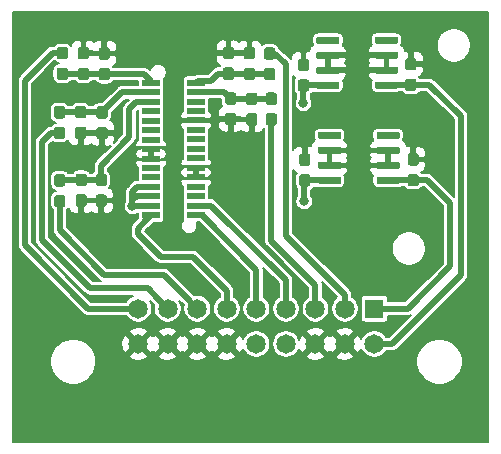
<source format=gbr>
G04 #@! TF.GenerationSoftware,KiCad,Pcbnew,(5.1.2)-2*
G04 #@! TF.CreationDate,2020-01-30T13:06:46+01:00*
G04 #@! TF.ProjectId,Pedalbox Extenion Board,50656461-6c62-46f7-9820-457874656e69,rev?*
G04 #@! TF.SameCoordinates,Original*
G04 #@! TF.FileFunction,Copper,L1,Top*
G04 #@! TF.FilePolarity,Positive*
%FSLAX46Y46*%
G04 Gerber Fmt 4.6, Leading zero omitted, Abs format (unit mm)*
G04 Created by KiCad (PCBNEW (5.1.2)-2) date 2020-01-30 13:06:46*
%MOMM*%
%LPD*%
G04 APERTURE LIST*
%ADD10R,1.500000X0.550000*%
%ADD11C,0.100000*%
%ADD12C,0.950000*%
%ADD13C,1.650000*%
%ADD14R,1.650000X1.650000*%
%ADD15C,0.600000*%
%ADD16C,0.800000*%
%ADD17C,0.508000*%
%ADD18C,0.200000*%
G04 APERTURE END LIST*
D10*
X141100000Y-137600000D03*
X144900000Y-137574600D03*
X141100000Y-136800000D03*
X144900000Y-136774600D03*
X141100000Y-136000000D03*
X144900000Y-135974600D03*
X141100000Y-135200000D03*
X144900000Y-135174600D03*
X141100000Y-134400000D03*
X144900000Y-134374600D03*
X141100000Y-133600000D03*
X144900000Y-133574600D03*
X141100000Y-132800000D03*
X144900000Y-132774600D03*
X141100000Y-132000000D03*
X144900000Y-131974600D03*
X141100000Y-131200000D03*
X144900000Y-131174600D03*
X141100000Y-130400000D03*
X144900000Y-130374600D03*
X141100000Y-129600000D03*
X144900000Y-129574600D03*
X141100000Y-128800000D03*
X144900000Y-128774600D03*
X141100000Y-128000000D03*
X144900000Y-127974600D03*
X141100000Y-127200000D03*
X144900000Y-127174600D03*
X141100000Y-126400000D03*
X144900000Y-126374600D03*
D11*
G36*
X148088779Y-128938644D02*
G01*
X148111834Y-128942063D01*
X148134443Y-128947727D01*
X148156387Y-128955579D01*
X148177457Y-128965544D01*
X148197448Y-128977526D01*
X148216168Y-128991410D01*
X148233438Y-129007062D01*
X148249090Y-129024332D01*
X148262974Y-129043052D01*
X148274956Y-129063043D01*
X148284921Y-129084113D01*
X148292773Y-129106057D01*
X148298437Y-129128666D01*
X148301856Y-129151721D01*
X148303000Y-129175000D01*
X148303000Y-129750000D01*
X148301856Y-129773279D01*
X148298437Y-129796334D01*
X148292773Y-129818943D01*
X148284921Y-129840887D01*
X148274956Y-129861957D01*
X148262974Y-129881948D01*
X148249090Y-129900668D01*
X148233438Y-129917938D01*
X148216168Y-129933590D01*
X148197448Y-129947474D01*
X148177457Y-129959456D01*
X148156387Y-129969421D01*
X148134443Y-129977273D01*
X148111834Y-129982937D01*
X148088779Y-129986356D01*
X148065500Y-129987500D01*
X147590500Y-129987500D01*
X147567221Y-129986356D01*
X147544166Y-129982937D01*
X147521557Y-129977273D01*
X147499613Y-129969421D01*
X147478543Y-129959456D01*
X147458552Y-129947474D01*
X147439832Y-129933590D01*
X147422562Y-129917938D01*
X147406910Y-129900668D01*
X147393026Y-129881948D01*
X147381044Y-129861957D01*
X147371079Y-129840887D01*
X147363227Y-129818943D01*
X147357563Y-129796334D01*
X147354144Y-129773279D01*
X147353000Y-129750000D01*
X147353000Y-129175000D01*
X147354144Y-129151721D01*
X147357563Y-129128666D01*
X147363227Y-129106057D01*
X147371079Y-129084113D01*
X147381044Y-129063043D01*
X147393026Y-129043052D01*
X147406910Y-129024332D01*
X147422562Y-129007062D01*
X147439832Y-128991410D01*
X147458552Y-128977526D01*
X147478543Y-128965544D01*
X147499613Y-128955579D01*
X147521557Y-128947727D01*
X147544166Y-128942063D01*
X147567221Y-128938644D01*
X147590500Y-128937500D01*
X148065500Y-128937500D01*
X148088779Y-128938644D01*
X148088779Y-128938644D01*
G37*
D12*
X147828000Y-129462500D03*
D11*
G36*
X148088779Y-127188644D02*
G01*
X148111834Y-127192063D01*
X148134443Y-127197727D01*
X148156387Y-127205579D01*
X148177457Y-127215544D01*
X148197448Y-127227526D01*
X148216168Y-127241410D01*
X148233438Y-127257062D01*
X148249090Y-127274332D01*
X148262974Y-127293052D01*
X148274956Y-127313043D01*
X148284921Y-127334113D01*
X148292773Y-127356057D01*
X148298437Y-127378666D01*
X148301856Y-127401721D01*
X148303000Y-127425000D01*
X148303000Y-128000000D01*
X148301856Y-128023279D01*
X148298437Y-128046334D01*
X148292773Y-128068943D01*
X148284921Y-128090887D01*
X148274956Y-128111957D01*
X148262974Y-128131948D01*
X148249090Y-128150668D01*
X148233438Y-128167938D01*
X148216168Y-128183590D01*
X148197448Y-128197474D01*
X148177457Y-128209456D01*
X148156387Y-128219421D01*
X148134443Y-128227273D01*
X148111834Y-128232937D01*
X148088779Y-128236356D01*
X148065500Y-128237500D01*
X147590500Y-128237500D01*
X147567221Y-128236356D01*
X147544166Y-128232937D01*
X147521557Y-128227273D01*
X147499613Y-128219421D01*
X147478543Y-128209456D01*
X147458552Y-128197474D01*
X147439832Y-128183590D01*
X147422562Y-128167938D01*
X147406910Y-128150668D01*
X147393026Y-128131948D01*
X147381044Y-128111957D01*
X147371079Y-128090887D01*
X147363227Y-128068943D01*
X147357563Y-128046334D01*
X147354144Y-128023279D01*
X147353000Y-128000000D01*
X147353000Y-127425000D01*
X147354144Y-127401721D01*
X147357563Y-127378666D01*
X147363227Y-127356057D01*
X147371079Y-127334113D01*
X147381044Y-127313043D01*
X147393026Y-127293052D01*
X147406910Y-127274332D01*
X147422562Y-127257062D01*
X147439832Y-127241410D01*
X147458552Y-127227526D01*
X147478543Y-127215544D01*
X147499613Y-127205579D01*
X147521557Y-127197727D01*
X147544166Y-127192063D01*
X147567221Y-127188644D01*
X147590500Y-127187500D01*
X148065500Y-127187500D01*
X148088779Y-127188644D01*
X148088779Y-127188644D01*
G37*
D12*
X147828000Y-127712500D03*
D11*
G36*
X151530479Y-128951344D02*
G01*
X151553534Y-128954763D01*
X151576143Y-128960427D01*
X151598087Y-128968279D01*
X151619157Y-128978244D01*
X151639148Y-128990226D01*
X151657868Y-129004110D01*
X151675138Y-129019762D01*
X151690790Y-129037032D01*
X151704674Y-129055752D01*
X151716656Y-129075743D01*
X151726621Y-129096813D01*
X151734473Y-129118757D01*
X151740137Y-129141366D01*
X151743556Y-129164421D01*
X151744700Y-129187700D01*
X151744700Y-129762700D01*
X151743556Y-129785979D01*
X151740137Y-129809034D01*
X151734473Y-129831643D01*
X151726621Y-129853587D01*
X151716656Y-129874657D01*
X151704674Y-129894648D01*
X151690790Y-129913368D01*
X151675138Y-129930638D01*
X151657868Y-129946290D01*
X151639148Y-129960174D01*
X151619157Y-129972156D01*
X151598087Y-129982121D01*
X151576143Y-129989973D01*
X151553534Y-129995637D01*
X151530479Y-129999056D01*
X151507200Y-130000200D01*
X151032200Y-130000200D01*
X151008921Y-129999056D01*
X150985866Y-129995637D01*
X150963257Y-129989973D01*
X150941313Y-129982121D01*
X150920243Y-129972156D01*
X150900252Y-129960174D01*
X150881532Y-129946290D01*
X150864262Y-129930638D01*
X150848610Y-129913368D01*
X150834726Y-129894648D01*
X150822744Y-129874657D01*
X150812779Y-129853587D01*
X150804927Y-129831643D01*
X150799263Y-129809034D01*
X150795844Y-129785979D01*
X150794700Y-129762700D01*
X150794700Y-129187700D01*
X150795844Y-129164421D01*
X150799263Y-129141366D01*
X150804927Y-129118757D01*
X150812779Y-129096813D01*
X150822744Y-129075743D01*
X150834726Y-129055752D01*
X150848610Y-129037032D01*
X150864262Y-129019762D01*
X150881532Y-129004110D01*
X150900252Y-128990226D01*
X150920243Y-128978244D01*
X150941313Y-128968279D01*
X150963257Y-128960427D01*
X150985866Y-128954763D01*
X151008921Y-128951344D01*
X151032200Y-128950200D01*
X151507200Y-128950200D01*
X151530479Y-128951344D01*
X151530479Y-128951344D01*
G37*
D12*
X151269700Y-129475200D03*
D11*
G36*
X151530479Y-127201344D02*
G01*
X151553534Y-127204763D01*
X151576143Y-127210427D01*
X151598087Y-127218279D01*
X151619157Y-127228244D01*
X151639148Y-127240226D01*
X151657868Y-127254110D01*
X151675138Y-127269762D01*
X151690790Y-127287032D01*
X151704674Y-127305752D01*
X151716656Y-127325743D01*
X151726621Y-127346813D01*
X151734473Y-127368757D01*
X151740137Y-127391366D01*
X151743556Y-127414421D01*
X151744700Y-127437700D01*
X151744700Y-128012700D01*
X151743556Y-128035979D01*
X151740137Y-128059034D01*
X151734473Y-128081643D01*
X151726621Y-128103587D01*
X151716656Y-128124657D01*
X151704674Y-128144648D01*
X151690790Y-128163368D01*
X151675138Y-128180638D01*
X151657868Y-128196290D01*
X151639148Y-128210174D01*
X151619157Y-128222156D01*
X151598087Y-128232121D01*
X151576143Y-128239973D01*
X151553534Y-128245637D01*
X151530479Y-128249056D01*
X151507200Y-128250200D01*
X151032200Y-128250200D01*
X151008921Y-128249056D01*
X150985866Y-128245637D01*
X150963257Y-128239973D01*
X150941313Y-128232121D01*
X150920243Y-128222156D01*
X150900252Y-128210174D01*
X150881532Y-128196290D01*
X150864262Y-128180638D01*
X150848610Y-128163368D01*
X150834726Y-128144648D01*
X150822744Y-128124657D01*
X150812779Y-128103587D01*
X150804927Y-128081643D01*
X150799263Y-128059034D01*
X150795844Y-128035979D01*
X150794700Y-128012700D01*
X150794700Y-127437700D01*
X150795844Y-127414421D01*
X150799263Y-127391366D01*
X150804927Y-127368757D01*
X150812779Y-127346813D01*
X150822744Y-127325743D01*
X150834726Y-127305752D01*
X150848610Y-127287032D01*
X150864262Y-127269762D01*
X150881532Y-127254110D01*
X150900252Y-127240226D01*
X150920243Y-127228244D01*
X150941313Y-127218279D01*
X150963257Y-127210427D01*
X150985866Y-127204763D01*
X151008921Y-127201344D01*
X151032200Y-127200200D01*
X151507200Y-127200200D01*
X151530479Y-127201344D01*
X151530479Y-127201344D01*
G37*
D12*
X151269700Y-127725200D03*
D11*
G36*
X149879479Y-128964044D02*
G01*
X149902534Y-128967463D01*
X149925143Y-128973127D01*
X149947087Y-128980979D01*
X149968157Y-128990944D01*
X149988148Y-129002926D01*
X150006868Y-129016810D01*
X150024138Y-129032462D01*
X150039790Y-129049732D01*
X150053674Y-129068452D01*
X150065656Y-129088443D01*
X150075621Y-129109513D01*
X150083473Y-129131457D01*
X150089137Y-129154066D01*
X150092556Y-129177121D01*
X150093700Y-129200400D01*
X150093700Y-129775400D01*
X150092556Y-129798679D01*
X150089137Y-129821734D01*
X150083473Y-129844343D01*
X150075621Y-129866287D01*
X150065656Y-129887357D01*
X150053674Y-129907348D01*
X150039790Y-129926068D01*
X150024138Y-129943338D01*
X150006868Y-129958990D01*
X149988148Y-129972874D01*
X149968157Y-129984856D01*
X149947087Y-129994821D01*
X149925143Y-130002673D01*
X149902534Y-130008337D01*
X149879479Y-130011756D01*
X149856200Y-130012900D01*
X149381200Y-130012900D01*
X149357921Y-130011756D01*
X149334866Y-130008337D01*
X149312257Y-130002673D01*
X149290313Y-129994821D01*
X149269243Y-129984856D01*
X149249252Y-129972874D01*
X149230532Y-129958990D01*
X149213262Y-129943338D01*
X149197610Y-129926068D01*
X149183726Y-129907348D01*
X149171744Y-129887357D01*
X149161779Y-129866287D01*
X149153927Y-129844343D01*
X149148263Y-129821734D01*
X149144844Y-129798679D01*
X149143700Y-129775400D01*
X149143700Y-129200400D01*
X149144844Y-129177121D01*
X149148263Y-129154066D01*
X149153927Y-129131457D01*
X149161779Y-129109513D01*
X149171744Y-129088443D01*
X149183726Y-129068452D01*
X149197610Y-129049732D01*
X149213262Y-129032462D01*
X149230532Y-129016810D01*
X149249252Y-129002926D01*
X149269243Y-128990944D01*
X149290313Y-128980979D01*
X149312257Y-128973127D01*
X149334866Y-128967463D01*
X149357921Y-128964044D01*
X149381200Y-128962900D01*
X149856200Y-128962900D01*
X149879479Y-128964044D01*
X149879479Y-128964044D01*
G37*
D12*
X149618700Y-129487900D03*
D11*
G36*
X149879479Y-127214044D02*
G01*
X149902534Y-127217463D01*
X149925143Y-127223127D01*
X149947087Y-127230979D01*
X149968157Y-127240944D01*
X149988148Y-127252926D01*
X150006868Y-127266810D01*
X150024138Y-127282462D01*
X150039790Y-127299732D01*
X150053674Y-127318452D01*
X150065656Y-127338443D01*
X150075621Y-127359513D01*
X150083473Y-127381457D01*
X150089137Y-127404066D01*
X150092556Y-127427121D01*
X150093700Y-127450400D01*
X150093700Y-128025400D01*
X150092556Y-128048679D01*
X150089137Y-128071734D01*
X150083473Y-128094343D01*
X150075621Y-128116287D01*
X150065656Y-128137357D01*
X150053674Y-128157348D01*
X150039790Y-128176068D01*
X150024138Y-128193338D01*
X150006868Y-128208990D01*
X149988148Y-128222874D01*
X149968157Y-128234856D01*
X149947087Y-128244821D01*
X149925143Y-128252673D01*
X149902534Y-128258337D01*
X149879479Y-128261756D01*
X149856200Y-128262900D01*
X149381200Y-128262900D01*
X149357921Y-128261756D01*
X149334866Y-128258337D01*
X149312257Y-128252673D01*
X149290313Y-128244821D01*
X149269243Y-128234856D01*
X149249252Y-128222874D01*
X149230532Y-128208990D01*
X149213262Y-128193338D01*
X149197610Y-128176068D01*
X149183726Y-128157348D01*
X149171744Y-128137357D01*
X149161779Y-128116287D01*
X149153927Y-128094343D01*
X149148263Y-128071734D01*
X149144844Y-128048679D01*
X149143700Y-128025400D01*
X149143700Y-127450400D01*
X149144844Y-127427121D01*
X149148263Y-127404066D01*
X149153927Y-127381457D01*
X149161779Y-127359513D01*
X149171744Y-127338443D01*
X149183726Y-127318452D01*
X149197610Y-127299732D01*
X149213262Y-127282462D01*
X149230532Y-127266810D01*
X149249252Y-127252926D01*
X149269243Y-127240944D01*
X149290313Y-127230979D01*
X149312257Y-127223127D01*
X149334866Y-127217463D01*
X149357921Y-127214044D01*
X149381200Y-127212900D01*
X149856200Y-127212900D01*
X149879479Y-127214044D01*
X149879479Y-127214044D01*
G37*
D12*
X149618700Y-127737900D03*
D11*
G36*
X137115979Y-135833444D02*
G01*
X137139034Y-135836863D01*
X137161643Y-135842527D01*
X137183587Y-135850379D01*
X137204657Y-135860344D01*
X137224648Y-135872326D01*
X137243368Y-135886210D01*
X137260638Y-135901862D01*
X137276290Y-135919132D01*
X137290174Y-135937852D01*
X137302156Y-135957843D01*
X137312121Y-135978913D01*
X137319973Y-136000857D01*
X137325637Y-136023466D01*
X137329056Y-136046521D01*
X137330200Y-136069800D01*
X137330200Y-136644800D01*
X137329056Y-136668079D01*
X137325637Y-136691134D01*
X137319973Y-136713743D01*
X137312121Y-136735687D01*
X137302156Y-136756757D01*
X137290174Y-136776748D01*
X137276290Y-136795468D01*
X137260638Y-136812738D01*
X137243368Y-136828390D01*
X137224648Y-136842274D01*
X137204657Y-136854256D01*
X137183587Y-136864221D01*
X137161643Y-136872073D01*
X137139034Y-136877737D01*
X137115979Y-136881156D01*
X137092700Y-136882300D01*
X136617700Y-136882300D01*
X136594421Y-136881156D01*
X136571366Y-136877737D01*
X136548757Y-136872073D01*
X136526813Y-136864221D01*
X136505743Y-136854256D01*
X136485752Y-136842274D01*
X136467032Y-136828390D01*
X136449762Y-136812738D01*
X136434110Y-136795468D01*
X136420226Y-136776748D01*
X136408244Y-136756757D01*
X136398279Y-136735687D01*
X136390427Y-136713743D01*
X136384763Y-136691134D01*
X136381344Y-136668079D01*
X136380200Y-136644800D01*
X136380200Y-136069800D01*
X136381344Y-136046521D01*
X136384763Y-136023466D01*
X136390427Y-136000857D01*
X136398279Y-135978913D01*
X136408244Y-135957843D01*
X136420226Y-135937852D01*
X136434110Y-135919132D01*
X136449762Y-135901862D01*
X136467032Y-135886210D01*
X136485752Y-135872326D01*
X136505743Y-135860344D01*
X136526813Y-135850379D01*
X136548757Y-135842527D01*
X136571366Y-135836863D01*
X136594421Y-135833444D01*
X136617700Y-135832300D01*
X137092700Y-135832300D01*
X137115979Y-135833444D01*
X137115979Y-135833444D01*
G37*
D12*
X136855200Y-136357300D03*
D11*
G36*
X137115979Y-134083444D02*
G01*
X137139034Y-134086863D01*
X137161643Y-134092527D01*
X137183587Y-134100379D01*
X137204657Y-134110344D01*
X137224648Y-134122326D01*
X137243368Y-134136210D01*
X137260638Y-134151862D01*
X137276290Y-134169132D01*
X137290174Y-134187852D01*
X137302156Y-134207843D01*
X137312121Y-134228913D01*
X137319973Y-134250857D01*
X137325637Y-134273466D01*
X137329056Y-134296521D01*
X137330200Y-134319800D01*
X137330200Y-134894800D01*
X137329056Y-134918079D01*
X137325637Y-134941134D01*
X137319973Y-134963743D01*
X137312121Y-134985687D01*
X137302156Y-135006757D01*
X137290174Y-135026748D01*
X137276290Y-135045468D01*
X137260638Y-135062738D01*
X137243368Y-135078390D01*
X137224648Y-135092274D01*
X137204657Y-135104256D01*
X137183587Y-135114221D01*
X137161643Y-135122073D01*
X137139034Y-135127737D01*
X137115979Y-135131156D01*
X137092700Y-135132300D01*
X136617700Y-135132300D01*
X136594421Y-135131156D01*
X136571366Y-135127737D01*
X136548757Y-135122073D01*
X136526813Y-135114221D01*
X136505743Y-135104256D01*
X136485752Y-135092274D01*
X136467032Y-135078390D01*
X136449762Y-135062738D01*
X136434110Y-135045468D01*
X136420226Y-135026748D01*
X136408244Y-135006757D01*
X136398279Y-134985687D01*
X136390427Y-134963743D01*
X136384763Y-134941134D01*
X136381344Y-134918079D01*
X136380200Y-134894800D01*
X136380200Y-134319800D01*
X136381344Y-134296521D01*
X136384763Y-134273466D01*
X136390427Y-134250857D01*
X136398279Y-134228913D01*
X136408244Y-134207843D01*
X136420226Y-134187852D01*
X136434110Y-134169132D01*
X136449762Y-134151862D01*
X136467032Y-134136210D01*
X136485752Y-134122326D01*
X136505743Y-134110344D01*
X136526813Y-134100379D01*
X136548757Y-134092527D01*
X136571366Y-134086863D01*
X136594421Y-134083444D01*
X136617700Y-134082300D01*
X137092700Y-134082300D01*
X137115979Y-134083444D01*
X137115979Y-134083444D01*
G37*
D12*
X136855200Y-134607300D03*
D11*
G36*
X137382679Y-123378644D02*
G01*
X137405734Y-123382063D01*
X137428343Y-123387727D01*
X137450287Y-123395579D01*
X137471357Y-123405544D01*
X137491348Y-123417526D01*
X137510068Y-123431410D01*
X137527338Y-123447062D01*
X137542990Y-123464332D01*
X137556874Y-123483052D01*
X137568856Y-123503043D01*
X137578821Y-123524113D01*
X137586673Y-123546057D01*
X137592337Y-123568666D01*
X137595756Y-123591721D01*
X137596900Y-123615000D01*
X137596900Y-124190000D01*
X137595756Y-124213279D01*
X137592337Y-124236334D01*
X137586673Y-124258943D01*
X137578821Y-124280887D01*
X137568856Y-124301957D01*
X137556874Y-124321948D01*
X137542990Y-124340668D01*
X137527338Y-124357938D01*
X137510068Y-124373590D01*
X137491348Y-124387474D01*
X137471357Y-124399456D01*
X137450287Y-124409421D01*
X137428343Y-124417273D01*
X137405734Y-124422937D01*
X137382679Y-124426356D01*
X137359400Y-124427500D01*
X136884400Y-124427500D01*
X136861121Y-124426356D01*
X136838066Y-124422937D01*
X136815457Y-124417273D01*
X136793513Y-124409421D01*
X136772443Y-124399456D01*
X136752452Y-124387474D01*
X136733732Y-124373590D01*
X136716462Y-124357938D01*
X136700810Y-124340668D01*
X136686926Y-124321948D01*
X136674944Y-124301957D01*
X136664979Y-124280887D01*
X136657127Y-124258943D01*
X136651463Y-124236334D01*
X136648044Y-124213279D01*
X136646900Y-124190000D01*
X136646900Y-123615000D01*
X136648044Y-123591721D01*
X136651463Y-123568666D01*
X136657127Y-123546057D01*
X136664979Y-123524113D01*
X136674944Y-123503043D01*
X136686926Y-123483052D01*
X136700810Y-123464332D01*
X136716462Y-123447062D01*
X136733732Y-123431410D01*
X136752452Y-123417526D01*
X136772443Y-123405544D01*
X136793513Y-123395579D01*
X136815457Y-123387727D01*
X136838066Y-123382063D01*
X136861121Y-123378644D01*
X136884400Y-123377500D01*
X137359400Y-123377500D01*
X137382679Y-123378644D01*
X137382679Y-123378644D01*
G37*
D12*
X137121900Y-123902500D03*
D11*
G36*
X137382679Y-125128644D02*
G01*
X137405734Y-125132063D01*
X137428343Y-125137727D01*
X137450287Y-125145579D01*
X137471357Y-125155544D01*
X137491348Y-125167526D01*
X137510068Y-125181410D01*
X137527338Y-125197062D01*
X137542990Y-125214332D01*
X137556874Y-125233052D01*
X137568856Y-125253043D01*
X137578821Y-125274113D01*
X137586673Y-125296057D01*
X137592337Y-125318666D01*
X137595756Y-125341721D01*
X137596900Y-125365000D01*
X137596900Y-125940000D01*
X137595756Y-125963279D01*
X137592337Y-125986334D01*
X137586673Y-126008943D01*
X137578821Y-126030887D01*
X137568856Y-126051957D01*
X137556874Y-126071948D01*
X137542990Y-126090668D01*
X137527338Y-126107938D01*
X137510068Y-126123590D01*
X137491348Y-126137474D01*
X137471357Y-126149456D01*
X137450287Y-126159421D01*
X137428343Y-126167273D01*
X137405734Y-126172937D01*
X137382679Y-126176356D01*
X137359400Y-126177500D01*
X136884400Y-126177500D01*
X136861121Y-126176356D01*
X136838066Y-126172937D01*
X136815457Y-126167273D01*
X136793513Y-126159421D01*
X136772443Y-126149456D01*
X136752452Y-126137474D01*
X136733732Y-126123590D01*
X136716462Y-126107938D01*
X136700810Y-126090668D01*
X136686926Y-126071948D01*
X136674944Y-126051957D01*
X136664979Y-126030887D01*
X136657127Y-126008943D01*
X136651463Y-125986334D01*
X136648044Y-125963279D01*
X136646900Y-125940000D01*
X136646900Y-125365000D01*
X136648044Y-125341721D01*
X136651463Y-125318666D01*
X136657127Y-125296057D01*
X136664979Y-125274113D01*
X136674944Y-125253043D01*
X136686926Y-125233052D01*
X136700810Y-125214332D01*
X136716462Y-125197062D01*
X136733732Y-125181410D01*
X136752452Y-125167526D01*
X136772443Y-125155544D01*
X136793513Y-125145579D01*
X136815457Y-125137727D01*
X136838066Y-125132063D01*
X136861121Y-125128644D01*
X136884400Y-125127500D01*
X137359400Y-125127500D01*
X137382679Y-125128644D01*
X137382679Y-125128644D01*
G37*
D12*
X137121900Y-125652500D03*
D11*
G36*
X147898279Y-123327844D02*
G01*
X147921334Y-123331263D01*
X147943943Y-123336927D01*
X147965887Y-123344779D01*
X147986957Y-123354744D01*
X148006948Y-123366726D01*
X148025668Y-123380610D01*
X148042938Y-123396262D01*
X148058590Y-123413532D01*
X148072474Y-123432252D01*
X148084456Y-123452243D01*
X148094421Y-123473313D01*
X148102273Y-123495257D01*
X148107937Y-123517866D01*
X148111356Y-123540921D01*
X148112500Y-123564200D01*
X148112500Y-124139200D01*
X148111356Y-124162479D01*
X148107937Y-124185534D01*
X148102273Y-124208143D01*
X148094421Y-124230087D01*
X148084456Y-124251157D01*
X148072474Y-124271148D01*
X148058590Y-124289868D01*
X148042938Y-124307138D01*
X148025668Y-124322790D01*
X148006948Y-124336674D01*
X147986957Y-124348656D01*
X147965887Y-124358621D01*
X147943943Y-124366473D01*
X147921334Y-124372137D01*
X147898279Y-124375556D01*
X147875000Y-124376700D01*
X147400000Y-124376700D01*
X147376721Y-124375556D01*
X147353666Y-124372137D01*
X147331057Y-124366473D01*
X147309113Y-124358621D01*
X147288043Y-124348656D01*
X147268052Y-124336674D01*
X147249332Y-124322790D01*
X147232062Y-124307138D01*
X147216410Y-124289868D01*
X147202526Y-124271148D01*
X147190544Y-124251157D01*
X147180579Y-124230087D01*
X147172727Y-124208143D01*
X147167063Y-124185534D01*
X147163644Y-124162479D01*
X147162500Y-124139200D01*
X147162500Y-123564200D01*
X147163644Y-123540921D01*
X147167063Y-123517866D01*
X147172727Y-123495257D01*
X147180579Y-123473313D01*
X147190544Y-123452243D01*
X147202526Y-123432252D01*
X147216410Y-123413532D01*
X147232062Y-123396262D01*
X147249332Y-123380610D01*
X147268052Y-123366726D01*
X147288043Y-123354744D01*
X147309113Y-123344779D01*
X147331057Y-123336927D01*
X147353666Y-123331263D01*
X147376721Y-123327844D01*
X147400000Y-123326700D01*
X147875000Y-123326700D01*
X147898279Y-123327844D01*
X147898279Y-123327844D01*
G37*
D12*
X147637500Y-123851700D03*
D11*
G36*
X147898279Y-125077844D02*
G01*
X147921334Y-125081263D01*
X147943943Y-125086927D01*
X147965887Y-125094779D01*
X147986957Y-125104744D01*
X148006948Y-125116726D01*
X148025668Y-125130610D01*
X148042938Y-125146262D01*
X148058590Y-125163532D01*
X148072474Y-125182252D01*
X148084456Y-125202243D01*
X148094421Y-125223313D01*
X148102273Y-125245257D01*
X148107937Y-125267866D01*
X148111356Y-125290921D01*
X148112500Y-125314200D01*
X148112500Y-125889200D01*
X148111356Y-125912479D01*
X148107937Y-125935534D01*
X148102273Y-125958143D01*
X148094421Y-125980087D01*
X148084456Y-126001157D01*
X148072474Y-126021148D01*
X148058590Y-126039868D01*
X148042938Y-126057138D01*
X148025668Y-126072790D01*
X148006948Y-126086674D01*
X147986957Y-126098656D01*
X147965887Y-126108621D01*
X147943943Y-126116473D01*
X147921334Y-126122137D01*
X147898279Y-126125556D01*
X147875000Y-126126700D01*
X147400000Y-126126700D01*
X147376721Y-126125556D01*
X147353666Y-126122137D01*
X147331057Y-126116473D01*
X147309113Y-126108621D01*
X147288043Y-126098656D01*
X147268052Y-126086674D01*
X147249332Y-126072790D01*
X147232062Y-126057138D01*
X147216410Y-126039868D01*
X147202526Y-126021148D01*
X147190544Y-126001157D01*
X147180579Y-125980087D01*
X147172727Y-125958143D01*
X147167063Y-125935534D01*
X147163644Y-125912479D01*
X147162500Y-125889200D01*
X147162500Y-125314200D01*
X147163644Y-125290921D01*
X147167063Y-125267866D01*
X147172727Y-125245257D01*
X147180579Y-125223313D01*
X147190544Y-125202243D01*
X147202526Y-125182252D01*
X147216410Y-125163532D01*
X147232062Y-125146262D01*
X147249332Y-125130610D01*
X147268052Y-125116726D01*
X147288043Y-125104744D01*
X147309113Y-125094779D01*
X147331057Y-125086927D01*
X147353666Y-125081263D01*
X147376721Y-125077844D01*
X147400000Y-125076700D01*
X147875000Y-125076700D01*
X147898279Y-125077844D01*
X147898279Y-125077844D01*
G37*
D12*
X147637500Y-125601700D03*
D11*
G36*
X137192179Y-130119744D02*
G01*
X137215234Y-130123163D01*
X137237843Y-130128827D01*
X137259787Y-130136679D01*
X137280857Y-130146644D01*
X137300848Y-130158626D01*
X137319568Y-130172510D01*
X137336838Y-130188162D01*
X137352490Y-130205432D01*
X137366374Y-130224152D01*
X137378356Y-130244143D01*
X137388321Y-130265213D01*
X137396173Y-130287157D01*
X137401837Y-130309766D01*
X137405256Y-130332821D01*
X137406400Y-130356100D01*
X137406400Y-130931100D01*
X137405256Y-130954379D01*
X137401837Y-130977434D01*
X137396173Y-131000043D01*
X137388321Y-131021987D01*
X137378356Y-131043057D01*
X137366374Y-131063048D01*
X137352490Y-131081768D01*
X137336838Y-131099038D01*
X137319568Y-131114690D01*
X137300848Y-131128574D01*
X137280857Y-131140556D01*
X137259787Y-131150521D01*
X137237843Y-131158373D01*
X137215234Y-131164037D01*
X137192179Y-131167456D01*
X137168900Y-131168600D01*
X136693900Y-131168600D01*
X136670621Y-131167456D01*
X136647566Y-131164037D01*
X136624957Y-131158373D01*
X136603013Y-131150521D01*
X136581943Y-131140556D01*
X136561952Y-131128574D01*
X136543232Y-131114690D01*
X136525962Y-131099038D01*
X136510310Y-131081768D01*
X136496426Y-131063048D01*
X136484444Y-131043057D01*
X136474479Y-131021987D01*
X136466627Y-131000043D01*
X136460963Y-130977434D01*
X136457544Y-130954379D01*
X136456400Y-130931100D01*
X136456400Y-130356100D01*
X136457544Y-130332821D01*
X136460963Y-130309766D01*
X136466627Y-130287157D01*
X136474479Y-130265213D01*
X136484444Y-130244143D01*
X136496426Y-130224152D01*
X136510310Y-130205432D01*
X136525962Y-130188162D01*
X136543232Y-130172510D01*
X136561952Y-130158626D01*
X136581943Y-130146644D01*
X136603013Y-130136679D01*
X136624957Y-130128827D01*
X136647566Y-130123163D01*
X136670621Y-130119744D01*
X136693900Y-130118600D01*
X137168900Y-130118600D01*
X137192179Y-130119744D01*
X137192179Y-130119744D01*
G37*
D12*
X136931400Y-130643600D03*
D11*
G36*
X137192179Y-128369744D02*
G01*
X137215234Y-128373163D01*
X137237843Y-128378827D01*
X137259787Y-128386679D01*
X137280857Y-128396644D01*
X137300848Y-128408626D01*
X137319568Y-128422510D01*
X137336838Y-128438162D01*
X137352490Y-128455432D01*
X137366374Y-128474152D01*
X137378356Y-128494143D01*
X137388321Y-128515213D01*
X137396173Y-128537157D01*
X137401837Y-128559766D01*
X137405256Y-128582821D01*
X137406400Y-128606100D01*
X137406400Y-129181100D01*
X137405256Y-129204379D01*
X137401837Y-129227434D01*
X137396173Y-129250043D01*
X137388321Y-129271987D01*
X137378356Y-129293057D01*
X137366374Y-129313048D01*
X137352490Y-129331768D01*
X137336838Y-129349038D01*
X137319568Y-129364690D01*
X137300848Y-129378574D01*
X137280857Y-129390556D01*
X137259787Y-129400521D01*
X137237843Y-129408373D01*
X137215234Y-129414037D01*
X137192179Y-129417456D01*
X137168900Y-129418600D01*
X136693900Y-129418600D01*
X136670621Y-129417456D01*
X136647566Y-129414037D01*
X136624957Y-129408373D01*
X136603013Y-129400521D01*
X136581943Y-129390556D01*
X136561952Y-129378574D01*
X136543232Y-129364690D01*
X136525962Y-129349038D01*
X136510310Y-129331768D01*
X136496426Y-129313048D01*
X136484444Y-129293057D01*
X136474479Y-129271987D01*
X136466627Y-129250043D01*
X136460963Y-129227434D01*
X136457544Y-129204379D01*
X136456400Y-129181100D01*
X136456400Y-128606100D01*
X136457544Y-128582821D01*
X136460963Y-128559766D01*
X136466627Y-128537157D01*
X136474479Y-128515213D01*
X136484444Y-128494143D01*
X136496426Y-128474152D01*
X136510310Y-128455432D01*
X136525962Y-128438162D01*
X136543232Y-128422510D01*
X136561952Y-128408626D01*
X136581943Y-128396644D01*
X136603013Y-128386679D01*
X136624957Y-128378827D01*
X136647566Y-128373163D01*
X136670621Y-128369744D01*
X136693900Y-128368600D01*
X137168900Y-128368600D01*
X137192179Y-128369744D01*
X137192179Y-128369744D01*
G37*
D12*
X136931400Y-128893600D03*
D11*
G36*
X133623479Y-135872844D02*
G01*
X133646534Y-135876263D01*
X133669143Y-135881927D01*
X133691087Y-135889779D01*
X133712157Y-135899744D01*
X133732148Y-135911726D01*
X133750868Y-135925610D01*
X133768138Y-135941262D01*
X133783790Y-135958532D01*
X133797674Y-135977252D01*
X133809656Y-135997243D01*
X133819621Y-136018313D01*
X133827473Y-136040257D01*
X133833137Y-136062866D01*
X133836556Y-136085921D01*
X133837700Y-136109200D01*
X133837700Y-136684200D01*
X133836556Y-136707479D01*
X133833137Y-136730534D01*
X133827473Y-136753143D01*
X133819621Y-136775087D01*
X133809656Y-136796157D01*
X133797674Y-136816148D01*
X133783790Y-136834868D01*
X133768138Y-136852138D01*
X133750868Y-136867790D01*
X133732148Y-136881674D01*
X133712157Y-136893656D01*
X133691087Y-136903621D01*
X133669143Y-136911473D01*
X133646534Y-136917137D01*
X133623479Y-136920556D01*
X133600200Y-136921700D01*
X133125200Y-136921700D01*
X133101921Y-136920556D01*
X133078866Y-136917137D01*
X133056257Y-136911473D01*
X133034313Y-136903621D01*
X133013243Y-136893656D01*
X132993252Y-136881674D01*
X132974532Y-136867790D01*
X132957262Y-136852138D01*
X132941610Y-136834868D01*
X132927726Y-136816148D01*
X132915744Y-136796157D01*
X132905779Y-136775087D01*
X132897927Y-136753143D01*
X132892263Y-136730534D01*
X132888844Y-136707479D01*
X132887700Y-136684200D01*
X132887700Y-136109200D01*
X132888844Y-136085921D01*
X132892263Y-136062866D01*
X132897927Y-136040257D01*
X132905779Y-136018313D01*
X132915744Y-135997243D01*
X132927726Y-135977252D01*
X132941610Y-135958532D01*
X132957262Y-135941262D01*
X132974532Y-135925610D01*
X132993252Y-135911726D01*
X133013243Y-135899744D01*
X133034313Y-135889779D01*
X133056257Y-135881927D01*
X133078866Y-135876263D01*
X133101921Y-135872844D01*
X133125200Y-135871700D01*
X133600200Y-135871700D01*
X133623479Y-135872844D01*
X133623479Y-135872844D01*
G37*
D12*
X133362700Y-136396700D03*
D11*
G36*
X133623479Y-134122844D02*
G01*
X133646534Y-134126263D01*
X133669143Y-134131927D01*
X133691087Y-134139779D01*
X133712157Y-134149744D01*
X133732148Y-134161726D01*
X133750868Y-134175610D01*
X133768138Y-134191262D01*
X133783790Y-134208532D01*
X133797674Y-134227252D01*
X133809656Y-134247243D01*
X133819621Y-134268313D01*
X133827473Y-134290257D01*
X133833137Y-134312866D01*
X133836556Y-134335921D01*
X133837700Y-134359200D01*
X133837700Y-134934200D01*
X133836556Y-134957479D01*
X133833137Y-134980534D01*
X133827473Y-135003143D01*
X133819621Y-135025087D01*
X133809656Y-135046157D01*
X133797674Y-135066148D01*
X133783790Y-135084868D01*
X133768138Y-135102138D01*
X133750868Y-135117790D01*
X133732148Y-135131674D01*
X133712157Y-135143656D01*
X133691087Y-135153621D01*
X133669143Y-135161473D01*
X133646534Y-135167137D01*
X133623479Y-135170556D01*
X133600200Y-135171700D01*
X133125200Y-135171700D01*
X133101921Y-135170556D01*
X133078866Y-135167137D01*
X133056257Y-135161473D01*
X133034313Y-135153621D01*
X133013243Y-135143656D01*
X132993252Y-135131674D01*
X132974532Y-135117790D01*
X132957262Y-135102138D01*
X132941610Y-135084868D01*
X132927726Y-135066148D01*
X132915744Y-135046157D01*
X132905779Y-135025087D01*
X132897927Y-135003143D01*
X132892263Y-134980534D01*
X132888844Y-134957479D01*
X132887700Y-134934200D01*
X132887700Y-134359200D01*
X132888844Y-134335921D01*
X132892263Y-134312866D01*
X132897927Y-134290257D01*
X132905779Y-134268313D01*
X132915744Y-134247243D01*
X132927726Y-134227252D01*
X132941610Y-134208532D01*
X132957262Y-134191262D01*
X132974532Y-134175610D01*
X132993252Y-134161726D01*
X133013243Y-134149744D01*
X133034313Y-134139779D01*
X133056257Y-134131927D01*
X133078866Y-134126263D01*
X133101921Y-134122844D01*
X133125200Y-134121700D01*
X133600200Y-134121700D01*
X133623479Y-134122844D01*
X133623479Y-134122844D01*
G37*
D12*
X133362700Y-134646700D03*
D11*
G36*
X133826679Y-123340544D02*
G01*
X133849734Y-123343963D01*
X133872343Y-123349627D01*
X133894287Y-123357479D01*
X133915357Y-123367444D01*
X133935348Y-123379426D01*
X133954068Y-123393310D01*
X133971338Y-123408962D01*
X133986990Y-123426232D01*
X134000874Y-123444952D01*
X134012856Y-123464943D01*
X134022821Y-123486013D01*
X134030673Y-123507957D01*
X134036337Y-123530566D01*
X134039756Y-123553621D01*
X134040900Y-123576900D01*
X134040900Y-124151900D01*
X134039756Y-124175179D01*
X134036337Y-124198234D01*
X134030673Y-124220843D01*
X134022821Y-124242787D01*
X134012856Y-124263857D01*
X134000874Y-124283848D01*
X133986990Y-124302568D01*
X133971338Y-124319838D01*
X133954068Y-124335490D01*
X133935348Y-124349374D01*
X133915357Y-124361356D01*
X133894287Y-124371321D01*
X133872343Y-124379173D01*
X133849734Y-124384837D01*
X133826679Y-124388256D01*
X133803400Y-124389400D01*
X133328400Y-124389400D01*
X133305121Y-124388256D01*
X133282066Y-124384837D01*
X133259457Y-124379173D01*
X133237513Y-124371321D01*
X133216443Y-124361356D01*
X133196452Y-124349374D01*
X133177732Y-124335490D01*
X133160462Y-124319838D01*
X133144810Y-124302568D01*
X133130926Y-124283848D01*
X133118944Y-124263857D01*
X133108979Y-124242787D01*
X133101127Y-124220843D01*
X133095463Y-124198234D01*
X133092044Y-124175179D01*
X133090900Y-124151900D01*
X133090900Y-123576900D01*
X133092044Y-123553621D01*
X133095463Y-123530566D01*
X133101127Y-123507957D01*
X133108979Y-123486013D01*
X133118944Y-123464943D01*
X133130926Y-123444952D01*
X133144810Y-123426232D01*
X133160462Y-123408962D01*
X133177732Y-123393310D01*
X133196452Y-123379426D01*
X133216443Y-123367444D01*
X133237513Y-123357479D01*
X133259457Y-123349627D01*
X133282066Y-123343963D01*
X133305121Y-123340544D01*
X133328400Y-123339400D01*
X133803400Y-123339400D01*
X133826679Y-123340544D01*
X133826679Y-123340544D01*
G37*
D12*
X133565900Y-123864400D03*
D11*
G36*
X133826679Y-125090544D02*
G01*
X133849734Y-125093963D01*
X133872343Y-125099627D01*
X133894287Y-125107479D01*
X133915357Y-125117444D01*
X133935348Y-125129426D01*
X133954068Y-125143310D01*
X133971338Y-125158962D01*
X133986990Y-125176232D01*
X134000874Y-125194952D01*
X134012856Y-125214943D01*
X134022821Y-125236013D01*
X134030673Y-125257957D01*
X134036337Y-125280566D01*
X134039756Y-125303621D01*
X134040900Y-125326900D01*
X134040900Y-125901900D01*
X134039756Y-125925179D01*
X134036337Y-125948234D01*
X134030673Y-125970843D01*
X134022821Y-125992787D01*
X134012856Y-126013857D01*
X134000874Y-126033848D01*
X133986990Y-126052568D01*
X133971338Y-126069838D01*
X133954068Y-126085490D01*
X133935348Y-126099374D01*
X133915357Y-126111356D01*
X133894287Y-126121321D01*
X133872343Y-126129173D01*
X133849734Y-126134837D01*
X133826679Y-126138256D01*
X133803400Y-126139400D01*
X133328400Y-126139400D01*
X133305121Y-126138256D01*
X133282066Y-126134837D01*
X133259457Y-126129173D01*
X133237513Y-126121321D01*
X133216443Y-126111356D01*
X133196452Y-126099374D01*
X133177732Y-126085490D01*
X133160462Y-126069838D01*
X133144810Y-126052568D01*
X133130926Y-126033848D01*
X133118944Y-126013857D01*
X133108979Y-125992787D01*
X133101127Y-125970843D01*
X133095463Y-125948234D01*
X133092044Y-125925179D01*
X133090900Y-125901900D01*
X133090900Y-125326900D01*
X133092044Y-125303621D01*
X133095463Y-125280566D01*
X133101127Y-125257957D01*
X133108979Y-125236013D01*
X133118944Y-125214943D01*
X133130926Y-125194952D01*
X133144810Y-125176232D01*
X133160462Y-125158962D01*
X133177732Y-125143310D01*
X133196452Y-125129426D01*
X133216443Y-125117444D01*
X133237513Y-125107479D01*
X133259457Y-125099627D01*
X133282066Y-125093963D01*
X133305121Y-125090544D01*
X133328400Y-125089400D01*
X133803400Y-125089400D01*
X133826679Y-125090544D01*
X133826679Y-125090544D01*
G37*
D12*
X133565900Y-125614400D03*
D11*
G36*
X133598079Y-130107044D02*
G01*
X133621134Y-130110463D01*
X133643743Y-130116127D01*
X133665687Y-130123979D01*
X133686757Y-130133944D01*
X133706748Y-130145926D01*
X133725468Y-130159810D01*
X133742738Y-130175462D01*
X133758390Y-130192732D01*
X133772274Y-130211452D01*
X133784256Y-130231443D01*
X133794221Y-130252513D01*
X133802073Y-130274457D01*
X133807737Y-130297066D01*
X133811156Y-130320121D01*
X133812300Y-130343400D01*
X133812300Y-130918400D01*
X133811156Y-130941679D01*
X133807737Y-130964734D01*
X133802073Y-130987343D01*
X133794221Y-131009287D01*
X133784256Y-131030357D01*
X133772274Y-131050348D01*
X133758390Y-131069068D01*
X133742738Y-131086338D01*
X133725468Y-131101990D01*
X133706748Y-131115874D01*
X133686757Y-131127856D01*
X133665687Y-131137821D01*
X133643743Y-131145673D01*
X133621134Y-131151337D01*
X133598079Y-131154756D01*
X133574800Y-131155900D01*
X133099800Y-131155900D01*
X133076521Y-131154756D01*
X133053466Y-131151337D01*
X133030857Y-131145673D01*
X133008913Y-131137821D01*
X132987843Y-131127856D01*
X132967852Y-131115874D01*
X132949132Y-131101990D01*
X132931862Y-131086338D01*
X132916210Y-131069068D01*
X132902326Y-131050348D01*
X132890344Y-131030357D01*
X132880379Y-131009287D01*
X132872527Y-130987343D01*
X132866863Y-130964734D01*
X132863444Y-130941679D01*
X132862300Y-130918400D01*
X132862300Y-130343400D01*
X132863444Y-130320121D01*
X132866863Y-130297066D01*
X132872527Y-130274457D01*
X132880379Y-130252513D01*
X132890344Y-130231443D01*
X132902326Y-130211452D01*
X132916210Y-130192732D01*
X132931862Y-130175462D01*
X132949132Y-130159810D01*
X132967852Y-130145926D01*
X132987843Y-130133944D01*
X133008913Y-130123979D01*
X133030857Y-130116127D01*
X133053466Y-130110463D01*
X133076521Y-130107044D01*
X133099800Y-130105900D01*
X133574800Y-130105900D01*
X133598079Y-130107044D01*
X133598079Y-130107044D01*
G37*
D12*
X133337300Y-130630900D03*
D11*
G36*
X133598079Y-128357044D02*
G01*
X133621134Y-128360463D01*
X133643743Y-128366127D01*
X133665687Y-128373979D01*
X133686757Y-128383944D01*
X133706748Y-128395926D01*
X133725468Y-128409810D01*
X133742738Y-128425462D01*
X133758390Y-128442732D01*
X133772274Y-128461452D01*
X133784256Y-128481443D01*
X133794221Y-128502513D01*
X133802073Y-128524457D01*
X133807737Y-128547066D01*
X133811156Y-128570121D01*
X133812300Y-128593400D01*
X133812300Y-129168400D01*
X133811156Y-129191679D01*
X133807737Y-129214734D01*
X133802073Y-129237343D01*
X133794221Y-129259287D01*
X133784256Y-129280357D01*
X133772274Y-129300348D01*
X133758390Y-129319068D01*
X133742738Y-129336338D01*
X133725468Y-129351990D01*
X133706748Y-129365874D01*
X133686757Y-129377856D01*
X133665687Y-129387821D01*
X133643743Y-129395673D01*
X133621134Y-129401337D01*
X133598079Y-129404756D01*
X133574800Y-129405900D01*
X133099800Y-129405900D01*
X133076521Y-129404756D01*
X133053466Y-129401337D01*
X133030857Y-129395673D01*
X133008913Y-129387821D01*
X132987843Y-129377856D01*
X132967852Y-129365874D01*
X132949132Y-129351990D01*
X132931862Y-129336338D01*
X132916210Y-129319068D01*
X132902326Y-129300348D01*
X132890344Y-129280357D01*
X132880379Y-129259287D01*
X132872527Y-129237343D01*
X132866863Y-129214734D01*
X132863444Y-129191679D01*
X132862300Y-129168400D01*
X132862300Y-128593400D01*
X132863444Y-128570121D01*
X132866863Y-128547066D01*
X132872527Y-128524457D01*
X132880379Y-128502513D01*
X132890344Y-128481443D01*
X132902326Y-128461452D01*
X132916210Y-128442732D01*
X132931862Y-128425462D01*
X132949132Y-128409810D01*
X132967852Y-128395926D01*
X132987843Y-128383944D01*
X133008913Y-128373979D01*
X133030857Y-128366127D01*
X133053466Y-128360463D01*
X133076521Y-128357044D01*
X133099800Y-128355900D01*
X133574800Y-128355900D01*
X133598079Y-128357044D01*
X133598079Y-128357044D01*
G37*
D12*
X133337300Y-128880900D03*
D11*
G36*
X151378079Y-123378644D02*
G01*
X151401134Y-123382063D01*
X151423743Y-123387727D01*
X151445687Y-123395579D01*
X151466757Y-123405544D01*
X151486748Y-123417526D01*
X151505468Y-123431410D01*
X151522738Y-123447062D01*
X151538390Y-123464332D01*
X151552274Y-123483052D01*
X151564256Y-123503043D01*
X151574221Y-123524113D01*
X151582073Y-123546057D01*
X151587737Y-123568666D01*
X151591156Y-123591721D01*
X151592300Y-123615000D01*
X151592300Y-124190000D01*
X151591156Y-124213279D01*
X151587737Y-124236334D01*
X151582073Y-124258943D01*
X151574221Y-124280887D01*
X151564256Y-124301957D01*
X151552274Y-124321948D01*
X151538390Y-124340668D01*
X151522738Y-124357938D01*
X151505468Y-124373590D01*
X151486748Y-124387474D01*
X151466757Y-124399456D01*
X151445687Y-124409421D01*
X151423743Y-124417273D01*
X151401134Y-124422937D01*
X151378079Y-124426356D01*
X151354800Y-124427500D01*
X150879800Y-124427500D01*
X150856521Y-124426356D01*
X150833466Y-124422937D01*
X150810857Y-124417273D01*
X150788913Y-124409421D01*
X150767843Y-124399456D01*
X150747852Y-124387474D01*
X150729132Y-124373590D01*
X150711862Y-124357938D01*
X150696210Y-124340668D01*
X150682326Y-124321948D01*
X150670344Y-124301957D01*
X150660379Y-124280887D01*
X150652527Y-124258943D01*
X150646863Y-124236334D01*
X150643444Y-124213279D01*
X150642300Y-124190000D01*
X150642300Y-123615000D01*
X150643444Y-123591721D01*
X150646863Y-123568666D01*
X150652527Y-123546057D01*
X150660379Y-123524113D01*
X150670344Y-123503043D01*
X150682326Y-123483052D01*
X150696210Y-123464332D01*
X150711862Y-123447062D01*
X150729132Y-123431410D01*
X150747852Y-123417526D01*
X150767843Y-123405544D01*
X150788913Y-123395579D01*
X150810857Y-123387727D01*
X150833466Y-123382063D01*
X150856521Y-123378644D01*
X150879800Y-123377500D01*
X151354800Y-123377500D01*
X151378079Y-123378644D01*
X151378079Y-123378644D01*
G37*
D12*
X151117300Y-123902500D03*
D11*
G36*
X151378079Y-125128644D02*
G01*
X151401134Y-125132063D01*
X151423743Y-125137727D01*
X151445687Y-125145579D01*
X151466757Y-125155544D01*
X151486748Y-125167526D01*
X151505468Y-125181410D01*
X151522738Y-125197062D01*
X151538390Y-125214332D01*
X151552274Y-125233052D01*
X151564256Y-125253043D01*
X151574221Y-125274113D01*
X151582073Y-125296057D01*
X151587737Y-125318666D01*
X151591156Y-125341721D01*
X151592300Y-125365000D01*
X151592300Y-125940000D01*
X151591156Y-125963279D01*
X151587737Y-125986334D01*
X151582073Y-126008943D01*
X151574221Y-126030887D01*
X151564256Y-126051957D01*
X151552274Y-126071948D01*
X151538390Y-126090668D01*
X151522738Y-126107938D01*
X151505468Y-126123590D01*
X151486748Y-126137474D01*
X151466757Y-126149456D01*
X151445687Y-126159421D01*
X151423743Y-126167273D01*
X151401134Y-126172937D01*
X151378079Y-126176356D01*
X151354800Y-126177500D01*
X150879800Y-126177500D01*
X150856521Y-126176356D01*
X150833466Y-126172937D01*
X150810857Y-126167273D01*
X150788913Y-126159421D01*
X150767843Y-126149456D01*
X150747852Y-126137474D01*
X150729132Y-126123590D01*
X150711862Y-126107938D01*
X150696210Y-126090668D01*
X150682326Y-126071948D01*
X150670344Y-126051957D01*
X150660379Y-126030887D01*
X150652527Y-126008943D01*
X150646863Y-125986334D01*
X150643444Y-125963279D01*
X150642300Y-125940000D01*
X150642300Y-125365000D01*
X150643444Y-125341721D01*
X150646863Y-125318666D01*
X150652527Y-125296057D01*
X150660379Y-125274113D01*
X150670344Y-125253043D01*
X150682326Y-125233052D01*
X150696210Y-125214332D01*
X150711862Y-125197062D01*
X150729132Y-125181410D01*
X150747852Y-125167526D01*
X150767843Y-125155544D01*
X150788913Y-125145579D01*
X150810857Y-125137727D01*
X150833466Y-125132063D01*
X150856521Y-125128644D01*
X150879800Y-125127500D01*
X151354800Y-125127500D01*
X151378079Y-125128644D01*
X151378079Y-125128644D01*
G37*
D12*
X151117300Y-125652500D03*
D11*
G36*
X135426879Y-135822044D02*
G01*
X135449934Y-135825463D01*
X135472543Y-135831127D01*
X135494487Y-135838979D01*
X135515557Y-135848944D01*
X135535548Y-135860926D01*
X135554268Y-135874810D01*
X135571538Y-135890462D01*
X135587190Y-135907732D01*
X135601074Y-135926452D01*
X135613056Y-135946443D01*
X135623021Y-135967513D01*
X135630873Y-135989457D01*
X135636537Y-136012066D01*
X135639956Y-136035121D01*
X135641100Y-136058400D01*
X135641100Y-136633400D01*
X135639956Y-136656679D01*
X135636537Y-136679734D01*
X135630873Y-136702343D01*
X135623021Y-136724287D01*
X135613056Y-136745357D01*
X135601074Y-136765348D01*
X135587190Y-136784068D01*
X135571538Y-136801338D01*
X135554268Y-136816990D01*
X135535548Y-136830874D01*
X135515557Y-136842856D01*
X135494487Y-136852821D01*
X135472543Y-136860673D01*
X135449934Y-136866337D01*
X135426879Y-136869756D01*
X135403600Y-136870900D01*
X134928600Y-136870900D01*
X134905321Y-136869756D01*
X134882266Y-136866337D01*
X134859657Y-136860673D01*
X134837713Y-136852821D01*
X134816643Y-136842856D01*
X134796652Y-136830874D01*
X134777932Y-136816990D01*
X134760662Y-136801338D01*
X134745010Y-136784068D01*
X134731126Y-136765348D01*
X134719144Y-136745357D01*
X134709179Y-136724287D01*
X134701327Y-136702343D01*
X134695663Y-136679734D01*
X134692244Y-136656679D01*
X134691100Y-136633400D01*
X134691100Y-136058400D01*
X134692244Y-136035121D01*
X134695663Y-136012066D01*
X134701327Y-135989457D01*
X134709179Y-135967513D01*
X134719144Y-135946443D01*
X134731126Y-135926452D01*
X134745010Y-135907732D01*
X134760662Y-135890462D01*
X134777932Y-135874810D01*
X134796652Y-135860926D01*
X134816643Y-135848944D01*
X134837713Y-135838979D01*
X134859657Y-135831127D01*
X134882266Y-135825463D01*
X134905321Y-135822044D01*
X134928600Y-135820900D01*
X135403600Y-135820900D01*
X135426879Y-135822044D01*
X135426879Y-135822044D01*
G37*
D12*
X135166100Y-136345900D03*
D11*
G36*
X135426879Y-134072044D02*
G01*
X135449934Y-134075463D01*
X135472543Y-134081127D01*
X135494487Y-134088979D01*
X135515557Y-134098944D01*
X135535548Y-134110926D01*
X135554268Y-134124810D01*
X135571538Y-134140462D01*
X135587190Y-134157732D01*
X135601074Y-134176452D01*
X135613056Y-134196443D01*
X135623021Y-134217513D01*
X135630873Y-134239457D01*
X135636537Y-134262066D01*
X135639956Y-134285121D01*
X135641100Y-134308400D01*
X135641100Y-134883400D01*
X135639956Y-134906679D01*
X135636537Y-134929734D01*
X135630873Y-134952343D01*
X135623021Y-134974287D01*
X135613056Y-134995357D01*
X135601074Y-135015348D01*
X135587190Y-135034068D01*
X135571538Y-135051338D01*
X135554268Y-135066990D01*
X135535548Y-135080874D01*
X135515557Y-135092856D01*
X135494487Y-135102821D01*
X135472543Y-135110673D01*
X135449934Y-135116337D01*
X135426879Y-135119756D01*
X135403600Y-135120900D01*
X134928600Y-135120900D01*
X134905321Y-135119756D01*
X134882266Y-135116337D01*
X134859657Y-135110673D01*
X134837713Y-135102821D01*
X134816643Y-135092856D01*
X134796652Y-135080874D01*
X134777932Y-135066990D01*
X134760662Y-135051338D01*
X134745010Y-135034068D01*
X134731126Y-135015348D01*
X134719144Y-134995357D01*
X134709179Y-134974287D01*
X134701327Y-134952343D01*
X134695663Y-134929734D01*
X134692244Y-134906679D01*
X134691100Y-134883400D01*
X134691100Y-134308400D01*
X134692244Y-134285121D01*
X134695663Y-134262066D01*
X134701327Y-134239457D01*
X134709179Y-134217513D01*
X134719144Y-134196443D01*
X134731126Y-134176452D01*
X134745010Y-134157732D01*
X134760662Y-134140462D01*
X134777932Y-134124810D01*
X134796652Y-134110926D01*
X134816643Y-134098944D01*
X134837713Y-134088979D01*
X134859657Y-134081127D01*
X134882266Y-134075463D01*
X134905321Y-134072044D01*
X134928600Y-134070900D01*
X135403600Y-134070900D01*
X135426879Y-134072044D01*
X135426879Y-134072044D01*
G37*
D12*
X135166100Y-134595900D03*
D11*
G36*
X135617379Y-123353244D02*
G01*
X135640434Y-123356663D01*
X135663043Y-123362327D01*
X135684987Y-123370179D01*
X135706057Y-123380144D01*
X135726048Y-123392126D01*
X135744768Y-123406010D01*
X135762038Y-123421662D01*
X135777690Y-123438932D01*
X135791574Y-123457652D01*
X135803556Y-123477643D01*
X135813521Y-123498713D01*
X135821373Y-123520657D01*
X135827037Y-123543266D01*
X135830456Y-123566321D01*
X135831600Y-123589600D01*
X135831600Y-124164600D01*
X135830456Y-124187879D01*
X135827037Y-124210934D01*
X135821373Y-124233543D01*
X135813521Y-124255487D01*
X135803556Y-124276557D01*
X135791574Y-124296548D01*
X135777690Y-124315268D01*
X135762038Y-124332538D01*
X135744768Y-124348190D01*
X135726048Y-124362074D01*
X135706057Y-124374056D01*
X135684987Y-124384021D01*
X135663043Y-124391873D01*
X135640434Y-124397537D01*
X135617379Y-124400956D01*
X135594100Y-124402100D01*
X135119100Y-124402100D01*
X135095821Y-124400956D01*
X135072766Y-124397537D01*
X135050157Y-124391873D01*
X135028213Y-124384021D01*
X135007143Y-124374056D01*
X134987152Y-124362074D01*
X134968432Y-124348190D01*
X134951162Y-124332538D01*
X134935510Y-124315268D01*
X134921626Y-124296548D01*
X134909644Y-124276557D01*
X134899679Y-124255487D01*
X134891827Y-124233543D01*
X134886163Y-124210934D01*
X134882744Y-124187879D01*
X134881600Y-124164600D01*
X134881600Y-123589600D01*
X134882744Y-123566321D01*
X134886163Y-123543266D01*
X134891827Y-123520657D01*
X134899679Y-123498713D01*
X134909644Y-123477643D01*
X134921626Y-123457652D01*
X134935510Y-123438932D01*
X134951162Y-123421662D01*
X134968432Y-123406010D01*
X134987152Y-123392126D01*
X135007143Y-123380144D01*
X135028213Y-123370179D01*
X135050157Y-123362327D01*
X135072766Y-123356663D01*
X135095821Y-123353244D01*
X135119100Y-123352100D01*
X135594100Y-123352100D01*
X135617379Y-123353244D01*
X135617379Y-123353244D01*
G37*
D12*
X135356600Y-123877100D03*
D11*
G36*
X135617379Y-125103244D02*
G01*
X135640434Y-125106663D01*
X135663043Y-125112327D01*
X135684987Y-125120179D01*
X135706057Y-125130144D01*
X135726048Y-125142126D01*
X135744768Y-125156010D01*
X135762038Y-125171662D01*
X135777690Y-125188932D01*
X135791574Y-125207652D01*
X135803556Y-125227643D01*
X135813521Y-125248713D01*
X135821373Y-125270657D01*
X135827037Y-125293266D01*
X135830456Y-125316321D01*
X135831600Y-125339600D01*
X135831600Y-125914600D01*
X135830456Y-125937879D01*
X135827037Y-125960934D01*
X135821373Y-125983543D01*
X135813521Y-126005487D01*
X135803556Y-126026557D01*
X135791574Y-126046548D01*
X135777690Y-126065268D01*
X135762038Y-126082538D01*
X135744768Y-126098190D01*
X135726048Y-126112074D01*
X135706057Y-126124056D01*
X135684987Y-126134021D01*
X135663043Y-126141873D01*
X135640434Y-126147537D01*
X135617379Y-126150956D01*
X135594100Y-126152100D01*
X135119100Y-126152100D01*
X135095821Y-126150956D01*
X135072766Y-126147537D01*
X135050157Y-126141873D01*
X135028213Y-126134021D01*
X135007143Y-126124056D01*
X134987152Y-126112074D01*
X134968432Y-126098190D01*
X134951162Y-126082538D01*
X134935510Y-126065268D01*
X134921626Y-126046548D01*
X134909644Y-126026557D01*
X134899679Y-126005487D01*
X134891827Y-125983543D01*
X134886163Y-125960934D01*
X134882744Y-125937879D01*
X134881600Y-125914600D01*
X134881600Y-125339600D01*
X134882744Y-125316321D01*
X134886163Y-125293266D01*
X134891827Y-125270657D01*
X134899679Y-125248713D01*
X134909644Y-125227643D01*
X134921626Y-125207652D01*
X134935510Y-125188932D01*
X134951162Y-125171662D01*
X134968432Y-125156010D01*
X134987152Y-125142126D01*
X135007143Y-125130144D01*
X135028213Y-125120179D01*
X135050157Y-125112327D01*
X135072766Y-125106663D01*
X135095821Y-125103244D01*
X135119100Y-125102100D01*
X135594100Y-125102100D01*
X135617379Y-125103244D01*
X135617379Y-125103244D01*
G37*
D12*
X135356600Y-125627100D03*
D11*
G36*
X135388779Y-130094344D02*
G01*
X135411834Y-130097763D01*
X135434443Y-130103427D01*
X135456387Y-130111279D01*
X135477457Y-130121244D01*
X135497448Y-130133226D01*
X135516168Y-130147110D01*
X135533438Y-130162762D01*
X135549090Y-130180032D01*
X135562974Y-130198752D01*
X135574956Y-130218743D01*
X135584921Y-130239813D01*
X135592773Y-130261757D01*
X135598437Y-130284366D01*
X135601856Y-130307421D01*
X135603000Y-130330700D01*
X135603000Y-130905700D01*
X135601856Y-130928979D01*
X135598437Y-130952034D01*
X135592773Y-130974643D01*
X135584921Y-130996587D01*
X135574956Y-131017657D01*
X135562974Y-131037648D01*
X135549090Y-131056368D01*
X135533438Y-131073638D01*
X135516168Y-131089290D01*
X135497448Y-131103174D01*
X135477457Y-131115156D01*
X135456387Y-131125121D01*
X135434443Y-131132973D01*
X135411834Y-131138637D01*
X135388779Y-131142056D01*
X135365500Y-131143200D01*
X134890500Y-131143200D01*
X134867221Y-131142056D01*
X134844166Y-131138637D01*
X134821557Y-131132973D01*
X134799613Y-131125121D01*
X134778543Y-131115156D01*
X134758552Y-131103174D01*
X134739832Y-131089290D01*
X134722562Y-131073638D01*
X134706910Y-131056368D01*
X134693026Y-131037648D01*
X134681044Y-131017657D01*
X134671079Y-130996587D01*
X134663227Y-130974643D01*
X134657563Y-130952034D01*
X134654144Y-130928979D01*
X134653000Y-130905700D01*
X134653000Y-130330700D01*
X134654144Y-130307421D01*
X134657563Y-130284366D01*
X134663227Y-130261757D01*
X134671079Y-130239813D01*
X134681044Y-130218743D01*
X134693026Y-130198752D01*
X134706910Y-130180032D01*
X134722562Y-130162762D01*
X134739832Y-130147110D01*
X134758552Y-130133226D01*
X134778543Y-130121244D01*
X134799613Y-130111279D01*
X134821557Y-130103427D01*
X134844166Y-130097763D01*
X134867221Y-130094344D01*
X134890500Y-130093200D01*
X135365500Y-130093200D01*
X135388779Y-130094344D01*
X135388779Y-130094344D01*
G37*
D12*
X135128000Y-130618200D03*
D11*
G36*
X135388779Y-128344344D02*
G01*
X135411834Y-128347763D01*
X135434443Y-128353427D01*
X135456387Y-128361279D01*
X135477457Y-128371244D01*
X135497448Y-128383226D01*
X135516168Y-128397110D01*
X135533438Y-128412762D01*
X135549090Y-128430032D01*
X135562974Y-128448752D01*
X135574956Y-128468743D01*
X135584921Y-128489813D01*
X135592773Y-128511757D01*
X135598437Y-128534366D01*
X135601856Y-128557421D01*
X135603000Y-128580700D01*
X135603000Y-129155700D01*
X135601856Y-129178979D01*
X135598437Y-129202034D01*
X135592773Y-129224643D01*
X135584921Y-129246587D01*
X135574956Y-129267657D01*
X135562974Y-129287648D01*
X135549090Y-129306368D01*
X135533438Y-129323638D01*
X135516168Y-129339290D01*
X135497448Y-129353174D01*
X135477457Y-129365156D01*
X135456387Y-129375121D01*
X135434443Y-129382973D01*
X135411834Y-129388637D01*
X135388779Y-129392056D01*
X135365500Y-129393200D01*
X134890500Y-129393200D01*
X134867221Y-129392056D01*
X134844166Y-129388637D01*
X134821557Y-129382973D01*
X134799613Y-129375121D01*
X134778543Y-129365156D01*
X134758552Y-129353174D01*
X134739832Y-129339290D01*
X134722562Y-129323638D01*
X134706910Y-129306368D01*
X134693026Y-129287648D01*
X134681044Y-129267657D01*
X134671079Y-129246587D01*
X134663227Y-129224643D01*
X134657563Y-129202034D01*
X134654144Y-129178979D01*
X134653000Y-129155700D01*
X134653000Y-128580700D01*
X134654144Y-128557421D01*
X134657563Y-128534366D01*
X134663227Y-128511757D01*
X134671079Y-128489813D01*
X134681044Y-128468743D01*
X134693026Y-128448752D01*
X134706910Y-128430032D01*
X134722562Y-128412762D01*
X134739832Y-128397110D01*
X134758552Y-128383226D01*
X134778543Y-128371244D01*
X134799613Y-128361279D01*
X134821557Y-128353427D01*
X134844166Y-128347763D01*
X134867221Y-128344344D01*
X134890500Y-128343200D01*
X135365500Y-128343200D01*
X135388779Y-128344344D01*
X135388779Y-128344344D01*
G37*
D12*
X135128000Y-128868200D03*
D11*
G36*
X149663579Y-123353244D02*
G01*
X149686634Y-123356663D01*
X149709243Y-123362327D01*
X149731187Y-123370179D01*
X149752257Y-123380144D01*
X149772248Y-123392126D01*
X149790968Y-123406010D01*
X149808238Y-123421662D01*
X149823890Y-123438932D01*
X149837774Y-123457652D01*
X149849756Y-123477643D01*
X149859721Y-123498713D01*
X149867573Y-123520657D01*
X149873237Y-123543266D01*
X149876656Y-123566321D01*
X149877800Y-123589600D01*
X149877800Y-124164600D01*
X149876656Y-124187879D01*
X149873237Y-124210934D01*
X149867573Y-124233543D01*
X149859721Y-124255487D01*
X149849756Y-124276557D01*
X149837774Y-124296548D01*
X149823890Y-124315268D01*
X149808238Y-124332538D01*
X149790968Y-124348190D01*
X149772248Y-124362074D01*
X149752257Y-124374056D01*
X149731187Y-124384021D01*
X149709243Y-124391873D01*
X149686634Y-124397537D01*
X149663579Y-124400956D01*
X149640300Y-124402100D01*
X149165300Y-124402100D01*
X149142021Y-124400956D01*
X149118966Y-124397537D01*
X149096357Y-124391873D01*
X149074413Y-124384021D01*
X149053343Y-124374056D01*
X149033352Y-124362074D01*
X149014632Y-124348190D01*
X148997362Y-124332538D01*
X148981710Y-124315268D01*
X148967826Y-124296548D01*
X148955844Y-124276557D01*
X148945879Y-124255487D01*
X148938027Y-124233543D01*
X148932363Y-124210934D01*
X148928944Y-124187879D01*
X148927800Y-124164600D01*
X148927800Y-123589600D01*
X148928944Y-123566321D01*
X148932363Y-123543266D01*
X148938027Y-123520657D01*
X148945879Y-123498713D01*
X148955844Y-123477643D01*
X148967826Y-123457652D01*
X148981710Y-123438932D01*
X148997362Y-123421662D01*
X149014632Y-123406010D01*
X149033352Y-123392126D01*
X149053343Y-123380144D01*
X149074413Y-123370179D01*
X149096357Y-123362327D01*
X149118966Y-123356663D01*
X149142021Y-123353244D01*
X149165300Y-123352100D01*
X149640300Y-123352100D01*
X149663579Y-123353244D01*
X149663579Y-123353244D01*
G37*
D12*
X149402800Y-123877100D03*
D11*
G36*
X149663579Y-125103244D02*
G01*
X149686634Y-125106663D01*
X149709243Y-125112327D01*
X149731187Y-125120179D01*
X149752257Y-125130144D01*
X149772248Y-125142126D01*
X149790968Y-125156010D01*
X149808238Y-125171662D01*
X149823890Y-125188932D01*
X149837774Y-125207652D01*
X149849756Y-125227643D01*
X149859721Y-125248713D01*
X149867573Y-125270657D01*
X149873237Y-125293266D01*
X149876656Y-125316321D01*
X149877800Y-125339600D01*
X149877800Y-125914600D01*
X149876656Y-125937879D01*
X149873237Y-125960934D01*
X149867573Y-125983543D01*
X149859721Y-126005487D01*
X149849756Y-126026557D01*
X149837774Y-126046548D01*
X149823890Y-126065268D01*
X149808238Y-126082538D01*
X149790968Y-126098190D01*
X149772248Y-126112074D01*
X149752257Y-126124056D01*
X149731187Y-126134021D01*
X149709243Y-126141873D01*
X149686634Y-126147537D01*
X149663579Y-126150956D01*
X149640300Y-126152100D01*
X149165300Y-126152100D01*
X149142021Y-126150956D01*
X149118966Y-126147537D01*
X149096357Y-126141873D01*
X149074413Y-126134021D01*
X149053343Y-126124056D01*
X149033352Y-126112074D01*
X149014632Y-126098190D01*
X148997362Y-126082538D01*
X148981710Y-126065268D01*
X148967826Y-126046548D01*
X148955844Y-126026557D01*
X148945879Y-126005487D01*
X148938027Y-125983543D01*
X148932363Y-125960934D01*
X148928944Y-125937879D01*
X148927800Y-125914600D01*
X148927800Y-125339600D01*
X148928944Y-125316321D01*
X148932363Y-125293266D01*
X148938027Y-125270657D01*
X148945879Y-125248713D01*
X148955844Y-125227643D01*
X148967826Y-125207652D01*
X148981710Y-125188932D01*
X148997362Y-125171662D01*
X149014632Y-125156010D01*
X149033352Y-125142126D01*
X149053343Y-125130144D01*
X149074413Y-125120179D01*
X149096357Y-125112327D01*
X149118966Y-125106663D01*
X149142021Y-125103244D01*
X149165300Y-125102100D01*
X149640300Y-125102100D01*
X149663579Y-125103244D01*
X149663579Y-125103244D01*
G37*
D12*
X149402800Y-125627100D03*
D11*
G36*
X163341479Y-124280344D02*
G01*
X163364534Y-124283763D01*
X163387143Y-124289427D01*
X163409087Y-124297279D01*
X163430157Y-124307244D01*
X163450148Y-124319226D01*
X163468868Y-124333110D01*
X163486138Y-124348762D01*
X163501790Y-124366032D01*
X163515674Y-124384752D01*
X163527656Y-124404743D01*
X163537621Y-124425813D01*
X163545473Y-124447757D01*
X163551137Y-124470366D01*
X163554556Y-124493421D01*
X163555700Y-124516700D01*
X163555700Y-125091700D01*
X163554556Y-125114979D01*
X163551137Y-125138034D01*
X163545473Y-125160643D01*
X163537621Y-125182587D01*
X163527656Y-125203657D01*
X163515674Y-125223648D01*
X163501790Y-125242368D01*
X163486138Y-125259638D01*
X163468868Y-125275290D01*
X163450148Y-125289174D01*
X163430157Y-125301156D01*
X163409087Y-125311121D01*
X163387143Y-125318973D01*
X163364534Y-125324637D01*
X163341479Y-125328056D01*
X163318200Y-125329200D01*
X162843200Y-125329200D01*
X162819921Y-125328056D01*
X162796866Y-125324637D01*
X162774257Y-125318973D01*
X162752313Y-125311121D01*
X162731243Y-125301156D01*
X162711252Y-125289174D01*
X162692532Y-125275290D01*
X162675262Y-125259638D01*
X162659610Y-125242368D01*
X162645726Y-125223648D01*
X162633744Y-125203657D01*
X162623779Y-125182587D01*
X162615927Y-125160643D01*
X162610263Y-125138034D01*
X162606844Y-125114979D01*
X162605700Y-125091700D01*
X162605700Y-124516700D01*
X162606844Y-124493421D01*
X162610263Y-124470366D01*
X162615927Y-124447757D01*
X162623779Y-124425813D01*
X162633744Y-124404743D01*
X162645726Y-124384752D01*
X162659610Y-124366032D01*
X162675262Y-124348762D01*
X162692532Y-124333110D01*
X162711252Y-124319226D01*
X162731243Y-124307244D01*
X162752313Y-124297279D01*
X162774257Y-124289427D01*
X162796866Y-124283763D01*
X162819921Y-124280344D01*
X162843200Y-124279200D01*
X163318200Y-124279200D01*
X163341479Y-124280344D01*
X163341479Y-124280344D01*
G37*
D12*
X163080700Y-124804200D03*
D11*
G36*
X163341479Y-126030344D02*
G01*
X163364534Y-126033763D01*
X163387143Y-126039427D01*
X163409087Y-126047279D01*
X163430157Y-126057244D01*
X163450148Y-126069226D01*
X163468868Y-126083110D01*
X163486138Y-126098762D01*
X163501790Y-126116032D01*
X163515674Y-126134752D01*
X163527656Y-126154743D01*
X163537621Y-126175813D01*
X163545473Y-126197757D01*
X163551137Y-126220366D01*
X163554556Y-126243421D01*
X163555700Y-126266700D01*
X163555700Y-126841700D01*
X163554556Y-126864979D01*
X163551137Y-126888034D01*
X163545473Y-126910643D01*
X163537621Y-126932587D01*
X163527656Y-126953657D01*
X163515674Y-126973648D01*
X163501790Y-126992368D01*
X163486138Y-127009638D01*
X163468868Y-127025290D01*
X163450148Y-127039174D01*
X163430157Y-127051156D01*
X163409087Y-127061121D01*
X163387143Y-127068973D01*
X163364534Y-127074637D01*
X163341479Y-127078056D01*
X163318200Y-127079200D01*
X162843200Y-127079200D01*
X162819921Y-127078056D01*
X162796866Y-127074637D01*
X162774257Y-127068973D01*
X162752313Y-127061121D01*
X162731243Y-127051156D01*
X162711252Y-127039174D01*
X162692532Y-127025290D01*
X162675262Y-127009638D01*
X162659610Y-126992368D01*
X162645726Y-126973648D01*
X162633744Y-126953657D01*
X162623779Y-126932587D01*
X162615927Y-126910643D01*
X162610263Y-126888034D01*
X162606844Y-126864979D01*
X162605700Y-126841700D01*
X162605700Y-126266700D01*
X162606844Y-126243421D01*
X162610263Y-126220366D01*
X162615927Y-126197757D01*
X162623779Y-126175813D01*
X162633744Y-126154743D01*
X162645726Y-126134752D01*
X162659610Y-126116032D01*
X162675262Y-126098762D01*
X162692532Y-126083110D01*
X162711252Y-126069226D01*
X162731243Y-126057244D01*
X162752313Y-126047279D01*
X162774257Y-126039427D01*
X162796866Y-126033763D01*
X162819921Y-126030344D01*
X162843200Y-126029200D01*
X163318200Y-126029200D01*
X163341479Y-126030344D01*
X163341479Y-126030344D01*
G37*
D12*
X163080700Y-126554200D03*
D11*
G36*
X154248279Y-124331144D02*
G01*
X154271334Y-124334563D01*
X154293943Y-124340227D01*
X154315887Y-124348079D01*
X154336957Y-124358044D01*
X154356948Y-124370026D01*
X154375668Y-124383910D01*
X154392938Y-124399562D01*
X154408590Y-124416832D01*
X154422474Y-124435552D01*
X154434456Y-124455543D01*
X154444421Y-124476613D01*
X154452273Y-124498557D01*
X154457937Y-124521166D01*
X154461356Y-124544221D01*
X154462500Y-124567500D01*
X154462500Y-125142500D01*
X154461356Y-125165779D01*
X154457937Y-125188834D01*
X154452273Y-125211443D01*
X154444421Y-125233387D01*
X154434456Y-125254457D01*
X154422474Y-125274448D01*
X154408590Y-125293168D01*
X154392938Y-125310438D01*
X154375668Y-125326090D01*
X154356948Y-125339974D01*
X154336957Y-125351956D01*
X154315887Y-125361921D01*
X154293943Y-125369773D01*
X154271334Y-125375437D01*
X154248279Y-125378856D01*
X154225000Y-125380000D01*
X153750000Y-125380000D01*
X153726721Y-125378856D01*
X153703666Y-125375437D01*
X153681057Y-125369773D01*
X153659113Y-125361921D01*
X153638043Y-125351956D01*
X153618052Y-125339974D01*
X153599332Y-125326090D01*
X153582062Y-125310438D01*
X153566410Y-125293168D01*
X153552526Y-125274448D01*
X153540544Y-125254457D01*
X153530579Y-125233387D01*
X153522727Y-125211443D01*
X153517063Y-125188834D01*
X153513644Y-125165779D01*
X153512500Y-125142500D01*
X153512500Y-124567500D01*
X153513644Y-124544221D01*
X153517063Y-124521166D01*
X153522727Y-124498557D01*
X153530579Y-124476613D01*
X153540544Y-124455543D01*
X153552526Y-124435552D01*
X153566410Y-124416832D01*
X153582062Y-124399562D01*
X153599332Y-124383910D01*
X153618052Y-124370026D01*
X153638043Y-124358044D01*
X153659113Y-124348079D01*
X153681057Y-124340227D01*
X153703666Y-124334563D01*
X153726721Y-124331144D01*
X153750000Y-124330000D01*
X154225000Y-124330000D01*
X154248279Y-124331144D01*
X154248279Y-124331144D01*
G37*
D12*
X153987500Y-124855000D03*
D11*
G36*
X154248279Y-126081144D02*
G01*
X154271334Y-126084563D01*
X154293943Y-126090227D01*
X154315887Y-126098079D01*
X154336957Y-126108044D01*
X154356948Y-126120026D01*
X154375668Y-126133910D01*
X154392938Y-126149562D01*
X154408590Y-126166832D01*
X154422474Y-126185552D01*
X154434456Y-126205543D01*
X154444421Y-126226613D01*
X154452273Y-126248557D01*
X154457937Y-126271166D01*
X154461356Y-126294221D01*
X154462500Y-126317500D01*
X154462500Y-126892500D01*
X154461356Y-126915779D01*
X154457937Y-126938834D01*
X154452273Y-126961443D01*
X154444421Y-126983387D01*
X154434456Y-127004457D01*
X154422474Y-127024448D01*
X154408590Y-127043168D01*
X154392938Y-127060438D01*
X154375668Y-127076090D01*
X154356948Y-127089974D01*
X154336957Y-127101956D01*
X154315887Y-127111921D01*
X154293943Y-127119773D01*
X154271334Y-127125437D01*
X154248279Y-127128856D01*
X154225000Y-127130000D01*
X153750000Y-127130000D01*
X153726721Y-127128856D01*
X153703666Y-127125437D01*
X153681057Y-127119773D01*
X153659113Y-127111921D01*
X153638043Y-127101956D01*
X153618052Y-127089974D01*
X153599332Y-127076090D01*
X153582062Y-127060438D01*
X153566410Y-127043168D01*
X153552526Y-127024448D01*
X153540544Y-127004457D01*
X153530579Y-126983387D01*
X153522727Y-126961443D01*
X153517063Y-126938834D01*
X153513644Y-126915779D01*
X153512500Y-126892500D01*
X153512500Y-126317500D01*
X153513644Y-126294221D01*
X153517063Y-126271166D01*
X153522727Y-126248557D01*
X153530579Y-126226613D01*
X153540544Y-126205543D01*
X153552526Y-126185552D01*
X153566410Y-126166832D01*
X153582062Y-126149562D01*
X153599332Y-126133910D01*
X153618052Y-126120026D01*
X153638043Y-126108044D01*
X153659113Y-126098079D01*
X153681057Y-126090227D01*
X153703666Y-126084563D01*
X153726721Y-126081144D01*
X153750000Y-126080000D01*
X154225000Y-126080000D01*
X154248279Y-126081144D01*
X154248279Y-126081144D01*
G37*
D12*
X153987500Y-126605000D03*
D11*
G36*
X163531979Y-132344844D02*
G01*
X163555034Y-132348263D01*
X163577643Y-132353927D01*
X163599587Y-132361779D01*
X163620657Y-132371744D01*
X163640648Y-132383726D01*
X163659368Y-132397610D01*
X163676638Y-132413262D01*
X163692290Y-132430532D01*
X163706174Y-132449252D01*
X163718156Y-132469243D01*
X163728121Y-132490313D01*
X163735973Y-132512257D01*
X163741637Y-132534866D01*
X163745056Y-132557921D01*
X163746200Y-132581200D01*
X163746200Y-133156200D01*
X163745056Y-133179479D01*
X163741637Y-133202534D01*
X163735973Y-133225143D01*
X163728121Y-133247087D01*
X163718156Y-133268157D01*
X163706174Y-133288148D01*
X163692290Y-133306868D01*
X163676638Y-133324138D01*
X163659368Y-133339790D01*
X163640648Y-133353674D01*
X163620657Y-133365656D01*
X163599587Y-133375621D01*
X163577643Y-133383473D01*
X163555034Y-133389137D01*
X163531979Y-133392556D01*
X163508700Y-133393700D01*
X163033700Y-133393700D01*
X163010421Y-133392556D01*
X162987366Y-133389137D01*
X162964757Y-133383473D01*
X162942813Y-133375621D01*
X162921743Y-133365656D01*
X162901752Y-133353674D01*
X162883032Y-133339790D01*
X162865762Y-133324138D01*
X162850110Y-133306868D01*
X162836226Y-133288148D01*
X162824244Y-133268157D01*
X162814279Y-133247087D01*
X162806427Y-133225143D01*
X162800763Y-133202534D01*
X162797344Y-133179479D01*
X162796200Y-133156200D01*
X162796200Y-132581200D01*
X162797344Y-132557921D01*
X162800763Y-132534866D01*
X162806427Y-132512257D01*
X162814279Y-132490313D01*
X162824244Y-132469243D01*
X162836226Y-132449252D01*
X162850110Y-132430532D01*
X162865762Y-132413262D01*
X162883032Y-132397610D01*
X162901752Y-132383726D01*
X162921743Y-132371744D01*
X162942813Y-132361779D01*
X162964757Y-132353927D01*
X162987366Y-132348263D01*
X163010421Y-132344844D01*
X163033700Y-132343700D01*
X163508700Y-132343700D01*
X163531979Y-132344844D01*
X163531979Y-132344844D01*
G37*
D12*
X163271200Y-132868700D03*
D11*
G36*
X163531979Y-134094844D02*
G01*
X163555034Y-134098263D01*
X163577643Y-134103927D01*
X163599587Y-134111779D01*
X163620657Y-134121744D01*
X163640648Y-134133726D01*
X163659368Y-134147610D01*
X163676638Y-134163262D01*
X163692290Y-134180532D01*
X163706174Y-134199252D01*
X163718156Y-134219243D01*
X163728121Y-134240313D01*
X163735973Y-134262257D01*
X163741637Y-134284866D01*
X163745056Y-134307921D01*
X163746200Y-134331200D01*
X163746200Y-134906200D01*
X163745056Y-134929479D01*
X163741637Y-134952534D01*
X163735973Y-134975143D01*
X163728121Y-134997087D01*
X163718156Y-135018157D01*
X163706174Y-135038148D01*
X163692290Y-135056868D01*
X163676638Y-135074138D01*
X163659368Y-135089790D01*
X163640648Y-135103674D01*
X163620657Y-135115656D01*
X163599587Y-135125621D01*
X163577643Y-135133473D01*
X163555034Y-135139137D01*
X163531979Y-135142556D01*
X163508700Y-135143700D01*
X163033700Y-135143700D01*
X163010421Y-135142556D01*
X162987366Y-135139137D01*
X162964757Y-135133473D01*
X162942813Y-135125621D01*
X162921743Y-135115656D01*
X162901752Y-135103674D01*
X162883032Y-135089790D01*
X162865762Y-135074138D01*
X162850110Y-135056868D01*
X162836226Y-135038148D01*
X162824244Y-135018157D01*
X162814279Y-134997087D01*
X162806427Y-134975143D01*
X162800763Y-134952534D01*
X162797344Y-134929479D01*
X162796200Y-134906200D01*
X162796200Y-134331200D01*
X162797344Y-134307921D01*
X162800763Y-134284866D01*
X162806427Y-134262257D01*
X162814279Y-134240313D01*
X162824244Y-134219243D01*
X162836226Y-134199252D01*
X162850110Y-134180532D01*
X162865762Y-134163262D01*
X162883032Y-134147610D01*
X162901752Y-134133726D01*
X162921743Y-134121744D01*
X162942813Y-134111779D01*
X162964757Y-134103927D01*
X162987366Y-134098263D01*
X163010421Y-134094844D01*
X163033700Y-134093700D01*
X163508700Y-134093700D01*
X163531979Y-134094844D01*
X163531979Y-134094844D01*
G37*
D12*
X163271200Y-134618700D03*
D11*
G36*
X154362579Y-132370244D02*
G01*
X154385634Y-132373663D01*
X154408243Y-132379327D01*
X154430187Y-132387179D01*
X154451257Y-132397144D01*
X154471248Y-132409126D01*
X154489968Y-132423010D01*
X154507238Y-132438662D01*
X154522890Y-132455932D01*
X154536774Y-132474652D01*
X154548756Y-132494643D01*
X154558721Y-132515713D01*
X154566573Y-132537657D01*
X154572237Y-132560266D01*
X154575656Y-132583321D01*
X154576800Y-132606600D01*
X154576800Y-133181600D01*
X154575656Y-133204879D01*
X154572237Y-133227934D01*
X154566573Y-133250543D01*
X154558721Y-133272487D01*
X154548756Y-133293557D01*
X154536774Y-133313548D01*
X154522890Y-133332268D01*
X154507238Y-133349538D01*
X154489968Y-133365190D01*
X154471248Y-133379074D01*
X154451257Y-133391056D01*
X154430187Y-133401021D01*
X154408243Y-133408873D01*
X154385634Y-133414537D01*
X154362579Y-133417956D01*
X154339300Y-133419100D01*
X153864300Y-133419100D01*
X153841021Y-133417956D01*
X153817966Y-133414537D01*
X153795357Y-133408873D01*
X153773413Y-133401021D01*
X153752343Y-133391056D01*
X153732352Y-133379074D01*
X153713632Y-133365190D01*
X153696362Y-133349538D01*
X153680710Y-133332268D01*
X153666826Y-133313548D01*
X153654844Y-133293557D01*
X153644879Y-133272487D01*
X153637027Y-133250543D01*
X153631363Y-133227934D01*
X153627944Y-133204879D01*
X153626800Y-133181600D01*
X153626800Y-132606600D01*
X153627944Y-132583321D01*
X153631363Y-132560266D01*
X153637027Y-132537657D01*
X153644879Y-132515713D01*
X153654844Y-132494643D01*
X153666826Y-132474652D01*
X153680710Y-132455932D01*
X153696362Y-132438662D01*
X153713632Y-132423010D01*
X153732352Y-132409126D01*
X153752343Y-132397144D01*
X153773413Y-132387179D01*
X153795357Y-132379327D01*
X153817966Y-132373663D01*
X153841021Y-132370244D01*
X153864300Y-132369100D01*
X154339300Y-132369100D01*
X154362579Y-132370244D01*
X154362579Y-132370244D01*
G37*
D12*
X154101800Y-132894100D03*
D11*
G36*
X154362579Y-134120244D02*
G01*
X154385634Y-134123663D01*
X154408243Y-134129327D01*
X154430187Y-134137179D01*
X154451257Y-134147144D01*
X154471248Y-134159126D01*
X154489968Y-134173010D01*
X154507238Y-134188662D01*
X154522890Y-134205932D01*
X154536774Y-134224652D01*
X154548756Y-134244643D01*
X154558721Y-134265713D01*
X154566573Y-134287657D01*
X154572237Y-134310266D01*
X154575656Y-134333321D01*
X154576800Y-134356600D01*
X154576800Y-134931600D01*
X154575656Y-134954879D01*
X154572237Y-134977934D01*
X154566573Y-135000543D01*
X154558721Y-135022487D01*
X154548756Y-135043557D01*
X154536774Y-135063548D01*
X154522890Y-135082268D01*
X154507238Y-135099538D01*
X154489968Y-135115190D01*
X154471248Y-135129074D01*
X154451257Y-135141056D01*
X154430187Y-135151021D01*
X154408243Y-135158873D01*
X154385634Y-135164537D01*
X154362579Y-135167956D01*
X154339300Y-135169100D01*
X153864300Y-135169100D01*
X153841021Y-135167956D01*
X153817966Y-135164537D01*
X153795357Y-135158873D01*
X153773413Y-135151021D01*
X153752343Y-135141056D01*
X153732352Y-135129074D01*
X153713632Y-135115190D01*
X153696362Y-135099538D01*
X153680710Y-135082268D01*
X153666826Y-135063548D01*
X153654844Y-135043557D01*
X153644879Y-135022487D01*
X153637027Y-135000543D01*
X153631363Y-134977934D01*
X153627944Y-134954879D01*
X153626800Y-134931600D01*
X153626800Y-134356600D01*
X153627944Y-134333321D01*
X153631363Y-134310266D01*
X153637027Y-134287657D01*
X153644879Y-134265713D01*
X153654844Y-134244643D01*
X153666826Y-134224652D01*
X153680710Y-134205932D01*
X153696362Y-134188662D01*
X153713632Y-134173010D01*
X153732352Y-134159126D01*
X153752343Y-134147144D01*
X153773413Y-134137179D01*
X153795357Y-134129327D01*
X153817966Y-134123663D01*
X153841021Y-134120244D01*
X153864300Y-134119100D01*
X154339300Y-134119100D01*
X154362579Y-134120244D01*
X154362579Y-134120244D01*
G37*
D12*
X154101800Y-134644100D03*
D13*
X140000000Y-148500000D03*
X142500000Y-148500000D03*
X145000000Y-148500000D03*
X147500000Y-148500000D03*
X150000000Y-148500000D03*
X152500000Y-148500000D03*
X155000000Y-148500000D03*
X157500000Y-148500000D03*
X160000000Y-148500000D03*
X140000000Y-145500000D03*
X142500000Y-145500000D03*
X145000000Y-145500000D03*
X147500000Y-145500000D03*
X150000000Y-145500000D03*
X152500000Y-145500000D03*
X155000000Y-145500000D03*
X157500000Y-145500000D03*
D14*
X160000000Y-145500000D03*
D11*
G36*
X161988503Y-134346122D02*
G01*
X162003064Y-134348282D01*
X162017343Y-134351859D01*
X162031203Y-134356818D01*
X162044510Y-134363112D01*
X162057136Y-134370680D01*
X162068959Y-134379448D01*
X162079866Y-134389334D01*
X162089752Y-134400241D01*
X162098520Y-134412064D01*
X162106088Y-134424690D01*
X162112382Y-134437997D01*
X162117341Y-134451857D01*
X162120918Y-134466136D01*
X162123078Y-134480697D01*
X162123800Y-134495400D01*
X162123800Y-134795400D01*
X162123078Y-134810103D01*
X162120918Y-134824664D01*
X162117341Y-134838943D01*
X162112382Y-134852803D01*
X162106088Y-134866110D01*
X162098520Y-134878736D01*
X162089752Y-134890559D01*
X162079866Y-134901466D01*
X162068959Y-134911352D01*
X162057136Y-134920120D01*
X162044510Y-134927688D01*
X162031203Y-134933982D01*
X162017343Y-134938941D01*
X162003064Y-134942518D01*
X161988503Y-134944678D01*
X161973800Y-134945400D01*
X160323800Y-134945400D01*
X160309097Y-134944678D01*
X160294536Y-134942518D01*
X160280257Y-134938941D01*
X160266397Y-134933982D01*
X160253090Y-134927688D01*
X160240464Y-134920120D01*
X160228641Y-134911352D01*
X160217734Y-134901466D01*
X160207848Y-134890559D01*
X160199080Y-134878736D01*
X160191512Y-134866110D01*
X160185218Y-134852803D01*
X160180259Y-134838943D01*
X160176682Y-134824664D01*
X160174522Y-134810103D01*
X160173800Y-134795400D01*
X160173800Y-134495400D01*
X160174522Y-134480697D01*
X160176682Y-134466136D01*
X160180259Y-134451857D01*
X160185218Y-134437997D01*
X160191512Y-134424690D01*
X160199080Y-134412064D01*
X160207848Y-134400241D01*
X160217734Y-134389334D01*
X160228641Y-134379448D01*
X160240464Y-134370680D01*
X160253090Y-134363112D01*
X160266397Y-134356818D01*
X160280257Y-134351859D01*
X160294536Y-134348282D01*
X160309097Y-134346122D01*
X160323800Y-134345400D01*
X161973800Y-134345400D01*
X161988503Y-134346122D01*
X161988503Y-134346122D01*
G37*
D15*
X161148800Y-134645400D03*
D11*
G36*
X161988503Y-133076122D02*
G01*
X162003064Y-133078282D01*
X162017343Y-133081859D01*
X162031203Y-133086818D01*
X162044510Y-133093112D01*
X162057136Y-133100680D01*
X162068959Y-133109448D01*
X162079866Y-133119334D01*
X162089752Y-133130241D01*
X162098520Y-133142064D01*
X162106088Y-133154690D01*
X162112382Y-133167997D01*
X162117341Y-133181857D01*
X162120918Y-133196136D01*
X162123078Y-133210697D01*
X162123800Y-133225400D01*
X162123800Y-133525400D01*
X162123078Y-133540103D01*
X162120918Y-133554664D01*
X162117341Y-133568943D01*
X162112382Y-133582803D01*
X162106088Y-133596110D01*
X162098520Y-133608736D01*
X162089752Y-133620559D01*
X162079866Y-133631466D01*
X162068959Y-133641352D01*
X162057136Y-133650120D01*
X162044510Y-133657688D01*
X162031203Y-133663982D01*
X162017343Y-133668941D01*
X162003064Y-133672518D01*
X161988503Y-133674678D01*
X161973800Y-133675400D01*
X160323800Y-133675400D01*
X160309097Y-133674678D01*
X160294536Y-133672518D01*
X160280257Y-133668941D01*
X160266397Y-133663982D01*
X160253090Y-133657688D01*
X160240464Y-133650120D01*
X160228641Y-133641352D01*
X160217734Y-133631466D01*
X160207848Y-133620559D01*
X160199080Y-133608736D01*
X160191512Y-133596110D01*
X160185218Y-133582803D01*
X160180259Y-133568943D01*
X160176682Y-133554664D01*
X160174522Y-133540103D01*
X160173800Y-133525400D01*
X160173800Y-133225400D01*
X160174522Y-133210697D01*
X160176682Y-133196136D01*
X160180259Y-133181857D01*
X160185218Y-133167997D01*
X160191512Y-133154690D01*
X160199080Y-133142064D01*
X160207848Y-133130241D01*
X160217734Y-133119334D01*
X160228641Y-133109448D01*
X160240464Y-133100680D01*
X160253090Y-133093112D01*
X160266397Y-133086818D01*
X160280257Y-133081859D01*
X160294536Y-133078282D01*
X160309097Y-133076122D01*
X160323800Y-133075400D01*
X161973800Y-133075400D01*
X161988503Y-133076122D01*
X161988503Y-133076122D01*
G37*
D15*
X161148800Y-133375400D03*
D11*
G36*
X161988503Y-131806122D02*
G01*
X162003064Y-131808282D01*
X162017343Y-131811859D01*
X162031203Y-131816818D01*
X162044510Y-131823112D01*
X162057136Y-131830680D01*
X162068959Y-131839448D01*
X162079866Y-131849334D01*
X162089752Y-131860241D01*
X162098520Y-131872064D01*
X162106088Y-131884690D01*
X162112382Y-131897997D01*
X162117341Y-131911857D01*
X162120918Y-131926136D01*
X162123078Y-131940697D01*
X162123800Y-131955400D01*
X162123800Y-132255400D01*
X162123078Y-132270103D01*
X162120918Y-132284664D01*
X162117341Y-132298943D01*
X162112382Y-132312803D01*
X162106088Y-132326110D01*
X162098520Y-132338736D01*
X162089752Y-132350559D01*
X162079866Y-132361466D01*
X162068959Y-132371352D01*
X162057136Y-132380120D01*
X162044510Y-132387688D01*
X162031203Y-132393982D01*
X162017343Y-132398941D01*
X162003064Y-132402518D01*
X161988503Y-132404678D01*
X161973800Y-132405400D01*
X160323800Y-132405400D01*
X160309097Y-132404678D01*
X160294536Y-132402518D01*
X160280257Y-132398941D01*
X160266397Y-132393982D01*
X160253090Y-132387688D01*
X160240464Y-132380120D01*
X160228641Y-132371352D01*
X160217734Y-132361466D01*
X160207848Y-132350559D01*
X160199080Y-132338736D01*
X160191512Y-132326110D01*
X160185218Y-132312803D01*
X160180259Y-132298943D01*
X160176682Y-132284664D01*
X160174522Y-132270103D01*
X160173800Y-132255400D01*
X160173800Y-131955400D01*
X160174522Y-131940697D01*
X160176682Y-131926136D01*
X160180259Y-131911857D01*
X160185218Y-131897997D01*
X160191512Y-131884690D01*
X160199080Y-131872064D01*
X160207848Y-131860241D01*
X160217734Y-131849334D01*
X160228641Y-131839448D01*
X160240464Y-131830680D01*
X160253090Y-131823112D01*
X160266397Y-131816818D01*
X160280257Y-131811859D01*
X160294536Y-131808282D01*
X160309097Y-131806122D01*
X160323800Y-131805400D01*
X161973800Y-131805400D01*
X161988503Y-131806122D01*
X161988503Y-131806122D01*
G37*
D15*
X161148800Y-132105400D03*
D11*
G36*
X161988503Y-130536122D02*
G01*
X162003064Y-130538282D01*
X162017343Y-130541859D01*
X162031203Y-130546818D01*
X162044510Y-130553112D01*
X162057136Y-130560680D01*
X162068959Y-130569448D01*
X162079866Y-130579334D01*
X162089752Y-130590241D01*
X162098520Y-130602064D01*
X162106088Y-130614690D01*
X162112382Y-130627997D01*
X162117341Y-130641857D01*
X162120918Y-130656136D01*
X162123078Y-130670697D01*
X162123800Y-130685400D01*
X162123800Y-130985400D01*
X162123078Y-131000103D01*
X162120918Y-131014664D01*
X162117341Y-131028943D01*
X162112382Y-131042803D01*
X162106088Y-131056110D01*
X162098520Y-131068736D01*
X162089752Y-131080559D01*
X162079866Y-131091466D01*
X162068959Y-131101352D01*
X162057136Y-131110120D01*
X162044510Y-131117688D01*
X162031203Y-131123982D01*
X162017343Y-131128941D01*
X162003064Y-131132518D01*
X161988503Y-131134678D01*
X161973800Y-131135400D01*
X160323800Y-131135400D01*
X160309097Y-131134678D01*
X160294536Y-131132518D01*
X160280257Y-131128941D01*
X160266397Y-131123982D01*
X160253090Y-131117688D01*
X160240464Y-131110120D01*
X160228641Y-131101352D01*
X160217734Y-131091466D01*
X160207848Y-131080559D01*
X160199080Y-131068736D01*
X160191512Y-131056110D01*
X160185218Y-131042803D01*
X160180259Y-131028943D01*
X160176682Y-131014664D01*
X160174522Y-131000103D01*
X160173800Y-130985400D01*
X160173800Y-130685400D01*
X160174522Y-130670697D01*
X160176682Y-130656136D01*
X160180259Y-130641857D01*
X160185218Y-130627997D01*
X160191512Y-130614690D01*
X160199080Y-130602064D01*
X160207848Y-130590241D01*
X160217734Y-130579334D01*
X160228641Y-130569448D01*
X160240464Y-130560680D01*
X160253090Y-130553112D01*
X160266397Y-130546818D01*
X160280257Y-130541859D01*
X160294536Y-130538282D01*
X160309097Y-130536122D01*
X160323800Y-130535400D01*
X161973800Y-130535400D01*
X161988503Y-130536122D01*
X161988503Y-130536122D01*
G37*
D15*
X161148800Y-130835400D03*
D11*
G36*
X157038503Y-130536122D02*
G01*
X157053064Y-130538282D01*
X157067343Y-130541859D01*
X157081203Y-130546818D01*
X157094510Y-130553112D01*
X157107136Y-130560680D01*
X157118959Y-130569448D01*
X157129866Y-130579334D01*
X157139752Y-130590241D01*
X157148520Y-130602064D01*
X157156088Y-130614690D01*
X157162382Y-130627997D01*
X157167341Y-130641857D01*
X157170918Y-130656136D01*
X157173078Y-130670697D01*
X157173800Y-130685400D01*
X157173800Y-130985400D01*
X157173078Y-131000103D01*
X157170918Y-131014664D01*
X157167341Y-131028943D01*
X157162382Y-131042803D01*
X157156088Y-131056110D01*
X157148520Y-131068736D01*
X157139752Y-131080559D01*
X157129866Y-131091466D01*
X157118959Y-131101352D01*
X157107136Y-131110120D01*
X157094510Y-131117688D01*
X157081203Y-131123982D01*
X157067343Y-131128941D01*
X157053064Y-131132518D01*
X157038503Y-131134678D01*
X157023800Y-131135400D01*
X155373800Y-131135400D01*
X155359097Y-131134678D01*
X155344536Y-131132518D01*
X155330257Y-131128941D01*
X155316397Y-131123982D01*
X155303090Y-131117688D01*
X155290464Y-131110120D01*
X155278641Y-131101352D01*
X155267734Y-131091466D01*
X155257848Y-131080559D01*
X155249080Y-131068736D01*
X155241512Y-131056110D01*
X155235218Y-131042803D01*
X155230259Y-131028943D01*
X155226682Y-131014664D01*
X155224522Y-131000103D01*
X155223800Y-130985400D01*
X155223800Y-130685400D01*
X155224522Y-130670697D01*
X155226682Y-130656136D01*
X155230259Y-130641857D01*
X155235218Y-130627997D01*
X155241512Y-130614690D01*
X155249080Y-130602064D01*
X155257848Y-130590241D01*
X155267734Y-130579334D01*
X155278641Y-130569448D01*
X155290464Y-130560680D01*
X155303090Y-130553112D01*
X155316397Y-130546818D01*
X155330257Y-130541859D01*
X155344536Y-130538282D01*
X155359097Y-130536122D01*
X155373800Y-130535400D01*
X157023800Y-130535400D01*
X157038503Y-130536122D01*
X157038503Y-130536122D01*
G37*
D15*
X156198800Y-130835400D03*
D11*
G36*
X157038503Y-131806122D02*
G01*
X157053064Y-131808282D01*
X157067343Y-131811859D01*
X157081203Y-131816818D01*
X157094510Y-131823112D01*
X157107136Y-131830680D01*
X157118959Y-131839448D01*
X157129866Y-131849334D01*
X157139752Y-131860241D01*
X157148520Y-131872064D01*
X157156088Y-131884690D01*
X157162382Y-131897997D01*
X157167341Y-131911857D01*
X157170918Y-131926136D01*
X157173078Y-131940697D01*
X157173800Y-131955400D01*
X157173800Y-132255400D01*
X157173078Y-132270103D01*
X157170918Y-132284664D01*
X157167341Y-132298943D01*
X157162382Y-132312803D01*
X157156088Y-132326110D01*
X157148520Y-132338736D01*
X157139752Y-132350559D01*
X157129866Y-132361466D01*
X157118959Y-132371352D01*
X157107136Y-132380120D01*
X157094510Y-132387688D01*
X157081203Y-132393982D01*
X157067343Y-132398941D01*
X157053064Y-132402518D01*
X157038503Y-132404678D01*
X157023800Y-132405400D01*
X155373800Y-132405400D01*
X155359097Y-132404678D01*
X155344536Y-132402518D01*
X155330257Y-132398941D01*
X155316397Y-132393982D01*
X155303090Y-132387688D01*
X155290464Y-132380120D01*
X155278641Y-132371352D01*
X155267734Y-132361466D01*
X155257848Y-132350559D01*
X155249080Y-132338736D01*
X155241512Y-132326110D01*
X155235218Y-132312803D01*
X155230259Y-132298943D01*
X155226682Y-132284664D01*
X155224522Y-132270103D01*
X155223800Y-132255400D01*
X155223800Y-131955400D01*
X155224522Y-131940697D01*
X155226682Y-131926136D01*
X155230259Y-131911857D01*
X155235218Y-131897997D01*
X155241512Y-131884690D01*
X155249080Y-131872064D01*
X155257848Y-131860241D01*
X155267734Y-131849334D01*
X155278641Y-131839448D01*
X155290464Y-131830680D01*
X155303090Y-131823112D01*
X155316397Y-131816818D01*
X155330257Y-131811859D01*
X155344536Y-131808282D01*
X155359097Y-131806122D01*
X155373800Y-131805400D01*
X157023800Y-131805400D01*
X157038503Y-131806122D01*
X157038503Y-131806122D01*
G37*
D15*
X156198800Y-132105400D03*
D11*
G36*
X157038503Y-133076122D02*
G01*
X157053064Y-133078282D01*
X157067343Y-133081859D01*
X157081203Y-133086818D01*
X157094510Y-133093112D01*
X157107136Y-133100680D01*
X157118959Y-133109448D01*
X157129866Y-133119334D01*
X157139752Y-133130241D01*
X157148520Y-133142064D01*
X157156088Y-133154690D01*
X157162382Y-133167997D01*
X157167341Y-133181857D01*
X157170918Y-133196136D01*
X157173078Y-133210697D01*
X157173800Y-133225400D01*
X157173800Y-133525400D01*
X157173078Y-133540103D01*
X157170918Y-133554664D01*
X157167341Y-133568943D01*
X157162382Y-133582803D01*
X157156088Y-133596110D01*
X157148520Y-133608736D01*
X157139752Y-133620559D01*
X157129866Y-133631466D01*
X157118959Y-133641352D01*
X157107136Y-133650120D01*
X157094510Y-133657688D01*
X157081203Y-133663982D01*
X157067343Y-133668941D01*
X157053064Y-133672518D01*
X157038503Y-133674678D01*
X157023800Y-133675400D01*
X155373800Y-133675400D01*
X155359097Y-133674678D01*
X155344536Y-133672518D01*
X155330257Y-133668941D01*
X155316397Y-133663982D01*
X155303090Y-133657688D01*
X155290464Y-133650120D01*
X155278641Y-133641352D01*
X155267734Y-133631466D01*
X155257848Y-133620559D01*
X155249080Y-133608736D01*
X155241512Y-133596110D01*
X155235218Y-133582803D01*
X155230259Y-133568943D01*
X155226682Y-133554664D01*
X155224522Y-133540103D01*
X155223800Y-133525400D01*
X155223800Y-133225400D01*
X155224522Y-133210697D01*
X155226682Y-133196136D01*
X155230259Y-133181857D01*
X155235218Y-133167997D01*
X155241512Y-133154690D01*
X155249080Y-133142064D01*
X155257848Y-133130241D01*
X155267734Y-133119334D01*
X155278641Y-133109448D01*
X155290464Y-133100680D01*
X155303090Y-133093112D01*
X155316397Y-133086818D01*
X155330257Y-133081859D01*
X155344536Y-133078282D01*
X155359097Y-133076122D01*
X155373800Y-133075400D01*
X157023800Y-133075400D01*
X157038503Y-133076122D01*
X157038503Y-133076122D01*
G37*
D15*
X156198800Y-133375400D03*
D11*
G36*
X157038503Y-134346122D02*
G01*
X157053064Y-134348282D01*
X157067343Y-134351859D01*
X157081203Y-134356818D01*
X157094510Y-134363112D01*
X157107136Y-134370680D01*
X157118959Y-134379448D01*
X157129866Y-134389334D01*
X157139752Y-134400241D01*
X157148520Y-134412064D01*
X157156088Y-134424690D01*
X157162382Y-134437997D01*
X157167341Y-134451857D01*
X157170918Y-134466136D01*
X157173078Y-134480697D01*
X157173800Y-134495400D01*
X157173800Y-134795400D01*
X157173078Y-134810103D01*
X157170918Y-134824664D01*
X157167341Y-134838943D01*
X157162382Y-134852803D01*
X157156088Y-134866110D01*
X157148520Y-134878736D01*
X157139752Y-134890559D01*
X157129866Y-134901466D01*
X157118959Y-134911352D01*
X157107136Y-134920120D01*
X157094510Y-134927688D01*
X157081203Y-134933982D01*
X157067343Y-134938941D01*
X157053064Y-134942518D01*
X157038503Y-134944678D01*
X157023800Y-134945400D01*
X155373800Y-134945400D01*
X155359097Y-134944678D01*
X155344536Y-134942518D01*
X155330257Y-134938941D01*
X155316397Y-134933982D01*
X155303090Y-134927688D01*
X155290464Y-134920120D01*
X155278641Y-134911352D01*
X155267734Y-134901466D01*
X155257848Y-134890559D01*
X155249080Y-134878736D01*
X155241512Y-134866110D01*
X155235218Y-134852803D01*
X155230259Y-134838943D01*
X155226682Y-134824664D01*
X155224522Y-134810103D01*
X155223800Y-134795400D01*
X155223800Y-134495400D01*
X155224522Y-134480697D01*
X155226682Y-134466136D01*
X155230259Y-134451857D01*
X155235218Y-134437997D01*
X155241512Y-134424690D01*
X155249080Y-134412064D01*
X155257848Y-134400241D01*
X155267734Y-134389334D01*
X155278641Y-134379448D01*
X155290464Y-134370680D01*
X155303090Y-134363112D01*
X155316397Y-134356818D01*
X155330257Y-134351859D01*
X155344536Y-134348282D01*
X155359097Y-134346122D01*
X155373800Y-134345400D01*
X157023800Y-134345400D01*
X157038503Y-134346122D01*
X157038503Y-134346122D01*
G37*
D15*
X156198800Y-134645400D03*
D11*
G36*
X156898803Y-126281622D02*
G01*
X156913364Y-126283782D01*
X156927643Y-126287359D01*
X156941503Y-126292318D01*
X156954810Y-126298612D01*
X156967436Y-126306180D01*
X156979259Y-126314948D01*
X156990166Y-126324834D01*
X157000052Y-126335741D01*
X157008820Y-126347564D01*
X157016388Y-126360190D01*
X157022682Y-126373497D01*
X157027641Y-126387357D01*
X157031218Y-126401636D01*
X157033378Y-126416197D01*
X157034100Y-126430900D01*
X157034100Y-126730900D01*
X157033378Y-126745603D01*
X157031218Y-126760164D01*
X157027641Y-126774443D01*
X157022682Y-126788303D01*
X157016388Y-126801610D01*
X157008820Y-126814236D01*
X157000052Y-126826059D01*
X156990166Y-126836966D01*
X156979259Y-126846852D01*
X156967436Y-126855620D01*
X156954810Y-126863188D01*
X156941503Y-126869482D01*
X156927643Y-126874441D01*
X156913364Y-126878018D01*
X156898803Y-126880178D01*
X156884100Y-126880900D01*
X155234100Y-126880900D01*
X155219397Y-126880178D01*
X155204836Y-126878018D01*
X155190557Y-126874441D01*
X155176697Y-126869482D01*
X155163390Y-126863188D01*
X155150764Y-126855620D01*
X155138941Y-126846852D01*
X155128034Y-126836966D01*
X155118148Y-126826059D01*
X155109380Y-126814236D01*
X155101812Y-126801610D01*
X155095518Y-126788303D01*
X155090559Y-126774443D01*
X155086982Y-126760164D01*
X155084822Y-126745603D01*
X155084100Y-126730900D01*
X155084100Y-126430900D01*
X155084822Y-126416197D01*
X155086982Y-126401636D01*
X155090559Y-126387357D01*
X155095518Y-126373497D01*
X155101812Y-126360190D01*
X155109380Y-126347564D01*
X155118148Y-126335741D01*
X155128034Y-126324834D01*
X155138941Y-126314948D01*
X155150764Y-126306180D01*
X155163390Y-126298612D01*
X155176697Y-126292318D01*
X155190557Y-126287359D01*
X155204836Y-126283782D01*
X155219397Y-126281622D01*
X155234100Y-126280900D01*
X156884100Y-126280900D01*
X156898803Y-126281622D01*
X156898803Y-126281622D01*
G37*
D15*
X156059100Y-126580900D03*
D11*
G36*
X156898803Y-125011622D02*
G01*
X156913364Y-125013782D01*
X156927643Y-125017359D01*
X156941503Y-125022318D01*
X156954810Y-125028612D01*
X156967436Y-125036180D01*
X156979259Y-125044948D01*
X156990166Y-125054834D01*
X157000052Y-125065741D01*
X157008820Y-125077564D01*
X157016388Y-125090190D01*
X157022682Y-125103497D01*
X157027641Y-125117357D01*
X157031218Y-125131636D01*
X157033378Y-125146197D01*
X157034100Y-125160900D01*
X157034100Y-125460900D01*
X157033378Y-125475603D01*
X157031218Y-125490164D01*
X157027641Y-125504443D01*
X157022682Y-125518303D01*
X157016388Y-125531610D01*
X157008820Y-125544236D01*
X157000052Y-125556059D01*
X156990166Y-125566966D01*
X156979259Y-125576852D01*
X156967436Y-125585620D01*
X156954810Y-125593188D01*
X156941503Y-125599482D01*
X156927643Y-125604441D01*
X156913364Y-125608018D01*
X156898803Y-125610178D01*
X156884100Y-125610900D01*
X155234100Y-125610900D01*
X155219397Y-125610178D01*
X155204836Y-125608018D01*
X155190557Y-125604441D01*
X155176697Y-125599482D01*
X155163390Y-125593188D01*
X155150764Y-125585620D01*
X155138941Y-125576852D01*
X155128034Y-125566966D01*
X155118148Y-125556059D01*
X155109380Y-125544236D01*
X155101812Y-125531610D01*
X155095518Y-125518303D01*
X155090559Y-125504443D01*
X155086982Y-125490164D01*
X155084822Y-125475603D01*
X155084100Y-125460900D01*
X155084100Y-125160900D01*
X155084822Y-125146197D01*
X155086982Y-125131636D01*
X155090559Y-125117357D01*
X155095518Y-125103497D01*
X155101812Y-125090190D01*
X155109380Y-125077564D01*
X155118148Y-125065741D01*
X155128034Y-125054834D01*
X155138941Y-125044948D01*
X155150764Y-125036180D01*
X155163390Y-125028612D01*
X155176697Y-125022318D01*
X155190557Y-125017359D01*
X155204836Y-125013782D01*
X155219397Y-125011622D01*
X155234100Y-125010900D01*
X156884100Y-125010900D01*
X156898803Y-125011622D01*
X156898803Y-125011622D01*
G37*
D15*
X156059100Y-125310900D03*
D11*
G36*
X156898803Y-123741622D02*
G01*
X156913364Y-123743782D01*
X156927643Y-123747359D01*
X156941503Y-123752318D01*
X156954810Y-123758612D01*
X156967436Y-123766180D01*
X156979259Y-123774948D01*
X156990166Y-123784834D01*
X157000052Y-123795741D01*
X157008820Y-123807564D01*
X157016388Y-123820190D01*
X157022682Y-123833497D01*
X157027641Y-123847357D01*
X157031218Y-123861636D01*
X157033378Y-123876197D01*
X157034100Y-123890900D01*
X157034100Y-124190900D01*
X157033378Y-124205603D01*
X157031218Y-124220164D01*
X157027641Y-124234443D01*
X157022682Y-124248303D01*
X157016388Y-124261610D01*
X157008820Y-124274236D01*
X157000052Y-124286059D01*
X156990166Y-124296966D01*
X156979259Y-124306852D01*
X156967436Y-124315620D01*
X156954810Y-124323188D01*
X156941503Y-124329482D01*
X156927643Y-124334441D01*
X156913364Y-124338018D01*
X156898803Y-124340178D01*
X156884100Y-124340900D01*
X155234100Y-124340900D01*
X155219397Y-124340178D01*
X155204836Y-124338018D01*
X155190557Y-124334441D01*
X155176697Y-124329482D01*
X155163390Y-124323188D01*
X155150764Y-124315620D01*
X155138941Y-124306852D01*
X155128034Y-124296966D01*
X155118148Y-124286059D01*
X155109380Y-124274236D01*
X155101812Y-124261610D01*
X155095518Y-124248303D01*
X155090559Y-124234443D01*
X155086982Y-124220164D01*
X155084822Y-124205603D01*
X155084100Y-124190900D01*
X155084100Y-123890900D01*
X155084822Y-123876197D01*
X155086982Y-123861636D01*
X155090559Y-123847357D01*
X155095518Y-123833497D01*
X155101812Y-123820190D01*
X155109380Y-123807564D01*
X155118148Y-123795741D01*
X155128034Y-123784834D01*
X155138941Y-123774948D01*
X155150764Y-123766180D01*
X155163390Y-123758612D01*
X155176697Y-123752318D01*
X155190557Y-123747359D01*
X155204836Y-123743782D01*
X155219397Y-123741622D01*
X155234100Y-123740900D01*
X156884100Y-123740900D01*
X156898803Y-123741622D01*
X156898803Y-123741622D01*
G37*
D15*
X156059100Y-124040900D03*
D11*
G36*
X156898803Y-122471622D02*
G01*
X156913364Y-122473782D01*
X156927643Y-122477359D01*
X156941503Y-122482318D01*
X156954810Y-122488612D01*
X156967436Y-122496180D01*
X156979259Y-122504948D01*
X156990166Y-122514834D01*
X157000052Y-122525741D01*
X157008820Y-122537564D01*
X157016388Y-122550190D01*
X157022682Y-122563497D01*
X157027641Y-122577357D01*
X157031218Y-122591636D01*
X157033378Y-122606197D01*
X157034100Y-122620900D01*
X157034100Y-122920900D01*
X157033378Y-122935603D01*
X157031218Y-122950164D01*
X157027641Y-122964443D01*
X157022682Y-122978303D01*
X157016388Y-122991610D01*
X157008820Y-123004236D01*
X157000052Y-123016059D01*
X156990166Y-123026966D01*
X156979259Y-123036852D01*
X156967436Y-123045620D01*
X156954810Y-123053188D01*
X156941503Y-123059482D01*
X156927643Y-123064441D01*
X156913364Y-123068018D01*
X156898803Y-123070178D01*
X156884100Y-123070900D01*
X155234100Y-123070900D01*
X155219397Y-123070178D01*
X155204836Y-123068018D01*
X155190557Y-123064441D01*
X155176697Y-123059482D01*
X155163390Y-123053188D01*
X155150764Y-123045620D01*
X155138941Y-123036852D01*
X155128034Y-123026966D01*
X155118148Y-123016059D01*
X155109380Y-123004236D01*
X155101812Y-122991610D01*
X155095518Y-122978303D01*
X155090559Y-122964443D01*
X155086982Y-122950164D01*
X155084822Y-122935603D01*
X155084100Y-122920900D01*
X155084100Y-122620900D01*
X155084822Y-122606197D01*
X155086982Y-122591636D01*
X155090559Y-122577357D01*
X155095518Y-122563497D01*
X155101812Y-122550190D01*
X155109380Y-122537564D01*
X155118148Y-122525741D01*
X155128034Y-122514834D01*
X155138941Y-122504948D01*
X155150764Y-122496180D01*
X155163390Y-122488612D01*
X155176697Y-122482318D01*
X155190557Y-122477359D01*
X155204836Y-122473782D01*
X155219397Y-122471622D01*
X155234100Y-122470900D01*
X156884100Y-122470900D01*
X156898803Y-122471622D01*
X156898803Y-122471622D01*
G37*
D15*
X156059100Y-122770900D03*
D11*
G36*
X161848803Y-122471622D02*
G01*
X161863364Y-122473782D01*
X161877643Y-122477359D01*
X161891503Y-122482318D01*
X161904810Y-122488612D01*
X161917436Y-122496180D01*
X161929259Y-122504948D01*
X161940166Y-122514834D01*
X161950052Y-122525741D01*
X161958820Y-122537564D01*
X161966388Y-122550190D01*
X161972682Y-122563497D01*
X161977641Y-122577357D01*
X161981218Y-122591636D01*
X161983378Y-122606197D01*
X161984100Y-122620900D01*
X161984100Y-122920900D01*
X161983378Y-122935603D01*
X161981218Y-122950164D01*
X161977641Y-122964443D01*
X161972682Y-122978303D01*
X161966388Y-122991610D01*
X161958820Y-123004236D01*
X161950052Y-123016059D01*
X161940166Y-123026966D01*
X161929259Y-123036852D01*
X161917436Y-123045620D01*
X161904810Y-123053188D01*
X161891503Y-123059482D01*
X161877643Y-123064441D01*
X161863364Y-123068018D01*
X161848803Y-123070178D01*
X161834100Y-123070900D01*
X160184100Y-123070900D01*
X160169397Y-123070178D01*
X160154836Y-123068018D01*
X160140557Y-123064441D01*
X160126697Y-123059482D01*
X160113390Y-123053188D01*
X160100764Y-123045620D01*
X160088941Y-123036852D01*
X160078034Y-123026966D01*
X160068148Y-123016059D01*
X160059380Y-123004236D01*
X160051812Y-122991610D01*
X160045518Y-122978303D01*
X160040559Y-122964443D01*
X160036982Y-122950164D01*
X160034822Y-122935603D01*
X160034100Y-122920900D01*
X160034100Y-122620900D01*
X160034822Y-122606197D01*
X160036982Y-122591636D01*
X160040559Y-122577357D01*
X160045518Y-122563497D01*
X160051812Y-122550190D01*
X160059380Y-122537564D01*
X160068148Y-122525741D01*
X160078034Y-122514834D01*
X160088941Y-122504948D01*
X160100764Y-122496180D01*
X160113390Y-122488612D01*
X160126697Y-122482318D01*
X160140557Y-122477359D01*
X160154836Y-122473782D01*
X160169397Y-122471622D01*
X160184100Y-122470900D01*
X161834100Y-122470900D01*
X161848803Y-122471622D01*
X161848803Y-122471622D01*
G37*
D15*
X161009100Y-122770900D03*
D11*
G36*
X161848803Y-123741622D02*
G01*
X161863364Y-123743782D01*
X161877643Y-123747359D01*
X161891503Y-123752318D01*
X161904810Y-123758612D01*
X161917436Y-123766180D01*
X161929259Y-123774948D01*
X161940166Y-123784834D01*
X161950052Y-123795741D01*
X161958820Y-123807564D01*
X161966388Y-123820190D01*
X161972682Y-123833497D01*
X161977641Y-123847357D01*
X161981218Y-123861636D01*
X161983378Y-123876197D01*
X161984100Y-123890900D01*
X161984100Y-124190900D01*
X161983378Y-124205603D01*
X161981218Y-124220164D01*
X161977641Y-124234443D01*
X161972682Y-124248303D01*
X161966388Y-124261610D01*
X161958820Y-124274236D01*
X161950052Y-124286059D01*
X161940166Y-124296966D01*
X161929259Y-124306852D01*
X161917436Y-124315620D01*
X161904810Y-124323188D01*
X161891503Y-124329482D01*
X161877643Y-124334441D01*
X161863364Y-124338018D01*
X161848803Y-124340178D01*
X161834100Y-124340900D01*
X160184100Y-124340900D01*
X160169397Y-124340178D01*
X160154836Y-124338018D01*
X160140557Y-124334441D01*
X160126697Y-124329482D01*
X160113390Y-124323188D01*
X160100764Y-124315620D01*
X160088941Y-124306852D01*
X160078034Y-124296966D01*
X160068148Y-124286059D01*
X160059380Y-124274236D01*
X160051812Y-124261610D01*
X160045518Y-124248303D01*
X160040559Y-124234443D01*
X160036982Y-124220164D01*
X160034822Y-124205603D01*
X160034100Y-124190900D01*
X160034100Y-123890900D01*
X160034822Y-123876197D01*
X160036982Y-123861636D01*
X160040559Y-123847357D01*
X160045518Y-123833497D01*
X160051812Y-123820190D01*
X160059380Y-123807564D01*
X160068148Y-123795741D01*
X160078034Y-123784834D01*
X160088941Y-123774948D01*
X160100764Y-123766180D01*
X160113390Y-123758612D01*
X160126697Y-123752318D01*
X160140557Y-123747359D01*
X160154836Y-123743782D01*
X160169397Y-123741622D01*
X160184100Y-123740900D01*
X161834100Y-123740900D01*
X161848803Y-123741622D01*
X161848803Y-123741622D01*
G37*
D15*
X161009100Y-124040900D03*
D11*
G36*
X161848803Y-125011622D02*
G01*
X161863364Y-125013782D01*
X161877643Y-125017359D01*
X161891503Y-125022318D01*
X161904810Y-125028612D01*
X161917436Y-125036180D01*
X161929259Y-125044948D01*
X161940166Y-125054834D01*
X161950052Y-125065741D01*
X161958820Y-125077564D01*
X161966388Y-125090190D01*
X161972682Y-125103497D01*
X161977641Y-125117357D01*
X161981218Y-125131636D01*
X161983378Y-125146197D01*
X161984100Y-125160900D01*
X161984100Y-125460900D01*
X161983378Y-125475603D01*
X161981218Y-125490164D01*
X161977641Y-125504443D01*
X161972682Y-125518303D01*
X161966388Y-125531610D01*
X161958820Y-125544236D01*
X161950052Y-125556059D01*
X161940166Y-125566966D01*
X161929259Y-125576852D01*
X161917436Y-125585620D01*
X161904810Y-125593188D01*
X161891503Y-125599482D01*
X161877643Y-125604441D01*
X161863364Y-125608018D01*
X161848803Y-125610178D01*
X161834100Y-125610900D01*
X160184100Y-125610900D01*
X160169397Y-125610178D01*
X160154836Y-125608018D01*
X160140557Y-125604441D01*
X160126697Y-125599482D01*
X160113390Y-125593188D01*
X160100764Y-125585620D01*
X160088941Y-125576852D01*
X160078034Y-125566966D01*
X160068148Y-125556059D01*
X160059380Y-125544236D01*
X160051812Y-125531610D01*
X160045518Y-125518303D01*
X160040559Y-125504443D01*
X160036982Y-125490164D01*
X160034822Y-125475603D01*
X160034100Y-125460900D01*
X160034100Y-125160900D01*
X160034822Y-125146197D01*
X160036982Y-125131636D01*
X160040559Y-125117357D01*
X160045518Y-125103497D01*
X160051812Y-125090190D01*
X160059380Y-125077564D01*
X160068148Y-125065741D01*
X160078034Y-125054834D01*
X160088941Y-125044948D01*
X160100764Y-125036180D01*
X160113390Y-125028612D01*
X160126697Y-125022318D01*
X160140557Y-125017359D01*
X160154836Y-125013782D01*
X160169397Y-125011622D01*
X160184100Y-125010900D01*
X161834100Y-125010900D01*
X161848803Y-125011622D01*
X161848803Y-125011622D01*
G37*
D15*
X161009100Y-125310900D03*
D11*
G36*
X161848803Y-126281622D02*
G01*
X161863364Y-126283782D01*
X161877643Y-126287359D01*
X161891503Y-126292318D01*
X161904810Y-126298612D01*
X161917436Y-126306180D01*
X161929259Y-126314948D01*
X161940166Y-126324834D01*
X161950052Y-126335741D01*
X161958820Y-126347564D01*
X161966388Y-126360190D01*
X161972682Y-126373497D01*
X161977641Y-126387357D01*
X161981218Y-126401636D01*
X161983378Y-126416197D01*
X161984100Y-126430900D01*
X161984100Y-126730900D01*
X161983378Y-126745603D01*
X161981218Y-126760164D01*
X161977641Y-126774443D01*
X161972682Y-126788303D01*
X161966388Y-126801610D01*
X161958820Y-126814236D01*
X161950052Y-126826059D01*
X161940166Y-126836966D01*
X161929259Y-126846852D01*
X161917436Y-126855620D01*
X161904810Y-126863188D01*
X161891503Y-126869482D01*
X161877643Y-126874441D01*
X161863364Y-126878018D01*
X161848803Y-126880178D01*
X161834100Y-126880900D01*
X160184100Y-126880900D01*
X160169397Y-126880178D01*
X160154836Y-126878018D01*
X160140557Y-126874441D01*
X160126697Y-126869482D01*
X160113390Y-126863188D01*
X160100764Y-126855620D01*
X160088941Y-126846852D01*
X160078034Y-126836966D01*
X160068148Y-126826059D01*
X160059380Y-126814236D01*
X160051812Y-126801610D01*
X160045518Y-126788303D01*
X160040559Y-126774443D01*
X160036982Y-126760164D01*
X160034822Y-126745603D01*
X160034100Y-126730900D01*
X160034100Y-126430900D01*
X160034822Y-126416197D01*
X160036982Y-126401636D01*
X160040559Y-126387357D01*
X160045518Y-126373497D01*
X160051812Y-126360190D01*
X160059380Y-126347564D01*
X160068148Y-126335741D01*
X160078034Y-126324834D01*
X160088941Y-126314948D01*
X160100764Y-126306180D01*
X160113390Y-126298612D01*
X160126697Y-126292318D01*
X160140557Y-126287359D01*
X160154836Y-126283782D01*
X160169397Y-126281622D01*
X160184100Y-126280900D01*
X161834100Y-126280900D01*
X161848803Y-126281622D01*
X161848803Y-126281622D01*
G37*
D15*
X161009100Y-126580900D03*
D16*
X154051000Y-136423400D03*
X153987500Y-128117600D03*
X138912600Y-134391400D03*
X134366000Y-132715000D03*
X135470900Y-138303000D03*
X130175000Y-143192500D03*
X149326600Y-137668000D03*
X149275800Y-134721600D03*
X149225000Y-132626100D03*
X145592800Y-123088400D03*
X142697200Y-123012200D03*
X139788900Y-123050300D03*
X155143200Y-128193800D03*
X163766500Y-128752600D03*
X155435300Y-137617200D03*
X158000700Y-141300200D03*
X161442400Y-137541000D03*
X132245100Y-127177800D03*
X130568700Y-124002800D03*
X139306300Y-140830300D03*
X139509500Y-136842500D03*
D17*
X154051000Y-134694900D02*
X154101800Y-134644100D01*
X154051000Y-136423400D02*
X154051000Y-134694900D01*
X153987500Y-128117600D02*
X153987500Y-126605000D01*
X156197500Y-134644100D02*
X156198800Y-134645400D01*
X154101800Y-134644100D02*
X156197500Y-134644100D01*
X156035000Y-126605000D02*
X156059100Y-126580900D01*
X153987500Y-126605000D02*
X156035000Y-126605000D01*
X140676400Y-138023600D02*
X141100000Y-137600000D01*
X147500000Y-143982100D02*
X144627600Y-141109700D01*
X147500000Y-145500000D02*
X147500000Y-143982100D01*
X144627600Y-141109700D02*
X141909800Y-141109700D01*
X141909800Y-141109700D02*
X139979400Y-139179300D01*
X139979400Y-139179300D02*
X139979400Y-138720600D01*
X139979400Y-138720600D02*
X140676400Y-138023600D01*
X157500000Y-144333274D02*
X157500000Y-145500000D01*
X152501600Y-139334874D02*
X157500000Y-144333274D01*
X152501600Y-124828300D02*
X152501600Y-139334874D01*
X151117300Y-123902500D02*
X151575800Y-123902500D01*
X151575800Y-123902500D02*
X152501600Y-124828300D01*
X164425600Y-134618700D02*
X163271200Y-134618700D01*
X166370000Y-136563100D02*
X164425600Y-134618700D01*
X166370000Y-141935200D02*
X166370000Y-136563100D01*
X160000000Y-145500000D02*
X162805200Y-145500000D01*
X162805200Y-145500000D02*
X166370000Y-141935200D01*
X161175500Y-134618700D02*
X161148800Y-134645400D01*
X163271200Y-134618700D02*
X161175500Y-134618700D01*
X155000000Y-143493800D02*
X155000000Y-145500000D01*
X151269700Y-129475200D02*
X151269700Y-139763500D01*
X151269700Y-139763500D02*
X155000000Y-143493800D01*
X164641500Y-126554200D02*
X163080700Y-126554200D01*
X167322500Y-129235200D02*
X164641500Y-126554200D01*
X167322500Y-142684500D02*
X167322500Y-129235200D01*
X160000000Y-148500000D02*
X161507000Y-148500000D01*
X161507000Y-148500000D02*
X167322500Y-142684500D01*
X163054000Y-126580900D02*
X163080700Y-126554200D01*
X161009100Y-126580900D02*
X163054000Y-126580900D01*
X132614700Y-130630900D02*
X131826000Y-131419600D01*
X133337300Y-130630900D02*
X132614700Y-130630900D01*
X131826000Y-131419600D02*
X131826000Y-139725400D01*
X131826000Y-139725400D02*
X135890000Y-143789400D01*
X135890000Y-143789400D02*
X140789400Y-143789400D01*
X141675001Y-144675001D02*
X142500000Y-145500000D01*
X140789400Y-143789400D02*
X141675001Y-144675001D01*
X144175001Y-144675001D02*
X145000000Y-145500000D01*
X142146400Y-142646400D02*
X144175001Y-144675001D01*
X137134600Y-142646400D02*
X142146400Y-142646400D01*
X133362700Y-136396700D02*
X133362700Y-138874500D01*
X133362700Y-138874500D02*
X137134600Y-142646400D01*
X139983400Y-145516600D02*
X140000000Y-145500000D01*
X135763000Y-145516600D02*
X139983400Y-145516600D01*
X130390900Y-140144500D02*
X135763000Y-145516600D01*
X130390900Y-126212600D02*
X130390900Y-140144500D01*
X133565900Y-123864400D02*
X132739100Y-123864400D01*
X132739100Y-123864400D02*
X130390900Y-126212600D01*
X150000000Y-144333274D02*
X150000000Y-145500000D01*
X150000000Y-142199600D02*
X150000000Y-144333274D01*
X145375000Y-137574600D02*
X150000000Y-142199600D01*
X144900000Y-137574600D02*
X145375000Y-137574600D01*
X152500000Y-143116600D02*
X152500000Y-145500000D01*
X144900000Y-136774600D02*
X146158000Y-136774600D01*
X146158000Y-136774600D02*
X152500000Y-143116600D01*
X146775200Y-125601700D02*
X147637500Y-125601700D01*
X146129300Y-126247600D02*
X146775200Y-125601700D01*
X149377400Y-125601700D02*
X149402800Y-125627100D01*
X147637500Y-125601700D02*
X149377400Y-125601700D01*
X151091900Y-125627100D02*
X151117300Y-125652500D01*
X149402800Y-125627100D02*
X151091900Y-125627100D01*
X145027000Y-126247600D02*
X144900000Y-126374600D01*
X146129300Y-126247600D02*
X145027000Y-126247600D01*
X135153400Y-128893600D02*
X135128000Y-128868200D01*
X136931400Y-128893600D02*
X135153400Y-128893600D01*
X133350000Y-128868200D02*
X133337300Y-128880900D01*
X135128000Y-128868200D02*
X133350000Y-128868200D01*
X138625000Y-127200000D02*
X141100000Y-127200000D01*
X136931400Y-128893600D02*
X138625000Y-127200000D01*
X135343900Y-125614400D02*
X135356600Y-125627100D01*
X133565900Y-125614400D02*
X135343900Y-125614400D01*
X137096500Y-125627100D02*
X137121900Y-125652500D01*
X135356600Y-125627100D02*
X137096500Y-125627100D01*
X140479500Y-125652500D02*
X141100000Y-126273000D01*
X137121900Y-125652500D02*
X140479500Y-125652500D01*
X149593300Y-127712500D02*
X149618700Y-127737900D01*
X147828000Y-127712500D02*
X149593300Y-127712500D01*
X151257000Y-127737900D02*
X151269700Y-127725200D01*
X149618700Y-127737900D02*
X151257000Y-127737900D01*
X146158000Y-127174600D02*
X144900000Y-127174600D01*
X147828000Y-127712500D02*
X147290100Y-127174600D01*
X147290100Y-127174600D02*
X146158000Y-127174600D01*
X135177500Y-134607300D02*
X135166100Y-134595900D01*
X136855200Y-134607300D02*
X135177500Y-134607300D01*
X133413500Y-134595900D02*
X133362700Y-134646700D01*
X135166100Y-134595900D02*
X133413500Y-134595900D01*
X139842000Y-128000000D02*
X141100000Y-128000000D01*
X139255500Y-128586500D02*
X139842000Y-128000000D01*
X139255500Y-131000500D02*
X139255500Y-128586500D01*
X136855200Y-133400800D02*
X139255500Y-131000500D01*
X136855200Y-134607300D02*
X136855200Y-133400800D01*
X141100000Y-135200000D02*
X139932800Y-135200000D01*
X139932800Y-135200000D02*
X139509500Y-135623300D01*
X139710700Y-136131300D02*
X139509500Y-136131300D01*
X139842000Y-136000000D02*
X139710700Y-136131300D01*
X141100000Y-136000000D02*
X139842000Y-136000000D01*
X139509500Y-135623300D02*
X139509500Y-136131300D01*
X139509500Y-136131300D02*
X139509500Y-136842500D01*
X139552000Y-136800000D02*
X139509500Y-136842500D01*
X141100000Y-136800000D02*
X139552000Y-136800000D01*
D18*
G36*
X169596001Y-156796000D02*
G01*
X129404000Y-156796000D01*
X129404000Y-149807548D01*
X132546000Y-149807548D01*
X132546000Y-150192452D01*
X132621091Y-150569961D01*
X132768387Y-150925566D01*
X132982229Y-151245603D01*
X133254397Y-151517771D01*
X133574434Y-151731613D01*
X133930039Y-151878909D01*
X134307548Y-151954000D01*
X134692452Y-151954000D01*
X135069961Y-151878909D01*
X135425566Y-151731613D01*
X135745603Y-151517771D01*
X136017771Y-151245603D01*
X136231613Y-150925566D01*
X136378909Y-150569961D01*
X136454000Y-150192452D01*
X136454000Y-149807548D01*
X136395425Y-149513068D01*
X139204721Y-149513068D01*
X139283071Y-149748768D01*
X139540469Y-149864639D01*
X139815526Y-149928068D01*
X140097673Y-149936617D01*
X140376067Y-149889958D01*
X140640008Y-149789883D01*
X140716929Y-149748768D01*
X140795279Y-149513068D01*
X141704721Y-149513068D01*
X141783071Y-149748768D01*
X142040469Y-149864639D01*
X142315526Y-149928068D01*
X142597673Y-149936617D01*
X142876067Y-149889958D01*
X143140008Y-149789883D01*
X143216929Y-149748768D01*
X143295279Y-149513068D01*
X144204721Y-149513068D01*
X144283071Y-149748768D01*
X144540469Y-149864639D01*
X144815526Y-149928068D01*
X145097673Y-149936617D01*
X145376067Y-149889958D01*
X145640008Y-149789883D01*
X145716929Y-149748768D01*
X145795279Y-149513068D01*
X146704721Y-149513068D01*
X146783071Y-149748768D01*
X147040469Y-149864639D01*
X147315526Y-149928068D01*
X147597673Y-149936617D01*
X147876067Y-149889958D01*
X148140008Y-149789883D01*
X148216929Y-149748768D01*
X148295279Y-149513068D01*
X147500000Y-148717789D01*
X146704721Y-149513068D01*
X145795279Y-149513068D01*
X145000000Y-148717789D01*
X144204721Y-149513068D01*
X143295279Y-149513068D01*
X142500000Y-148717789D01*
X141704721Y-149513068D01*
X140795279Y-149513068D01*
X140000000Y-148717789D01*
X139204721Y-149513068D01*
X136395425Y-149513068D01*
X136378909Y-149430039D01*
X136231613Y-149074434D01*
X136017771Y-148754397D01*
X135861047Y-148597673D01*
X138563383Y-148597673D01*
X138610042Y-148876067D01*
X138710117Y-149140008D01*
X138751232Y-149216929D01*
X138986932Y-149295279D01*
X139782211Y-148500000D01*
X140217789Y-148500000D01*
X141013068Y-149295279D01*
X141248768Y-149216929D01*
X141249894Y-149214427D01*
X141251232Y-149216929D01*
X141486932Y-149295279D01*
X142282211Y-148500000D01*
X142717789Y-148500000D01*
X143513068Y-149295279D01*
X143748768Y-149216929D01*
X143749894Y-149214427D01*
X143751232Y-149216929D01*
X143986932Y-149295279D01*
X144782211Y-148500000D01*
X145217789Y-148500000D01*
X146013068Y-149295279D01*
X146248768Y-149216929D01*
X146249894Y-149214427D01*
X146251232Y-149216929D01*
X146486932Y-149295279D01*
X147282211Y-148500000D01*
X147717789Y-148500000D01*
X148513068Y-149295279D01*
X148748768Y-149216929D01*
X148864639Y-148959531D01*
X148882364Y-148882666D01*
X148955183Y-149058466D01*
X149084211Y-149251569D01*
X149248431Y-149415789D01*
X149441534Y-149544817D01*
X149656098Y-149633692D01*
X149883879Y-149679000D01*
X150116121Y-149679000D01*
X150343902Y-149633692D01*
X150558466Y-149544817D01*
X150751569Y-149415789D01*
X150915789Y-149251569D01*
X151044817Y-149058466D01*
X151133692Y-148843902D01*
X151179000Y-148616121D01*
X151179000Y-148383879D01*
X151321000Y-148383879D01*
X151321000Y-148616121D01*
X151366308Y-148843902D01*
X151455183Y-149058466D01*
X151584211Y-149251569D01*
X151748431Y-149415789D01*
X151941534Y-149544817D01*
X152156098Y-149633692D01*
X152383879Y-149679000D01*
X152616121Y-149679000D01*
X152843902Y-149633692D01*
X153058466Y-149544817D01*
X153105981Y-149513068D01*
X154204721Y-149513068D01*
X154283071Y-149748768D01*
X154540469Y-149864639D01*
X154815526Y-149928068D01*
X155097673Y-149936617D01*
X155376067Y-149889958D01*
X155640008Y-149789883D01*
X155716929Y-149748768D01*
X155795279Y-149513068D01*
X156704721Y-149513068D01*
X156783071Y-149748768D01*
X157040469Y-149864639D01*
X157315526Y-149928068D01*
X157597673Y-149936617D01*
X157876067Y-149889958D01*
X158093417Y-149807548D01*
X163546000Y-149807548D01*
X163546000Y-150192452D01*
X163621091Y-150569961D01*
X163768387Y-150925566D01*
X163982229Y-151245603D01*
X164254397Y-151517771D01*
X164574434Y-151731613D01*
X164930039Y-151878909D01*
X165307548Y-151954000D01*
X165692452Y-151954000D01*
X166069961Y-151878909D01*
X166425566Y-151731613D01*
X166745603Y-151517771D01*
X167017771Y-151245603D01*
X167231613Y-150925566D01*
X167378909Y-150569961D01*
X167454000Y-150192452D01*
X167454000Y-149807548D01*
X167378909Y-149430039D01*
X167231613Y-149074434D01*
X167017771Y-148754397D01*
X166745603Y-148482229D01*
X166425566Y-148268387D01*
X166069961Y-148121091D01*
X165692452Y-148046000D01*
X165307548Y-148046000D01*
X164930039Y-148121091D01*
X164574434Y-148268387D01*
X164254397Y-148482229D01*
X163982229Y-148754397D01*
X163768387Y-149074434D01*
X163621091Y-149430039D01*
X163546000Y-149807548D01*
X158093417Y-149807548D01*
X158140008Y-149789883D01*
X158216929Y-149748768D01*
X158295279Y-149513068D01*
X157500000Y-148717789D01*
X156704721Y-149513068D01*
X155795279Y-149513068D01*
X155000000Y-148717789D01*
X154204721Y-149513068D01*
X153105981Y-149513068D01*
X153251569Y-149415789D01*
X153415789Y-149251569D01*
X153544817Y-149058466D01*
X153614977Y-148889083D01*
X153710117Y-149140008D01*
X153751232Y-149216929D01*
X153986932Y-149295279D01*
X154782211Y-148500000D01*
X155217789Y-148500000D01*
X156013068Y-149295279D01*
X156248768Y-149216929D01*
X156249894Y-149214427D01*
X156251232Y-149216929D01*
X156486932Y-149295279D01*
X157282211Y-148500000D01*
X157717789Y-148500000D01*
X158513068Y-149295279D01*
X158748768Y-149216929D01*
X158864639Y-148959531D01*
X158882364Y-148882666D01*
X158955183Y-149058466D01*
X159084211Y-149251569D01*
X159248431Y-149415789D01*
X159441534Y-149544817D01*
X159656098Y-149633692D01*
X159883879Y-149679000D01*
X160116121Y-149679000D01*
X160343902Y-149633692D01*
X160558466Y-149544817D01*
X160751569Y-149415789D01*
X160915789Y-149251569D01*
X161011719Y-149108000D01*
X161477140Y-149108000D01*
X161507000Y-149110941D01*
X161536860Y-149108000D01*
X161536861Y-149108000D01*
X161626189Y-149099202D01*
X161740797Y-149064436D01*
X161846421Y-149007979D01*
X161939001Y-148932001D01*
X161958044Y-148908797D01*
X167731299Y-143135542D01*
X167754501Y-143116501D01*
X167830479Y-143023921D01*
X167886936Y-142918297D01*
X167921702Y-142803689D01*
X167930500Y-142714361D01*
X167930500Y-142714360D01*
X167933441Y-142684500D01*
X167930500Y-142654640D01*
X167930500Y-129265060D01*
X167933441Y-129235200D01*
X167921702Y-129116011D01*
X167886936Y-129001403D01*
X167830479Y-128895779D01*
X167810636Y-128871600D01*
X167754501Y-128803199D01*
X167731303Y-128784161D01*
X165092543Y-126145402D01*
X165073501Y-126122199D01*
X164980921Y-126046221D01*
X164875297Y-125989764D01*
X164760689Y-125954998D01*
X164671361Y-125946200D01*
X164671360Y-125946200D01*
X164641500Y-125943259D01*
X164611640Y-125946200D01*
X163816286Y-125946200D01*
X163811438Y-125937129D01*
X163778486Y-125896977D01*
X163789497Y-125893637D01*
X163895121Y-125837180D01*
X163987701Y-125761201D01*
X164063680Y-125668621D01*
X164120137Y-125562997D01*
X164154903Y-125448389D01*
X164166642Y-125329200D01*
X164163700Y-125110200D01*
X164011700Y-124958200D01*
X163234700Y-124958200D01*
X163234700Y-124978200D01*
X162926700Y-124978200D01*
X162926700Y-124958200D01*
X162906700Y-124958200D01*
X162906700Y-124650200D01*
X162926700Y-124650200D01*
X162926700Y-123823200D01*
X163234700Y-123823200D01*
X163234700Y-124650200D01*
X164011700Y-124650200D01*
X164163700Y-124498200D01*
X164166642Y-124279200D01*
X164154903Y-124160011D01*
X164120137Y-124045403D01*
X164063680Y-123939779D01*
X163987701Y-123847199D01*
X163895121Y-123771220D01*
X163789497Y-123714763D01*
X163674889Y-123679997D01*
X163555700Y-123668258D01*
X163386700Y-123671200D01*
X163234700Y-123823200D01*
X162926700Y-123823200D01*
X162774700Y-123671200D01*
X162605700Y-123668258D01*
X162586967Y-123670103D01*
X162583022Y-123620306D01*
X162547987Y-123505779D01*
X162491282Y-123400288D01*
X162415087Y-123307887D01*
X162322329Y-123232126D01*
X162256973Y-123197389D01*
X162301317Y-123114428D01*
X162314128Y-123072194D01*
X165258900Y-123072194D01*
X165258900Y-123358606D01*
X165314777Y-123639516D01*
X165424382Y-123904127D01*
X165583505Y-124142271D01*
X165786029Y-124344795D01*
X166024173Y-124503918D01*
X166288784Y-124613523D01*
X166569694Y-124669400D01*
X166856106Y-124669400D01*
X167137016Y-124613523D01*
X167401627Y-124503918D01*
X167639771Y-124344795D01*
X167842295Y-124142271D01*
X168001418Y-123904127D01*
X168111023Y-123639516D01*
X168166900Y-123358606D01*
X168166900Y-123072194D01*
X168111023Y-122791284D01*
X168001418Y-122526673D01*
X167842295Y-122288529D01*
X167639771Y-122086005D01*
X167401627Y-121926882D01*
X167137016Y-121817277D01*
X166856106Y-121761400D01*
X166569694Y-121761400D01*
X166288784Y-121817277D01*
X166024173Y-121926882D01*
X165786029Y-122086005D01*
X165583505Y-122288529D01*
X165424382Y-122526673D01*
X165314777Y-122791284D01*
X165258900Y-123072194D01*
X162314128Y-123072194D01*
X162330095Y-123019560D01*
X162339812Y-122920900D01*
X162339812Y-122620900D01*
X162330095Y-122522240D01*
X162301317Y-122427372D01*
X162254584Y-122339941D01*
X162191692Y-122263308D01*
X162115059Y-122200416D01*
X162027628Y-122153683D01*
X161932760Y-122124905D01*
X161834100Y-122115188D01*
X160184100Y-122115188D01*
X160085440Y-122124905D01*
X159990572Y-122153683D01*
X159903141Y-122200416D01*
X159826508Y-122263308D01*
X159763616Y-122339941D01*
X159716883Y-122427372D01*
X159688105Y-122522240D01*
X159678388Y-122620900D01*
X159678388Y-122920900D01*
X159688105Y-123019560D01*
X159716883Y-123114428D01*
X159761227Y-123197389D01*
X159695871Y-123232126D01*
X159603113Y-123307887D01*
X159526918Y-123400288D01*
X159470213Y-123505779D01*
X159435178Y-123620306D01*
X159426100Y-123734900D01*
X159578100Y-123886900D01*
X160855100Y-123886900D01*
X160855100Y-123866900D01*
X161163100Y-123866900D01*
X161163100Y-123886900D01*
X161183100Y-123886900D01*
X161183100Y-124194900D01*
X161163100Y-124194900D01*
X161163100Y-125156900D01*
X161183100Y-125156900D01*
X161183100Y-125464900D01*
X161163100Y-125464900D01*
X161163100Y-125484900D01*
X160855100Y-125484900D01*
X160855100Y-125464900D01*
X159578100Y-125464900D01*
X159426100Y-125616900D01*
X159435178Y-125731494D01*
X159470213Y-125846021D01*
X159526918Y-125951512D01*
X159603113Y-126043913D01*
X159695871Y-126119674D01*
X159761227Y-126154411D01*
X159716883Y-126237372D01*
X159688105Y-126332240D01*
X159678388Y-126430900D01*
X159678388Y-126730900D01*
X159688105Y-126829560D01*
X159716883Y-126924428D01*
X159763616Y-127011859D01*
X159826508Y-127088492D01*
X159903141Y-127151384D01*
X159990572Y-127198117D01*
X160085440Y-127226895D01*
X160184100Y-127236612D01*
X161834100Y-127236612D01*
X161932760Y-127226895D01*
X162027628Y-127198117D01*
X162044872Y-127188900D01*
X162364430Y-127188900D01*
X162423736Y-127261164D01*
X162513629Y-127334938D01*
X162616188Y-127389756D01*
X162727470Y-127423514D01*
X162843200Y-127434912D01*
X163318200Y-127434912D01*
X163433930Y-127423514D01*
X163545212Y-127389756D01*
X163647771Y-127334938D01*
X163737664Y-127261164D01*
X163811438Y-127171271D01*
X163816286Y-127162200D01*
X164389659Y-127162200D01*
X166714501Y-129487043D01*
X166714500Y-136047759D01*
X164876644Y-134209903D01*
X164857601Y-134186699D01*
X164765021Y-134110721D01*
X164659397Y-134054264D01*
X164544789Y-134019498D01*
X164455461Y-134010700D01*
X164455460Y-134010700D01*
X164425600Y-134007759D01*
X164395740Y-134010700D01*
X164006786Y-134010700D01*
X164001938Y-134001629D01*
X163968986Y-133961477D01*
X163979997Y-133958137D01*
X164085621Y-133901680D01*
X164178201Y-133825701D01*
X164254180Y-133733121D01*
X164310637Y-133627497D01*
X164345403Y-133512889D01*
X164357142Y-133393700D01*
X164354200Y-133174700D01*
X164202200Y-133022700D01*
X163425200Y-133022700D01*
X163425200Y-133042700D01*
X163117200Y-133042700D01*
X163117200Y-133022700D01*
X163097200Y-133022700D01*
X163097200Y-132714700D01*
X163117200Y-132714700D01*
X163117200Y-131887700D01*
X163425200Y-131887700D01*
X163425200Y-132714700D01*
X164202200Y-132714700D01*
X164354200Y-132562700D01*
X164357142Y-132343700D01*
X164345403Y-132224511D01*
X164310637Y-132109903D01*
X164254180Y-132004279D01*
X164178201Y-131911699D01*
X164085621Y-131835720D01*
X163979997Y-131779263D01*
X163865389Y-131744497D01*
X163746200Y-131732758D01*
X163577200Y-131735700D01*
X163425200Y-131887700D01*
X163117200Y-131887700D01*
X162965200Y-131735700D01*
X162796200Y-131732758D01*
X162727060Y-131739568D01*
X162722722Y-131684806D01*
X162687687Y-131570279D01*
X162630982Y-131464788D01*
X162554787Y-131372387D01*
X162462029Y-131296626D01*
X162396673Y-131261889D01*
X162441017Y-131178928D01*
X162469795Y-131084060D01*
X162479512Y-130985400D01*
X162479512Y-130685400D01*
X162469795Y-130586740D01*
X162441017Y-130491872D01*
X162394284Y-130404441D01*
X162331392Y-130327808D01*
X162254759Y-130264916D01*
X162167328Y-130218183D01*
X162072460Y-130189405D01*
X161973800Y-130179688D01*
X160323800Y-130179688D01*
X160225140Y-130189405D01*
X160130272Y-130218183D01*
X160042841Y-130264916D01*
X159966208Y-130327808D01*
X159903316Y-130404441D01*
X159856583Y-130491872D01*
X159827805Y-130586740D01*
X159818088Y-130685400D01*
X159818088Y-130985400D01*
X159827805Y-131084060D01*
X159856583Y-131178928D01*
X159900927Y-131261889D01*
X159835571Y-131296626D01*
X159742813Y-131372387D01*
X159666618Y-131464788D01*
X159609913Y-131570279D01*
X159574878Y-131684806D01*
X159565800Y-131799400D01*
X159717800Y-131951400D01*
X160994800Y-131951400D01*
X160994800Y-131931400D01*
X161302800Y-131931400D01*
X161302800Y-131951400D01*
X161322800Y-131951400D01*
X161322800Y-132259400D01*
X161302800Y-132259400D01*
X161302800Y-133221400D01*
X161322800Y-133221400D01*
X161322800Y-133529400D01*
X161302800Y-133529400D01*
X161302800Y-133549400D01*
X160994800Y-133549400D01*
X160994800Y-133529400D01*
X159717800Y-133529400D01*
X159565800Y-133681400D01*
X159574878Y-133795994D01*
X159609913Y-133910521D01*
X159666618Y-134016012D01*
X159742813Y-134108413D01*
X159835571Y-134184174D01*
X159900927Y-134218911D01*
X159856583Y-134301872D01*
X159827805Y-134396740D01*
X159818088Y-134495400D01*
X159818088Y-134795400D01*
X159827805Y-134894060D01*
X159856583Y-134988928D01*
X159903316Y-135076359D01*
X159966208Y-135152992D01*
X160042841Y-135215884D01*
X160130272Y-135262617D01*
X160225140Y-135291395D01*
X160323800Y-135301112D01*
X161973800Y-135301112D01*
X162072460Y-135291395D01*
X162167328Y-135262617D01*
X162234524Y-135226700D01*
X162535614Y-135226700D01*
X162540462Y-135235771D01*
X162614236Y-135325664D01*
X162704129Y-135399438D01*
X162806688Y-135454256D01*
X162917970Y-135488014D01*
X163033700Y-135499412D01*
X163508700Y-135499412D01*
X163624430Y-135488014D01*
X163735712Y-135454256D01*
X163838271Y-135399438D01*
X163928164Y-135325664D01*
X164001938Y-135235771D01*
X164006786Y-135226700D01*
X164173759Y-135226700D01*
X165762001Y-136814942D01*
X165762000Y-141683358D01*
X162553359Y-144892000D01*
X161180712Y-144892000D01*
X161180712Y-144675000D01*
X161173877Y-144605604D01*
X161153635Y-144538875D01*
X161120764Y-144477377D01*
X161076526Y-144423474D01*
X161022623Y-144379236D01*
X160961125Y-144346365D01*
X160894396Y-144326123D01*
X160825000Y-144319288D01*
X159175000Y-144319288D01*
X159105604Y-144326123D01*
X159038875Y-144346365D01*
X158977377Y-144379236D01*
X158923474Y-144423474D01*
X158879236Y-144477377D01*
X158846365Y-144538875D01*
X158826123Y-144605604D01*
X158819288Y-144675000D01*
X158819288Y-146325000D01*
X158826123Y-146394396D01*
X158846365Y-146461125D01*
X158879236Y-146522623D01*
X158923474Y-146576526D01*
X158977377Y-146620764D01*
X159038875Y-146653635D01*
X159105604Y-146673877D01*
X159175000Y-146680712D01*
X160825000Y-146680712D01*
X160894396Y-146673877D01*
X160961125Y-146653635D01*
X161022623Y-146620764D01*
X161076526Y-146576526D01*
X161120764Y-146522623D01*
X161153635Y-146461125D01*
X161173877Y-146394396D01*
X161180712Y-146325000D01*
X161180712Y-146108000D01*
X162775340Y-146108000D01*
X162805200Y-146110941D01*
X162835060Y-146108000D01*
X162835061Y-146108000D01*
X162924389Y-146099202D01*
X163038997Y-146064436D01*
X163132932Y-146014227D01*
X161255159Y-147892000D01*
X161011719Y-147892000D01*
X160915789Y-147748431D01*
X160751569Y-147584211D01*
X160558466Y-147455183D01*
X160343902Y-147366308D01*
X160116121Y-147321000D01*
X159883879Y-147321000D01*
X159656098Y-147366308D01*
X159441534Y-147455183D01*
X159248431Y-147584211D01*
X159084211Y-147748431D01*
X158955183Y-147941534D01*
X158885023Y-148110917D01*
X158789883Y-147859992D01*
X158748768Y-147783071D01*
X158513068Y-147704721D01*
X157717789Y-148500000D01*
X157282211Y-148500000D01*
X156486932Y-147704721D01*
X156251232Y-147783071D01*
X156250106Y-147785573D01*
X156248768Y-147783071D01*
X156013068Y-147704721D01*
X155217789Y-148500000D01*
X154782211Y-148500000D01*
X153986932Y-147704721D01*
X153751232Y-147783071D01*
X153635361Y-148040469D01*
X153617636Y-148117334D01*
X153544817Y-147941534D01*
X153415789Y-147748431D01*
X153251569Y-147584211D01*
X153105982Y-147486932D01*
X154204721Y-147486932D01*
X155000000Y-148282211D01*
X155795279Y-147486932D01*
X156704721Y-147486932D01*
X157500000Y-148282211D01*
X158295279Y-147486932D01*
X158216929Y-147251232D01*
X157959531Y-147135361D01*
X157684474Y-147071932D01*
X157402327Y-147063383D01*
X157123933Y-147110042D01*
X156859992Y-147210117D01*
X156783071Y-147251232D01*
X156704721Y-147486932D01*
X155795279Y-147486932D01*
X155716929Y-147251232D01*
X155459531Y-147135361D01*
X155184474Y-147071932D01*
X154902327Y-147063383D01*
X154623933Y-147110042D01*
X154359992Y-147210117D01*
X154283071Y-147251232D01*
X154204721Y-147486932D01*
X153105982Y-147486932D01*
X153058466Y-147455183D01*
X152843902Y-147366308D01*
X152616121Y-147321000D01*
X152383879Y-147321000D01*
X152156098Y-147366308D01*
X151941534Y-147455183D01*
X151748431Y-147584211D01*
X151584211Y-147748431D01*
X151455183Y-147941534D01*
X151366308Y-148156098D01*
X151321000Y-148383879D01*
X151179000Y-148383879D01*
X151133692Y-148156098D01*
X151044817Y-147941534D01*
X150915789Y-147748431D01*
X150751569Y-147584211D01*
X150558466Y-147455183D01*
X150343902Y-147366308D01*
X150116121Y-147321000D01*
X149883879Y-147321000D01*
X149656098Y-147366308D01*
X149441534Y-147455183D01*
X149248431Y-147584211D01*
X149084211Y-147748431D01*
X148955183Y-147941534D01*
X148885023Y-148110917D01*
X148789883Y-147859992D01*
X148748768Y-147783071D01*
X148513068Y-147704721D01*
X147717789Y-148500000D01*
X147282211Y-148500000D01*
X146486932Y-147704721D01*
X146251232Y-147783071D01*
X146250106Y-147785573D01*
X146248768Y-147783071D01*
X146013068Y-147704721D01*
X145217789Y-148500000D01*
X144782211Y-148500000D01*
X143986932Y-147704721D01*
X143751232Y-147783071D01*
X143750106Y-147785573D01*
X143748768Y-147783071D01*
X143513068Y-147704721D01*
X142717789Y-148500000D01*
X142282211Y-148500000D01*
X141486932Y-147704721D01*
X141251232Y-147783071D01*
X141250106Y-147785573D01*
X141248768Y-147783071D01*
X141013068Y-147704721D01*
X140217789Y-148500000D01*
X139782211Y-148500000D01*
X138986932Y-147704721D01*
X138751232Y-147783071D01*
X138635361Y-148040469D01*
X138571932Y-148315526D01*
X138563383Y-148597673D01*
X135861047Y-148597673D01*
X135745603Y-148482229D01*
X135425566Y-148268387D01*
X135069961Y-148121091D01*
X134692452Y-148046000D01*
X134307548Y-148046000D01*
X133930039Y-148121091D01*
X133574434Y-148268387D01*
X133254397Y-148482229D01*
X132982229Y-148754397D01*
X132768387Y-149074434D01*
X132621091Y-149430039D01*
X132546000Y-149807548D01*
X129404000Y-149807548D01*
X129404000Y-147486932D01*
X139204721Y-147486932D01*
X140000000Y-148282211D01*
X140795279Y-147486932D01*
X141704721Y-147486932D01*
X142500000Y-148282211D01*
X143295279Y-147486932D01*
X144204721Y-147486932D01*
X145000000Y-148282211D01*
X145795279Y-147486932D01*
X146704721Y-147486932D01*
X147500000Y-148282211D01*
X148295279Y-147486932D01*
X148216929Y-147251232D01*
X147959531Y-147135361D01*
X147684474Y-147071932D01*
X147402327Y-147063383D01*
X147123933Y-147110042D01*
X146859992Y-147210117D01*
X146783071Y-147251232D01*
X146704721Y-147486932D01*
X145795279Y-147486932D01*
X145716929Y-147251232D01*
X145459531Y-147135361D01*
X145184474Y-147071932D01*
X144902327Y-147063383D01*
X144623933Y-147110042D01*
X144359992Y-147210117D01*
X144283071Y-147251232D01*
X144204721Y-147486932D01*
X143295279Y-147486932D01*
X143216929Y-147251232D01*
X142959531Y-147135361D01*
X142684474Y-147071932D01*
X142402327Y-147063383D01*
X142123933Y-147110042D01*
X141859992Y-147210117D01*
X141783071Y-147251232D01*
X141704721Y-147486932D01*
X140795279Y-147486932D01*
X140716929Y-147251232D01*
X140459531Y-147135361D01*
X140184474Y-147071932D01*
X139902327Y-147063383D01*
X139623933Y-147110042D01*
X139359992Y-147210117D01*
X139283071Y-147251232D01*
X139204721Y-147486932D01*
X129404000Y-147486932D01*
X129404000Y-126212600D01*
X129779959Y-126212600D01*
X129782900Y-126242461D01*
X129782901Y-140114629D01*
X129779959Y-140144500D01*
X129791698Y-140263688D01*
X129811188Y-140327936D01*
X129826465Y-140378297D01*
X129882922Y-140483921D01*
X129958900Y-140576501D01*
X129982098Y-140595539D01*
X135311961Y-145925403D01*
X135330999Y-145948601D01*
X135403352Y-146007979D01*
X135423579Y-146024579D01*
X135529203Y-146081036D01*
X135643811Y-146115802D01*
X135763000Y-146127541D01*
X135792860Y-146124600D01*
X138999373Y-146124600D01*
X139084211Y-146251569D01*
X139248431Y-146415789D01*
X139441534Y-146544817D01*
X139656098Y-146633692D01*
X139883879Y-146679000D01*
X140116121Y-146679000D01*
X140343902Y-146633692D01*
X140558466Y-146544817D01*
X140751569Y-146415789D01*
X140915789Y-146251569D01*
X141044817Y-146058466D01*
X141133692Y-145843902D01*
X141179000Y-145616121D01*
X141179000Y-145383879D01*
X141133692Y-145156098D01*
X141044817Y-144941534D01*
X140970560Y-144830401D01*
X141354686Y-145214527D01*
X141321000Y-145383879D01*
X141321000Y-145616121D01*
X141366308Y-145843902D01*
X141455183Y-146058466D01*
X141584211Y-146251569D01*
X141748431Y-146415789D01*
X141941534Y-146544817D01*
X142156098Y-146633692D01*
X142383879Y-146679000D01*
X142616121Y-146679000D01*
X142843902Y-146633692D01*
X143058466Y-146544817D01*
X143251569Y-146415789D01*
X143415789Y-146251569D01*
X143544817Y-146058466D01*
X143633692Y-145843902D01*
X143679000Y-145616121D01*
X143679000Y-145383879D01*
X143633692Y-145156098D01*
X143544817Y-144941534D01*
X143470561Y-144830403D01*
X143766194Y-145126036D01*
X143766200Y-145126041D01*
X143854686Y-145214527D01*
X143821000Y-145383879D01*
X143821000Y-145616121D01*
X143866308Y-145843902D01*
X143955183Y-146058466D01*
X144084211Y-146251569D01*
X144248431Y-146415789D01*
X144441534Y-146544817D01*
X144656098Y-146633692D01*
X144883879Y-146679000D01*
X145116121Y-146679000D01*
X145343902Y-146633692D01*
X145558466Y-146544817D01*
X145751569Y-146415789D01*
X145915789Y-146251569D01*
X146044817Y-146058466D01*
X146133692Y-145843902D01*
X146179000Y-145616121D01*
X146179000Y-145383879D01*
X146133692Y-145156098D01*
X146044817Y-144941534D01*
X145915789Y-144748431D01*
X145751569Y-144584211D01*
X145558466Y-144455183D01*
X145343902Y-144366308D01*
X145116121Y-144321000D01*
X144883879Y-144321000D01*
X144714527Y-144354686D01*
X144626041Y-144266200D01*
X144626036Y-144266194D01*
X142597443Y-142237602D01*
X142578401Y-142214399D01*
X142485821Y-142138421D01*
X142380197Y-142081964D01*
X142265589Y-142047198D01*
X142176261Y-142038400D01*
X142176260Y-142038400D01*
X142146400Y-142035459D01*
X142116540Y-142038400D01*
X137386442Y-142038400D01*
X133970700Y-138622659D01*
X133970700Y-137143848D01*
X134019664Y-137103664D01*
X134093438Y-137013771D01*
X134097038Y-137007036D01*
X134126663Y-137104697D01*
X134183120Y-137210321D01*
X134259099Y-137302901D01*
X134351679Y-137378880D01*
X134457303Y-137435337D01*
X134571911Y-137470103D01*
X134691100Y-137481842D01*
X134860100Y-137478900D01*
X135012100Y-137326900D01*
X135012100Y-136499900D01*
X135320100Y-136499900D01*
X135320100Y-137326900D01*
X135472100Y-137478900D01*
X135641100Y-137481842D01*
X135760289Y-137470103D01*
X135874897Y-137435337D01*
X135980521Y-137378880D01*
X136003705Y-137359854D01*
X136040779Y-137390280D01*
X136146403Y-137446737D01*
X136261011Y-137481503D01*
X136380200Y-137493242D01*
X136549200Y-137490300D01*
X136701200Y-137338300D01*
X136701200Y-136511300D01*
X137009200Y-136511300D01*
X137009200Y-137338300D01*
X137161200Y-137490300D01*
X137330200Y-137493242D01*
X137449389Y-137481503D01*
X137563997Y-137446737D01*
X137669621Y-137390280D01*
X137762201Y-137314301D01*
X137838180Y-137221721D01*
X137894637Y-137116097D01*
X137929403Y-137001489D01*
X137941142Y-136882300D01*
X137939610Y-136768238D01*
X138755500Y-136768238D01*
X138755500Y-136916762D01*
X138784476Y-137062434D01*
X138841314Y-137199653D01*
X138923830Y-137323147D01*
X139028853Y-137428170D01*
X139152347Y-137510686D01*
X139289566Y-137567524D01*
X139435238Y-137596500D01*
X139583762Y-137596500D01*
X139729434Y-137567524D01*
X139866653Y-137510686D01*
X139990147Y-137428170D01*
X139994288Y-137424029D01*
X139994288Y-137845871D01*
X139570598Y-138269561D01*
X139547400Y-138288599D01*
X139471422Y-138381179D01*
X139414964Y-138486803D01*
X139380198Y-138601411D01*
X139371400Y-138690739D01*
X139368459Y-138720600D01*
X139371400Y-138750460D01*
X139371400Y-139149440D01*
X139368459Y-139179300D01*
X139371400Y-139209160D01*
X139380198Y-139298488D01*
X139414964Y-139413096D01*
X139471421Y-139518720D01*
X139547399Y-139611301D01*
X139570603Y-139630344D01*
X141458756Y-141518497D01*
X141477799Y-141541701D01*
X141549322Y-141600398D01*
X141570379Y-141617679D01*
X141676003Y-141674136D01*
X141790611Y-141708902D01*
X141909800Y-141720641D01*
X141939660Y-141717700D01*
X144375759Y-141717700D01*
X146892001Y-144233943D01*
X146892001Y-144488280D01*
X146748431Y-144584211D01*
X146584211Y-144748431D01*
X146455183Y-144941534D01*
X146366308Y-145156098D01*
X146321000Y-145383879D01*
X146321000Y-145616121D01*
X146366308Y-145843902D01*
X146455183Y-146058466D01*
X146584211Y-146251569D01*
X146748431Y-146415789D01*
X146941534Y-146544817D01*
X147156098Y-146633692D01*
X147383879Y-146679000D01*
X147616121Y-146679000D01*
X147843902Y-146633692D01*
X148058466Y-146544817D01*
X148251569Y-146415789D01*
X148415789Y-146251569D01*
X148544817Y-146058466D01*
X148633692Y-145843902D01*
X148679000Y-145616121D01*
X148679000Y-145383879D01*
X148633692Y-145156098D01*
X148544817Y-144941534D01*
X148415789Y-144748431D01*
X148251569Y-144584211D01*
X148108000Y-144488281D01*
X148108000Y-144011960D01*
X148110941Y-143982099D01*
X148099202Y-143862911D01*
X148087791Y-143825295D01*
X148064436Y-143748303D01*
X148007979Y-143642679D01*
X147932001Y-143550099D01*
X147908803Y-143531061D01*
X145078643Y-140700902D01*
X145059601Y-140677699D01*
X144967021Y-140601721D01*
X144861397Y-140545264D01*
X144746789Y-140510498D01*
X144657461Y-140501700D01*
X144657460Y-140501700D01*
X144627600Y-140498759D01*
X144597740Y-140501700D01*
X142161641Y-140501700D01*
X140609891Y-138949950D01*
X141329129Y-138230712D01*
X141850000Y-138230712D01*
X141919396Y-138223877D01*
X141986125Y-138203635D01*
X142047623Y-138170764D01*
X142101526Y-138126526D01*
X142145764Y-138072623D01*
X142178635Y-138011125D01*
X142198877Y-137944396D01*
X142205712Y-137875000D01*
X142205712Y-137325000D01*
X142198877Y-137255604D01*
X142182010Y-137200000D01*
X142198877Y-137144396D01*
X142205712Y-137075000D01*
X142205712Y-136525000D01*
X142198877Y-136455604D01*
X142182010Y-136400000D01*
X142198877Y-136344396D01*
X142205712Y-136275000D01*
X142205712Y-135725000D01*
X142198877Y-135655604D01*
X142182010Y-135600000D01*
X142198877Y-135544396D01*
X142205712Y-135475000D01*
X142205712Y-134925000D01*
X142198877Y-134855604D01*
X142182010Y-134800000D01*
X142198877Y-134744396D01*
X142205160Y-134680600D01*
X143542000Y-134680600D01*
X143552614Y-134777587D01*
X143589062Y-134891672D01*
X143647066Y-134996454D01*
X143724398Y-135087907D01*
X143794288Y-135143565D01*
X143794288Y-135449600D01*
X143801123Y-135518996D01*
X143817990Y-135574600D01*
X143801123Y-135630204D01*
X143794288Y-135699600D01*
X143794288Y-136249600D01*
X143801123Y-136318996D01*
X143817990Y-136374600D01*
X143801123Y-136430204D01*
X143794288Y-136499600D01*
X143794288Y-137049600D01*
X143801123Y-137118996D01*
X143817990Y-137174600D01*
X143801123Y-137230204D01*
X143794288Y-137299600D01*
X143794288Y-137849600D01*
X143801123Y-137918996D01*
X143820738Y-137983656D01*
X143753168Y-138051226D01*
X143676124Y-138166531D01*
X143623055Y-138294651D01*
X143596000Y-138430662D01*
X143596000Y-138569338D01*
X143623055Y-138705349D01*
X143676124Y-138833469D01*
X143753168Y-138948774D01*
X143851226Y-139046832D01*
X143966531Y-139123876D01*
X144094651Y-139176945D01*
X144230662Y-139204000D01*
X144369338Y-139204000D01*
X144505349Y-139176945D01*
X144633469Y-139123876D01*
X144748774Y-139046832D01*
X144846832Y-138948774D01*
X144923876Y-138833469D01*
X144976945Y-138705349D01*
X145004000Y-138569338D01*
X145004000Y-138430662D01*
X144976945Y-138294651D01*
X144939940Y-138205312D01*
X145145871Y-138205312D01*
X149392000Y-142451442D01*
X149392001Y-144303404D01*
X149392000Y-144303414D01*
X149392000Y-144488281D01*
X149248431Y-144584211D01*
X149084211Y-144748431D01*
X148955183Y-144941534D01*
X148866308Y-145156098D01*
X148821000Y-145383879D01*
X148821000Y-145616121D01*
X148866308Y-145843902D01*
X148955183Y-146058466D01*
X149084211Y-146251569D01*
X149248431Y-146415789D01*
X149441534Y-146544817D01*
X149656098Y-146633692D01*
X149883879Y-146679000D01*
X150116121Y-146679000D01*
X150343902Y-146633692D01*
X150558466Y-146544817D01*
X150751569Y-146415789D01*
X150915789Y-146251569D01*
X151044817Y-146058466D01*
X151133692Y-145843902D01*
X151179000Y-145616121D01*
X151179000Y-145383879D01*
X151133692Y-145156098D01*
X151044817Y-144941534D01*
X150915789Y-144748431D01*
X150751569Y-144584211D01*
X150608000Y-144488281D01*
X150608000Y-142229460D01*
X150610941Y-142199600D01*
X150599202Y-142080411D01*
X150597126Y-142073568D01*
X151892000Y-143368442D01*
X151892001Y-144488280D01*
X151748431Y-144584211D01*
X151584211Y-144748431D01*
X151455183Y-144941534D01*
X151366308Y-145156098D01*
X151321000Y-145383879D01*
X151321000Y-145616121D01*
X151366308Y-145843902D01*
X151455183Y-146058466D01*
X151584211Y-146251569D01*
X151748431Y-146415789D01*
X151941534Y-146544817D01*
X152156098Y-146633692D01*
X152383879Y-146679000D01*
X152616121Y-146679000D01*
X152843902Y-146633692D01*
X153058466Y-146544817D01*
X153251569Y-146415789D01*
X153415789Y-146251569D01*
X153544817Y-146058466D01*
X153633692Y-145843902D01*
X153679000Y-145616121D01*
X153679000Y-145383879D01*
X153633692Y-145156098D01*
X153544817Y-144941534D01*
X153415789Y-144748431D01*
X153251569Y-144584211D01*
X153108000Y-144488281D01*
X153108000Y-143146457D01*
X153110941Y-143116599D01*
X153107179Y-143078401D01*
X153099202Y-142997411D01*
X153064436Y-142882803D01*
X153007979Y-142777179D01*
X152932001Y-142684599D01*
X152908804Y-142665562D01*
X146609044Y-136365803D01*
X146590001Y-136342599D01*
X146497421Y-136266621D01*
X146391797Y-136210164D01*
X146277189Y-136175398D01*
X146187861Y-136166600D01*
X146187860Y-136166600D01*
X146158000Y-136163659D01*
X146128140Y-136166600D01*
X146005712Y-136166600D01*
X146005712Y-135699600D01*
X145998877Y-135630204D01*
X145982010Y-135574600D01*
X145998877Y-135518996D01*
X146005712Y-135449600D01*
X146005712Y-135143565D01*
X146075602Y-135087907D01*
X146152934Y-134996454D01*
X146210938Y-134891672D01*
X146247386Y-134777587D01*
X146258000Y-134680600D01*
X146106000Y-134528600D01*
X145054000Y-134528600D01*
X145054000Y-134543888D01*
X144746000Y-134543888D01*
X144746000Y-134528600D01*
X143694000Y-134528600D01*
X143542000Y-134680600D01*
X142205160Y-134680600D01*
X142205712Y-134675000D01*
X142205712Y-134125000D01*
X142198877Y-134055604D01*
X142182010Y-134000000D01*
X142198877Y-133944396D01*
X142205160Y-133880600D01*
X143542000Y-133880600D01*
X143552287Y-133974600D01*
X143542000Y-134068600D01*
X143618809Y-134145409D01*
X143647066Y-134196454D01*
X143724398Y-134287907D01*
X143818085Y-134362516D01*
X143924528Y-134417414D01*
X144039635Y-134450491D01*
X144158983Y-134460476D01*
X144594000Y-134457600D01*
X144746000Y-134305600D01*
X144746000Y-133643600D01*
X145054000Y-133643600D01*
X145054000Y-134305600D01*
X145206000Y-134457600D01*
X145641017Y-134460476D01*
X145760365Y-134450491D01*
X145875472Y-134417414D01*
X145981915Y-134362516D01*
X146075602Y-134287907D01*
X146152934Y-134196454D01*
X146181191Y-134145409D01*
X146258000Y-134068600D01*
X146247713Y-133974600D01*
X146258000Y-133880600D01*
X146181191Y-133803791D01*
X146152934Y-133752746D01*
X146075602Y-133661293D01*
X145981915Y-133586684D01*
X145875472Y-133531786D01*
X145760365Y-133498709D01*
X145641017Y-133488724D01*
X145206000Y-133491600D01*
X145054000Y-133643600D01*
X144746000Y-133643600D01*
X144594000Y-133491600D01*
X144158983Y-133488724D01*
X144039635Y-133498709D01*
X143924528Y-133531786D01*
X143818085Y-133586684D01*
X143724398Y-133661293D01*
X143647066Y-133752746D01*
X143618809Y-133803791D01*
X143542000Y-133880600D01*
X142205160Y-133880600D01*
X142205712Y-133875000D01*
X142205712Y-133568965D01*
X142275602Y-133513307D01*
X142352934Y-133421854D01*
X142410938Y-133317072D01*
X142447386Y-133202987D01*
X142458000Y-133106000D01*
X142306000Y-132954000D01*
X141254000Y-132954000D01*
X141254000Y-132969288D01*
X140946000Y-132969288D01*
X140946000Y-132954000D01*
X139894000Y-132954000D01*
X139742000Y-133106000D01*
X139752614Y-133202987D01*
X139789062Y-133317072D01*
X139847066Y-133421854D01*
X139924398Y-133513307D01*
X139994288Y-133568965D01*
X139994288Y-133875000D01*
X140001123Y-133944396D01*
X140017990Y-134000000D01*
X140001123Y-134055604D01*
X139994288Y-134125000D01*
X139994288Y-134592000D01*
X139962660Y-134592000D01*
X139932800Y-134589059D01*
X139902939Y-134592000D01*
X139813611Y-134600798D01*
X139699003Y-134635564D01*
X139593379Y-134692021D01*
X139500799Y-134767999D01*
X139481761Y-134791197D01*
X139100702Y-135172257D01*
X139077499Y-135191299D01*
X139001521Y-135283880D01*
X138945064Y-135389504D01*
X138911724Y-135499412D01*
X138910298Y-135504112D01*
X138898559Y-135623300D01*
X138901500Y-135653160D01*
X138901500Y-136101439D01*
X138898559Y-136131300D01*
X138901500Y-136161161D01*
X138901500Y-136395272D01*
X138841314Y-136485347D01*
X138784476Y-136622566D01*
X138755500Y-136768238D01*
X137939610Y-136768238D01*
X137938200Y-136663300D01*
X137786200Y-136511300D01*
X137009200Y-136511300D01*
X136701200Y-136511300D01*
X136108500Y-136511300D01*
X136097100Y-136499900D01*
X135320100Y-136499900D01*
X135012100Y-136499900D01*
X134992100Y-136499900D01*
X134992100Y-136191900D01*
X135012100Y-136191900D01*
X135012100Y-136171900D01*
X135320100Y-136171900D01*
X135320100Y-136191900D01*
X135912800Y-136191900D01*
X135924200Y-136203300D01*
X136701200Y-136203300D01*
X136701200Y-136183300D01*
X137009200Y-136183300D01*
X137009200Y-136203300D01*
X137786200Y-136203300D01*
X137938200Y-136051300D01*
X137941142Y-135832300D01*
X137929403Y-135713111D01*
X137894637Y-135598503D01*
X137838180Y-135492879D01*
X137762201Y-135400299D01*
X137669621Y-135324320D01*
X137563997Y-135267863D01*
X137552986Y-135264523D01*
X137585938Y-135224371D01*
X137640756Y-135121812D01*
X137674514Y-135010530D01*
X137685912Y-134894800D01*
X137685912Y-134319800D01*
X137674514Y-134204070D01*
X137640756Y-134092788D01*
X137585938Y-133990229D01*
X137512164Y-133900336D01*
X137463200Y-133860152D01*
X137463200Y-133652641D01*
X138809841Y-132306000D01*
X139742000Y-132306000D01*
X139752287Y-132400000D01*
X139742000Y-132494000D01*
X139818809Y-132570809D01*
X139847066Y-132621854D01*
X139924398Y-132713307D01*
X140018085Y-132787916D01*
X140124528Y-132842814D01*
X140239635Y-132875891D01*
X140358983Y-132885876D01*
X140794000Y-132883000D01*
X140946000Y-132731000D01*
X140946000Y-132069000D01*
X141254000Y-132069000D01*
X141254000Y-132731000D01*
X141406000Y-132883000D01*
X141841017Y-132885876D01*
X141960365Y-132875891D01*
X142075472Y-132842814D01*
X142181915Y-132787916D01*
X142275602Y-132713307D01*
X142352934Y-132621854D01*
X142381191Y-132570809D01*
X142458000Y-132494000D01*
X142447713Y-132400000D01*
X142458000Y-132306000D01*
X142381191Y-132229191D01*
X142352934Y-132178146D01*
X142275602Y-132086693D01*
X142181915Y-132012084D01*
X142075472Y-131957186D01*
X141960365Y-131924109D01*
X141841017Y-131914124D01*
X141406000Y-131917000D01*
X141254000Y-132069000D01*
X140946000Y-132069000D01*
X140794000Y-131917000D01*
X140358983Y-131914124D01*
X140239635Y-131924109D01*
X140124528Y-131957186D01*
X140018085Y-132012084D01*
X139924398Y-132086693D01*
X139847066Y-132178146D01*
X139818809Y-132229191D01*
X139742000Y-132306000D01*
X138809841Y-132306000D01*
X139664299Y-131451542D01*
X139687501Y-131432501D01*
X139763479Y-131339921D01*
X139819936Y-131234297D01*
X139854702Y-131119689D01*
X139863500Y-131030361D01*
X139863500Y-131030360D01*
X139866441Y-131000500D01*
X139863500Y-130970640D01*
X139863500Y-128838341D01*
X139994288Y-128707554D01*
X139994288Y-129075000D01*
X140001123Y-129144396D01*
X140017990Y-129200000D01*
X140001123Y-129255604D01*
X139994288Y-129325000D01*
X139994288Y-129875000D01*
X140001123Y-129944396D01*
X140017990Y-130000000D01*
X140001123Y-130055604D01*
X139994288Y-130125000D01*
X139994288Y-130675000D01*
X140001123Y-130744396D01*
X140017990Y-130800000D01*
X140001123Y-130855604D01*
X139994288Y-130925000D01*
X139994288Y-131231035D01*
X139924398Y-131286693D01*
X139847066Y-131378146D01*
X139789062Y-131482928D01*
X139752614Y-131597013D01*
X139742000Y-131694000D01*
X139894000Y-131846000D01*
X140946000Y-131846000D01*
X140946000Y-131830712D01*
X141254000Y-131830712D01*
X141254000Y-131846000D01*
X142306000Y-131846000D01*
X142458000Y-131694000D01*
X142447386Y-131597013D01*
X142410938Y-131482928D01*
X142352934Y-131378146D01*
X142275602Y-131286693D01*
X142205712Y-131231035D01*
X142205712Y-130925000D01*
X142198877Y-130855604D01*
X142182010Y-130800000D01*
X142198877Y-130744396D01*
X142205712Y-130675000D01*
X142205712Y-130125000D01*
X142198877Y-130055604D01*
X142182010Y-130000000D01*
X142198877Y-129944396D01*
X142205160Y-129880600D01*
X143542000Y-129880600D01*
X143552614Y-129977587D01*
X143589062Y-130091672D01*
X143647066Y-130196454D01*
X143724398Y-130287907D01*
X143794288Y-130343565D01*
X143794288Y-130649600D01*
X143801123Y-130718996D01*
X143817990Y-130774600D01*
X143801123Y-130830204D01*
X143794288Y-130899600D01*
X143794288Y-131449600D01*
X143801123Y-131518996D01*
X143817990Y-131574600D01*
X143801123Y-131630204D01*
X143794288Y-131699600D01*
X143794288Y-132249600D01*
X143801123Y-132318996D01*
X143817990Y-132374600D01*
X143801123Y-132430204D01*
X143794288Y-132499600D01*
X143794288Y-132805635D01*
X143724398Y-132861293D01*
X143647066Y-132952746D01*
X143589062Y-133057528D01*
X143552614Y-133171613D01*
X143542000Y-133268600D01*
X143694000Y-133420600D01*
X144746000Y-133420600D01*
X144746000Y-133405312D01*
X145054000Y-133405312D01*
X145054000Y-133420600D01*
X146106000Y-133420600D01*
X146258000Y-133268600D01*
X146247386Y-133171613D01*
X146210938Y-133057528D01*
X146152934Y-132952746D01*
X146075602Y-132861293D01*
X146005712Y-132805635D01*
X146005712Y-132499600D01*
X145998877Y-132430204D01*
X145982010Y-132374600D01*
X145998877Y-132318996D01*
X146005712Y-132249600D01*
X146005712Y-131699600D01*
X145998877Y-131630204D01*
X145982010Y-131574600D01*
X145998877Y-131518996D01*
X146005712Y-131449600D01*
X146005712Y-130899600D01*
X145998877Y-130830204D01*
X145982010Y-130774600D01*
X145998877Y-130718996D01*
X146005712Y-130649600D01*
X146005712Y-130343565D01*
X146075602Y-130287907D01*
X146152934Y-130196454D01*
X146210938Y-130091672D01*
X146244218Y-129987500D01*
X146742058Y-129987500D01*
X146753797Y-130106689D01*
X146788563Y-130221297D01*
X146845020Y-130326921D01*
X146920999Y-130419501D01*
X147013579Y-130495480D01*
X147119203Y-130551937D01*
X147233811Y-130586703D01*
X147353000Y-130598442D01*
X147522000Y-130595500D01*
X147674000Y-130443500D01*
X147674000Y-129616500D01*
X147982000Y-129616500D01*
X147982000Y-130443500D01*
X148134000Y-130595500D01*
X148303000Y-130598442D01*
X148422189Y-130586703D01*
X148536797Y-130551937D01*
X148642421Y-130495480D01*
X148708621Y-130441151D01*
X148711699Y-130444901D01*
X148804279Y-130520880D01*
X148909903Y-130577337D01*
X149024511Y-130612103D01*
X149143700Y-130623842D01*
X149312700Y-130620900D01*
X149464700Y-130468900D01*
X149464700Y-129641900D01*
X148784400Y-129641900D01*
X148759000Y-129616500D01*
X147982000Y-129616500D01*
X147674000Y-129616500D01*
X146897000Y-129616500D01*
X146745000Y-129768500D01*
X146742058Y-129987500D01*
X146244218Y-129987500D01*
X146247386Y-129977587D01*
X146258000Y-129880600D01*
X146106000Y-129728600D01*
X145054000Y-129728600D01*
X145054000Y-129743888D01*
X144746000Y-129743888D01*
X144746000Y-129728600D01*
X143694000Y-129728600D01*
X143542000Y-129880600D01*
X142205160Y-129880600D01*
X142205712Y-129875000D01*
X142205712Y-129325000D01*
X142200158Y-129268600D01*
X143542000Y-129268600D01*
X143694000Y-129420600D01*
X144746000Y-129420600D01*
X144746000Y-129405312D01*
X145054000Y-129405312D01*
X145054000Y-129420600D01*
X146106000Y-129420600D01*
X146258000Y-129268600D01*
X146247386Y-129171613D01*
X146210938Y-129057528D01*
X146152934Y-128952746D01*
X146075602Y-128861293D01*
X146005712Y-128805635D01*
X146005712Y-128499600D01*
X145998877Y-128430204D01*
X145982010Y-128374600D01*
X145998877Y-128318996D01*
X146005712Y-128249600D01*
X146005712Y-127782600D01*
X146997288Y-127782600D01*
X146997288Y-128000000D01*
X147008686Y-128115730D01*
X147042444Y-128227012D01*
X147097262Y-128329571D01*
X147130214Y-128369723D01*
X147119203Y-128373063D01*
X147013579Y-128429520D01*
X146920999Y-128505499D01*
X146845020Y-128598079D01*
X146788563Y-128703703D01*
X146753797Y-128818311D01*
X146742058Y-128937500D01*
X146745000Y-129156500D01*
X146897000Y-129308500D01*
X147674000Y-129308500D01*
X147674000Y-129288500D01*
X147982000Y-129288500D01*
X147982000Y-129308500D01*
X148662300Y-129308500D01*
X148687700Y-129333900D01*
X149464700Y-129333900D01*
X149464700Y-129313900D01*
X149772700Y-129313900D01*
X149772700Y-129333900D01*
X149792700Y-129333900D01*
X149792700Y-129641900D01*
X149772700Y-129641900D01*
X149772700Y-130468900D01*
X149924700Y-130620900D01*
X150093700Y-130623842D01*
X150212889Y-130612103D01*
X150327497Y-130577337D01*
X150433121Y-130520880D01*
X150525701Y-130444901D01*
X150601680Y-130352321D01*
X150658137Y-130246697D01*
X150661700Y-130234951D01*
X150661701Y-139733629D01*
X150658759Y-139763500D01*
X150670498Y-139882688D01*
X150705265Y-139997297D01*
X150741357Y-140064820D01*
X150761722Y-140102921D01*
X150837700Y-140195501D01*
X150860898Y-140214539D01*
X154392000Y-143745641D01*
X154392000Y-144488280D01*
X154248431Y-144584211D01*
X154084211Y-144748431D01*
X153955183Y-144941534D01*
X153866308Y-145156098D01*
X153821000Y-145383879D01*
X153821000Y-145616121D01*
X153866308Y-145843902D01*
X153955183Y-146058466D01*
X154084211Y-146251569D01*
X154248431Y-146415789D01*
X154441534Y-146544817D01*
X154656098Y-146633692D01*
X154883879Y-146679000D01*
X155116121Y-146679000D01*
X155343902Y-146633692D01*
X155558466Y-146544817D01*
X155751569Y-146415789D01*
X155915789Y-146251569D01*
X156044817Y-146058466D01*
X156133692Y-145843902D01*
X156179000Y-145616121D01*
X156179000Y-145383879D01*
X156133692Y-145156098D01*
X156044817Y-144941534D01*
X155915789Y-144748431D01*
X155751569Y-144584211D01*
X155608000Y-144488281D01*
X155608000Y-143523660D01*
X155610941Y-143493800D01*
X155599202Y-143374611D01*
X155564436Y-143260003D01*
X155561621Y-143254737D01*
X156833952Y-144527068D01*
X156748431Y-144584211D01*
X156584211Y-144748431D01*
X156455183Y-144941534D01*
X156366308Y-145156098D01*
X156321000Y-145383879D01*
X156321000Y-145616121D01*
X156366308Y-145843902D01*
X156455183Y-146058466D01*
X156584211Y-146251569D01*
X156748431Y-146415789D01*
X156941534Y-146544817D01*
X157156098Y-146633692D01*
X157383879Y-146679000D01*
X157616121Y-146679000D01*
X157843902Y-146633692D01*
X158058466Y-146544817D01*
X158251569Y-146415789D01*
X158415789Y-146251569D01*
X158544817Y-146058466D01*
X158633692Y-145843902D01*
X158679000Y-145616121D01*
X158679000Y-145383879D01*
X158633692Y-145156098D01*
X158544817Y-144941534D01*
X158415789Y-144748431D01*
X158251569Y-144584211D01*
X158108000Y-144488281D01*
X158108000Y-144363134D01*
X158110941Y-144333273D01*
X158099202Y-144214085D01*
X158094385Y-144198206D01*
X158064436Y-144099477D01*
X158007979Y-143993853D01*
X157932001Y-143901273D01*
X157908804Y-143882236D01*
X154305362Y-140278794D01*
X161458000Y-140278794D01*
X161458000Y-140565206D01*
X161513877Y-140846116D01*
X161623482Y-141110727D01*
X161782605Y-141348871D01*
X161985129Y-141551395D01*
X162223273Y-141710518D01*
X162487884Y-141820123D01*
X162768794Y-141876000D01*
X163055206Y-141876000D01*
X163336116Y-141820123D01*
X163600727Y-141710518D01*
X163838871Y-141551395D01*
X164041395Y-141348871D01*
X164200518Y-141110727D01*
X164310123Y-140846116D01*
X164366000Y-140565206D01*
X164366000Y-140278794D01*
X164310123Y-139997884D01*
X164200518Y-139733273D01*
X164041395Y-139495129D01*
X163838871Y-139292605D01*
X163600727Y-139133482D01*
X163336116Y-139023877D01*
X163055206Y-138968000D01*
X162768794Y-138968000D01*
X162487884Y-139023877D01*
X162223273Y-139133482D01*
X161985129Y-139292605D01*
X161782605Y-139495129D01*
X161623482Y-139733273D01*
X161513877Y-139997884D01*
X161458000Y-140278794D01*
X154305362Y-140278794D01*
X153109600Y-139083033D01*
X153109600Y-133741272D01*
X153118820Y-133758521D01*
X153194799Y-133851101D01*
X153287379Y-133927080D01*
X153393003Y-133983537D01*
X153404014Y-133986877D01*
X153371062Y-134027029D01*
X153316244Y-134129588D01*
X153282486Y-134240870D01*
X153271088Y-134356600D01*
X153271088Y-134931600D01*
X153282486Y-135047330D01*
X153316244Y-135158612D01*
X153371062Y-135261171D01*
X153443001Y-135348828D01*
X153443000Y-135976172D01*
X153382814Y-136066247D01*
X153325976Y-136203466D01*
X153297000Y-136349138D01*
X153297000Y-136497662D01*
X153325976Y-136643334D01*
X153382814Y-136780553D01*
X153465330Y-136904047D01*
X153570353Y-137009070D01*
X153693847Y-137091586D01*
X153831066Y-137148424D01*
X153976738Y-137177400D01*
X154125262Y-137177400D01*
X154270934Y-137148424D01*
X154408153Y-137091586D01*
X154531647Y-137009070D01*
X154636670Y-136904047D01*
X154719186Y-136780553D01*
X154776024Y-136643334D01*
X154805000Y-136497662D01*
X154805000Y-136349138D01*
X154776024Y-136203466D01*
X154719186Y-136066247D01*
X154659000Y-135976172D01*
X154659000Y-135430114D01*
X154668871Y-135424838D01*
X154758764Y-135351064D01*
X154832538Y-135261171D01*
X154837386Y-135252100D01*
X155160596Y-135252100D01*
X155180272Y-135262617D01*
X155275140Y-135291395D01*
X155373800Y-135301112D01*
X157023800Y-135301112D01*
X157122460Y-135291395D01*
X157217328Y-135262617D01*
X157304759Y-135215884D01*
X157381392Y-135152992D01*
X157444284Y-135076359D01*
X157491017Y-134988928D01*
X157519795Y-134894060D01*
X157529512Y-134795400D01*
X157529512Y-134495400D01*
X157519795Y-134396740D01*
X157491017Y-134301872D01*
X157446673Y-134218911D01*
X157512029Y-134184174D01*
X157604787Y-134108413D01*
X157680982Y-134016012D01*
X157737687Y-133910521D01*
X157772722Y-133795994D01*
X157781800Y-133681400D01*
X157629800Y-133529400D01*
X156352800Y-133529400D01*
X156352800Y-133549400D01*
X156044800Y-133549400D01*
X156044800Y-133529400D01*
X156024800Y-133529400D01*
X156024800Y-133221400D01*
X156044800Y-133221400D01*
X156044800Y-132259400D01*
X156352800Y-132259400D01*
X156352800Y-133221400D01*
X157629800Y-133221400D01*
X157781800Y-133069400D01*
X157772722Y-132954806D01*
X157737687Y-132840279D01*
X157683999Y-132740400D01*
X157737687Y-132640521D01*
X157772722Y-132525994D01*
X157781800Y-132411400D01*
X159565800Y-132411400D01*
X159574878Y-132525994D01*
X159609913Y-132640521D01*
X159663601Y-132740400D01*
X159609913Y-132840279D01*
X159574878Y-132954806D01*
X159565800Y-133069400D01*
X159717800Y-133221400D01*
X160994800Y-133221400D01*
X160994800Y-132259400D01*
X159717800Y-132259400D01*
X159565800Y-132411400D01*
X157781800Y-132411400D01*
X157629800Y-132259400D01*
X156352800Y-132259400D01*
X156044800Y-132259400D01*
X156024800Y-132259400D01*
X156024800Y-131951400D01*
X156044800Y-131951400D01*
X156044800Y-131931400D01*
X156352800Y-131931400D01*
X156352800Y-131951400D01*
X157629800Y-131951400D01*
X157781800Y-131799400D01*
X157772722Y-131684806D01*
X157737687Y-131570279D01*
X157680982Y-131464788D01*
X157604787Y-131372387D01*
X157512029Y-131296626D01*
X157446673Y-131261889D01*
X157491017Y-131178928D01*
X157519795Y-131084060D01*
X157529512Y-130985400D01*
X157529512Y-130685400D01*
X157519795Y-130586740D01*
X157491017Y-130491872D01*
X157444284Y-130404441D01*
X157381392Y-130327808D01*
X157304759Y-130264916D01*
X157217328Y-130218183D01*
X157122460Y-130189405D01*
X157023800Y-130179688D01*
X155373800Y-130179688D01*
X155275140Y-130189405D01*
X155180272Y-130218183D01*
X155092841Y-130264916D01*
X155016208Y-130327808D01*
X154953316Y-130404441D01*
X154906583Y-130491872D01*
X154877805Y-130586740D01*
X154868088Y-130685400D01*
X154868088Y-130985400D01*
X154877805Y-131084060D01*
X154906583Y-131178928D01*
X154950927Y-131261889D01*
X154885571Y-131296626D01*
X154792813Y-131372387D01*
X154716618Y-131464788D01*
X154659913Y-131570279D01*
X154624878Y-131684806D01*
X154618740Y-131762289D01*
X154576800Y-131758158D01*
X154407800Y-131761100D01*
X154255800Y-131913100D01*
X154255800Y-132740100D01*
X154275800Y-132740100D01*
X154275800Y-133048100D01*
X154255800Y-133048100D01*
X154255800Y-133068100D01*
X153947800Y-133068100D01*
X153947800Y-133048100D01*
X153927800Y-133048100D01*
X153927800Y-132740100D01*
X153947800Y-132740100D01*
X153947800Y-131913100D01*
X153795800Y-131761100D01*
X153626800Y-131758158D01*
X153507611Y-131769897D01*
X153393003Y-131804663D01*
X153287379Y-131861120D01*
X153194799Y-131937099D01*
X153118820Y-132029679D01*
X153109600Y-132046928D01*
X153109600Y-125835884D01*
X153173079Y-125887980D01*
X153278703Y-125944437D01*
X153289714Y-125947777D01*
X153256762Y-125987929D01*
X153201944Y-126090488D01*
X153168186Y-126201770D01*
X153156788Y-126317500D01*
X153156788Y-126892500D01*
X153168186Y-127008230D01*
X153201944Y-127119512D01*
X153256762Y-127222071D01*
X153330536Y-127311964D01*
X153379501Y-127352149D01*
X153379500Y-127670372D01*
X153319314Y-127760447D01*
X153262476Y-127897666D01*
X153233500Y-128043338D01*
X153233500Y-128191862D01*
X153262476Y-128337534D01*
X153319314Y-128474753D01*
X153401830Y-128598247D01*
X153506853Y-128703270D01*
X153630347Y-128785786D01*
X153767566Y-128842624D01*
X153913238Y-128871600D01*
X154061762Y-128871600D01*
X154207434Y-128842624D01*
X154344653Y-128785786D01*
X154468147Y-128703270D01*
X154573170Y-128598247D01*
X154655686Y-128474753D01*
X154712524Y-128337534D01*
X154741500Y-128191862D01*
X154741500Y-128043338D01*
X154712524Y-127897666D01*
X154655686Y-127760447D01*
X154595500Y-127670372D01*
X154595500Y-127352148D01*
X154644464Y-127311964D01*
X154718238Y-127222071D01*
X154723086Y-127213000D01*
X155089634Y-127213000D01*
X155135440Y-127226895D01*
X155234100Y-127236612D01*
X156884100Y-127236612D01*
X156982760Y-127226895D01*
X157077628Y-127198117D01*
X157165059Y-127151384D01*
X157241692Y-127088492D01*
X157304584Y-127011859D01*
X157351317Y-126924428D01*
X157380095Y-126829560D01*
X157389812Y-126730900D01*
X157389812Y-126430900D01*
X157380095Y-126332240D01*
X157351317Y-126237372D01*
X157306973Y-126154411D01*
X157372329Y-126119674D01*
X157465087Y-126043913D01*
X157541282Y-125951512D01*
X157597987Y-125846021D01*
X157633022Y-125731494D01*
X157642100Y-125616900D01*
X157490100Y-125464900D01*
X156213100Y-125464900D01*
X156213100Y-125484900D01*
X155905100Y-125484900D01*
X155905100Y-125464900D01*
X155885100Y-125464900D01*
X155885100Y-125156900D01*
X155905100Y-125156900D01*
X155905100Y-124194900D01*
X156213100Y-124194900D01*
X156213100Y-125156900D01*
X157490100Y-125156900D01*
X157642100Y-125004900D01*
X157633022Y-124890306D01*
X157597987Y-124775779D01*
X157544299Y-124675900D01*
X157597987Y-124576021D01*
X157633022Y-124461494D01*
X157642100Y-124346900D01*
X159426100Y-124346900D01*
X159435178Y-124461494D01*
X159470213Y-124576021D01*
X159523901Y-124675900D01*
X159470213Y-124775779D01*
X159435178Y-124890306D01*
X159426100Y-125004900D01*
X159578100Y-125156900D01*
X160855100Y-125156900D01*
X160855100Y-124194900D01*
X159578100Y-124194900D01*
X159426100Y-124346900D01*
X157642100Y-124346900D01*
X157490100Y-124194900D01*
X156213100Y-124194900D01*
X155905100Y-124194900D01*
X155885100Y-124194900D01*
X155885100Y-123886900D01*
X155905100Y-123886900D01*
X155905100Y-123866900D01*
X156213100Y-123866900D01*
X156213100Y-123886900D01*
X157490100Y-123886900D01*
X157642100Y-123734900D01*
X157633022Y-123620306D01*
X157597987Y-123505779D01*
X157541282Y-123400288D01*
X157465087Y-123307887D01*
X157372329Y-123232126D01*
X157306973Y-123197389D01*
X157351317Y-123114428D01*
X157380095Y-123019560D01*
X157389812Y-122920900D01*
X157389812Y-122620900D01*
X157380095Y-122522240D01*
X157351317Y-122427372D01*
X157304584Y-122339941D01*
X157241692Y-122263308D01*
X157165059Y-122200416D01*
X157077628Y-122153683D01*
X156982760Y-122124905D01*
X156884100Y-122115188D01*
X155234100Y-122115188D01*
X155135440Y-122124905D01*
X155040572Y-122153683D01*
X154953141Y-122200416D01*
X154876508Y-122263308D01*
X154813616Y-122339941D01*
X154766883Y-122427372D01*
X154738105Y-122522240D01*
X154728388Y-122620900D01*
X154728388Y-122920900D01*
X154738105Y-123019560D01*
X154766883Y-123114428D01*
X154811227Y-123197389D01*
X154745871Y-123232126D01*
X154653113Y-123307887D01*
X154576918Y-123400288D01*
X154520213Y-123505779D01*
X154485178Y-123620306D01*
X154477240Y-123720510D01*
X154462500Y-123719058D01*
X154293500Y-123722000D01*
X154141500Y-123874000D01*
X154141500Y-124701000D01*
X154161500Y-124701000D01*
X154161500Y-125009000D01*
X154141500Y-125009000D01*
X154141500Y-125029000D01*
X153833500Y-125029000D01*
X153833500Y-125009000D01*
X153813500Y-125009000D01*
X153813500Y-124701000D01*
X153833500Y-124701000D01*
X153833500Y-123874000D01*
X153681500Y-123722000D01*
X153512500Y-123719058D01*
X153393311Y-123730797D01*
X153278703Y-123765563D01*
X153173079Y-123822020D01*
X153080499Y-123897999D01*
X153004520Y-123990579D01*
X152948063Y-124096203D01*
X152913297Y-124210811D01*
X152901558Y-124330000D01*
X152902081Y-124368940D01*
X152026844Y-123493703D01*
X152007801Y-123470499D01*
X151915221Y-123394521D01*
X151902799Y-123387881D01*
X151848038Y-123285429D01*
X151774264Y-123195536D01*
X151684371Y-123121762D01*
X151581812Y-123066944D01*
X151470530Y-123033186D01*
X151354800Y-123021788D01*
X150879800Y-123021788D01*
X150764070Y-123033186D01*
X150652788Y-123066944D01*
X150550229Y-123121762D01*
X150464603Y-123192034D01*
X150442237Y-123118303D01*
X150385780Y-123012679D01*
X150309801Y-122920099D01*
X150217221Y-122844120D01*
X150111597Y-122787663D01*
X149996989Y-122752897D01*
X149877800Y-122741158D01*
X149708800Y-122744100D01*
X149556800Y-122896100D01*
X149556800Y-123723100D01*
X149576800Y-123723100D01*
X149576800Y-124031100D01*
X149556800Y-124031100D01*
X149556800Y-124051100D01*
X149248800Y-124051100D01*
X149248800Y-124031100D01*
X148593900Y-124031100D01*
X148568500Y-124005700D01*
X147791500Y-124005700D01*
X147791500Y-124025700D01*
X147483500Y-124025700D01*
X147483500Y-124005700D01*
X146706500Y-124005700D01*
X146554500Y-124157700D01*
X146551558Y-124376700D01*
X146563297Y-124495889D01*
X146598063Y-124610497D01*
X146654520Y-124716121D01*
X146730499Y-124808701D01*
X146823079Y-124884680D01*
X146928703Y-124941137D01*
X146939714Y-124944477D01*
X146906762Y-124984629D01*
X146901914Y-124993700D01*
X146805060Y-124993700D01*
X146775200Y-124990759D01*
X146745339Y-124993700D01*
X146656011Y-125002498D01*
X146541403Y-125037264D01*
X146435779Y-125093721D01*
X146343199Y-125169699D01*
X146324161Y-125192897D01*
X145877459Y-125639600D01*
X145056860Y-125639600D01*
X145026999Y-125636659D01*
X144997139Y-125639600D01*
X144907811Y-125648398D01*
X144793203Y-125683164D01*
X144687579Y-125739621D01*
X144682380Y-125743888D01*
X144150000Y-125743888D01*
X144080604Y-125750723D01*
X144013875Y-125770965D01*
X143952377Y-125803836D01*
X143898474Y-125848074D01*
X143854236Y-125901977D01*
X143821365Y-125963475D01*
X143801123Y-126030204D01*
X143794288Y-126099600D01*
X143794288Y-126649600D01*
X143801123Y-126718996D01*
X143817990Y-126774600D01*
X143801123Y-126830204D01*
X143794288Y-126899600D01*
X143794288Y-127449600D01*
X143801123Y-127518996D01*
X143817990Y-127574600D01*
X143801123Y-127630204D01*
X143794288Y-127699600D01*
X143794288Y-128249600D01*
X143801123Y-128318996D01*
X143817990Y-128374600D01*
X143801123Y-128430204D01*
X143794288Y-128499600D01*
X143794288Y-128805635D01*
X143724398Y-128861293D01*
X143647066Y-128952746D01*
X143589062Y-129057528D01*
X143552614Y-129171613D01*
X143542000Y-129268600D01*
X142200158Y-129268600D01*
X142198877Y-129255604D01*
X142182010Y-129200000D01*
X142198877Y-129144396D01*
X142205712Y-129075000D01*
X142205712Y-128525000D01*
X142198877Y-128455604D01*
X142182010Y-128400000D01*
X142198877Y-128344396D01*
X142205712Y-128275000D01*
X142205712Y-127725000D01*
X142198877Y-127655604D01*
X142182010Y-127600000D01*
X142198877Y-127544396D01*
X142205712Y-127475000D01*
X142205712Y-126925000D01*
X142198877Y-126855604D01*
X142182010Y-126800000D01*
X142198877Y-126744396D01*
X142205712Y-126675000D01*
X142205712Y-126125000D01*
X142198877Y-126055604D01*
X142185174Y-126010432D01*
X142246832Y-125948774D01*
X142323876Y-125833469D01*
X142376945Y-125705349D01*
X142404000Y-125569338D01*
X142404000Y-125430662D01*
X142376945Y-125294651D01*
X142323876Y-125166531D01*
X142246832Y-125051226D01*
X142148774Y-124953168D01*
X142033469Y-124876124D01*
X141905349Y-124823055D01*
X141769338Y-124796000D01*
X141630662Y-124796000D01*
X141494651Y-124823055D01*
X141366531Y-124876124D01*
X141251226Y-124953168D01*
X141153168Y-125051226D01*
X141076124Y-125166531D01*
X141023055Y-125294651D01*
X141016159Y-125329318D01*
X140930543Y-125243702D01*
X140911501Y-125220499D01*
X140818921Y-125144521D01*
X140713297Y-125088064D01*
X140598689Y-125053298D01*
X140509361Y-125044500D01*
X140509360Y-125044500D01*
X140479500Y-125041559D01*
X140449640Y-125044500D01*
X137857486Y-125044500D01*
X137852638Y-125035429D01*
X137819686Y-124995277D01*
X137830697Y-124991937D01*
X137936321Y-124935480D01*
X138028901Y-124859501D01*
X138104880Y-124766921D01*
X138161337Y-124661297D01*
X138196103Y-124546689D01*
X138207842Y-124427500D01*
X138204900Y-124208500D01*
X138052900Y-124056500D01*
X137275900Y-124056500D01*
X137275900Y-124076500D01*
X136967900Y-124076500D01*
X136967900Y-124056500D01*
X136313000Y-124056500D01*
X136287600Y-124031100D01*
X135510600Y-124031100D01*
X135510600Y-124051100D01*
X135202600Y-124051100D01*
X135202600Y-124031100D01*
X135182600Y-124031100D01*
X135182600Y-123723100D01*
X135202600Y-123723100D01*
X135202600Y-122896100D01*
X135510600Y-122896100D01*
X135510600Y-123723100D01*
X136165500Y-123723100D01*
X136190900Y-123748500D01*
X136967900Y-123748500D01*
X136967900Y-122921500D01*
X137275900Y-122921500D01*
X137275900Y-123748500D01*
X138052900Y-123748500D01*
X138204900Y-123596500D01*
X138207842Y-123377500D01*
X138202839Y-123326700D01*
X146551558Y-123326700D01*
X146554500Y-123545700D01*
X146706500Y-123697700D01*
X147483500Y-123697700D01*
X147483500Y-122870700D01*
X147791500Y-122870700D01*
X147791500Y-123697700D01*
X148446400Y-123697700D01*
X148471800Y-123723100D01*
X149248800Y-123723100D01*
X149248800Y-122896100D01*
X149096800Y-122744100D01*
X148927800Y-122741158D01*
X148808611Y-122752897D01*
X148694003Y-122787663D01*
X148588379Y-122844120D01*
X148535625Y-122887415D01*
X148451921Y-122818720D01*
X148346297Y-122762263D01*
X148231689Y-122727497D01*
X148112500Y-122715758D01*
X147943500Y-122718700D01*
X147791500Y-122870700D01*
X147483500Y-122870700D01*
X147331500Y-122718700D01*
X147162500Y-122715758D01*
X147043311Y-122727497D01*
X146928703Y-122762263D01*
X146823079Y-122818720D01*
X146730499Y-122894699D01*
X146654520Y-122987279D01*
X146598063Y-123092903D01*
X146563297Y-123207511D01*
X146551558Y-123326700D01*
X138202839Y-123326700D01*
X138196103Y-123258311D01*
X138161337Y-123143703D01*
X138104880Y-123038079D01*
X138028901Y-122945499D01*
X137936321Y-122869520D01*
X137830697Y-122813063D01*
X137716089Y-122778297D01*
X137596900Y-122766558D01*
X137427900Y-122769500D01*
X137275900Y-122921500D01*
X136967900Y-122921500D01*
X136815900Y-122769500D01*
X136646900Y-122766558D01*
X136527711Y-122778297D01*
X136413103Y-122813063D01*
X136307479Y-122869520D01*
X136254725Y-122912815D01*
X136171021Y-122844120D01*
X136065397Y-122787663D01*
X135950789Y-122752897D01*
X135831600Y-122741158D01*
X135662600Y-122744100D01*
X135510600Y-122896100D01*
X135202600Y-122896100D01*
X135050600Y-122744100D01*
X134881600Y-122741158D01*
X134762411Y-122752897D01*
X134647803Y-122787663D01*
X134542179Y-122844120D01*
X134449599Y-122920099D01*
X134373620Y-123012679D01*
X134317163Y-123118303D01*
X134283047Y-123230768D01*
X134222864Y-123157436D01*
X134132971Y-123083662D01*
X134030412Y-123028844D01*
X133919130Y-122995086D01*
X133803400Y-122983688D01*
X133328400Y-122983688D01*
X133212670Y-122995086D01*
X133101388Y-123028844D01*
X132998829Y-123083662D01*
X132908936Y-123157436D01*
X132835162Y-123247329D01*
X132830314Y-123256400D01*
X132768960Y-123256400D01*
X132739099Y-123253459D01*
X132709239Y-123256400D01*
X132619911Y-123265198D01*
X132505303Y-123299964D01*
X132399679Y-123356421D01*
X132307099Y-123432399D01*
X132288061Y-123455597D01*
X129982102Y-125761557D01*
X129958899Y-125780599D01*
X129882921Y-125873180D01*
X129826464Y-125978804D01*
X129796332Y-126078135D01*
X129791698Y-126093412D01*
X129779959Y-126212600D01*
X129404000Y-126212600D01*
X129404000Y-120404000D01*
X169596000Y-120404000D01*
X169596001Y-156796000D01*
X169596001Y-156796000D01*
G37*
X169596001Y-156796000D02*
X129404000Y-156796000D01*
X129404000Y-149807548D01*
X132546000Y-149807548D01*
X132546000Y-150192452D01*
X132621091Y-150569961D01*
X132768387Y-150925566D01*
X132982229Y-151245603D01*
X133254397Y-151517771D01*
X133574434Y-151731613D01*
X133930039Y-151878909D01*
X134307548Y-151954000D01*
X134692452Y-151954000D01*
X135069961Y-151878909D01*
X135425566Y-151731613D01*
X135745603Y-151517771D01*
X136017771Y-151245603D01*
X136231613Y-150925566D01*
X136378909Y-150569961D01*
X136454000Y-150192452D01*
X136454000Y-149807548D01*
X136395425Y-149513068D01*
X139204721Y-149513068D01*
X139283071Y-149748768D01*
X139540469Y-149864639D01*
X139815526Y-149928068D01*
X140097673Y-149936617D01*
X140376067Y-149889958D01*
X140640008Y-149789883D01*
X140716929Y-149748768D01*
X140795279Y-149513068D01*
X141704721Y-149513068D01*
X141783071Y-149748768D01*
X142040469Y-149864639D01*
X142315526Y-149928068D01*
X142597673Y-149936617D01*
X142876067Y-149889958D01*
X143140008Y-149789883D01*
X143216929Y-149748768D01*
X143295279Y-149513068D01*
X144204721Y-149513068D01*
X144283071Y-149748768D01*
X144540469Y-149864639D01*
X144815526Y-149928068D01*
X145097673Y-149936617D01*
X145376067Y-149889958D01*
X145640008Y-149789883D01*
X145716929Y-149748768D01*
X145795279Y-149513068D01*
X146704721Y-149513068D01*
X146783071Y-149748768D01*
X147040469Y-149864639D01*
X147315526Y-149928068D01*
X147597673Y-149936617D01*
X147876067Y-149889958D01*
X148140008Y-149789883D01*
X148216929Y-149748768D01*
X148295279Y-149513068D01*
X147500000Y-148717789D01*
X146704721Y-149513068D01*
X145795279Y-149513068D01*
X145000000Y-148717789D01*
X144204721Y-149513068D01*
X143295279Y-149513068D01*
X142500000Y-148717789D01*
X141704721Y-149513068D01*
X140795279Y-149513068D01*
X140000000Y-148717789D01*
X139204721Y-149513068D01*
X136395425Y-149513068D01*
X136378909Y-149430039D01*
X136231613Y-149074434D01*
X136017771Y-148754397D01*
X135861047Y-148597673D01*
X138563383Y-148597673D01*
X138610042Y-148876067D01*
X138710117Y-149140008D01*
X138751232Y-149216929D01*
X138986932Y-149295279D01*
X139782211Y-148500000D01*
X140217789Y-148500000D01*
X141013068Y-149295279D01*
X141248768Y-149216929D01*
X141249894Y-149214427D01*
X141251232Y-149216929D01*
X141486932Y-149295279D01*
X142282211Y-148500000D01*
X142717789Y-148500000D01*
X143513068Y-149295279D01*
X143748768Y-149216929D01*
X143749894Y-149214427D01*
X143751232Y-149216929D01*
X143986932Y-149295279D01*
X144782211Y-148500000D01*
X145217789Y-148500000D01*
X146013068Y-149295279D01*
X146248768Y-149216929D01*
X146249894Y-149214427D01*
X146251232Y-149216929D01*
X146486932Y-149295279D01*
X147282211Y-148500000D01*
X147717789Y-148500000D01*
X148513068Y-149295279D01*
X148748768Y-149216929D01*
X148864639Y-148959531D01*
X148882364Y-148882666D01*
X148955183Y-149058466D01*
X149084211Y-149251569D01*
X149248431Y-149415789D01*
X149441534Y-149544817D01*
X149656098Y-149633692D01*
X149883879Y-149679000D01*
X150116121Y-149679000D01*
X150343902Y-149633692D01*
X150558466Y-149544817D01*
X150751569Y-149415789D01*
X150915789Y-149251569D01*
X151044817Y-149058466D01*
X151133692Y-148843902D01*
X151179000Y-148616121D01*
X151179000Y-148383879D01*
X151321000Y-148383879D01*
X151321000Y-148616121D01*
X151366308Y-148843902D01*
X151455183Y-149058466D01*
X151584211Y-149251569D01*
X151748431Y-149415789D01*
X151941534Y-149544817D01*
X152156098Y-149633692D01*
X152383879Y-149679000D01*
X152616121Y-149679000D01*
X152843902Y-149633692D01*
X153058466Y-149544817D01*
X153105981Y-149513068D01*
X154204721Y-149513068D01*
X154283071Y-149748768D01*
X154540469Y-149864639D01*
X154815526Y-149928068D01*
X155097673Y-149936617D01*
X155376067Y-149889958D01*
X155640008Y-149789883D01*
X155716929Y-149748768D01*
X155795279Y-149513068D01*
X156704721Y-149513068D01*
X156783071Y-149748768D01*
X157040469Y-149864639D01*
X157315526Y-149928068D01*
X157597673Y-149936617D01*
X157876067Y-149889958D01*
X158093417Y-149807548D01*
X163546000Y-149807548D01*
X163546000Y-150192452D01*
X163621091Y-150569961D01*
X163768387Y-150925566D01*
X163982229Y-151245603D01*
X164254397Y-151517771D01*
X164574434Y-151731613D01*
X164930039Y-151878909D01*
X165307548Y-151954000D01*
X165692452Y-151954000D01*
X166069961Y-151878909D01*
X166425566Y-151731613D01*
X166745603Y-151517771D01*
X167017771Y-151245603D01*
X167231613Y-150925566D01*
X167378909Y-150569961D01*
X167454000Y-150192452D01*
X167454000Y-149807548D01*
X167378909Y-149430039D01*
X167231613Y-149074434D01*
X167017771Y-148754397D01*
X166745603Y-148482229D01*
X166425566Y-148268387D01*
X166069961Y-148121091D01*
X165692452Y-148046000D01*
X165307548Y-148046000D01*
X164930039Y-148121091D01*
X164574434Y-148268387D01*
X164254397Y-148482229D01*
X163982229Y-148754397D01*
X163768387Y-149074434D01*
X163621091Y-149430039D01*
X163546000Y-149807548D01*
X158093417Y-149807548D01*
X158140008Y-149789883D01*
X158216929Y-149748768D01*
X158295279Y-149513068D01*
X157500000Y-148717789D01*
X156704721Y-149513068D01*
X155795279Y-149513068D01*
X155000000Y-148717789D01*
X154204721Y-149513068D01*
X153105981Y-149513068D01*
X153251569Y-149415789D01*
X153415789Y-149251569D01*
X153544817Y-149058466D01*
X153614977Y-148889083D01*
X153710117Y-149140008D01*
X153751232Y-149216929D01*
X153986932Y-149295279D01*
X154782211Y-148500000D01*
X155217789Y-148500000D01*
X156013068Y-149295279D01*
X156248768Y-149216929D01*
X156249894Y-149214427D01*
X156251232Y-149216929D01*
X156486932Y-149295279D01*
X157282211Y-148500000D01*
X157717789Y-148500000D01*
X158513068Y-149295279D01*
X158748768Y-149216929D01*
X158864639Y-148959531D01*
X158882364Y-148882666D01*
X158955183Y-149058466D01*
X159084211Y-149251569D01*
X159248431Y-149415789D01*
X159441534Y-149544817D01*
X159656098Y-149633692D01*
X159883879Y-149679000D01*
X160116121Y-149679000D01*
X160343902Y-149633692D01*
X160558466Y-149544817D01*
X160751569Y-149415789D01*
X160915789Y-149251569D01*
X161011719Y-149108000D01*
X161477140Y-149108000D01*
X161507000Y-149110941D01*
X161536860Y-149108000D01*
X161536861Y-149108000D01*
X161626189Y-149099202D01*
X161740797Y-149064436D01*
X161846421Y-149007979D01*
X161939001Y-148932001D01*
X161958044Y-148908797D01*
X167731299Y-143135542D01*
X167754501Y-143116501D01*
X167830479Y-143023921D01*
X167886936Y-142918297D01*
X167921702Y-142803689D01*
X167930500Y-142714361D01*
X167930500Y-142714360D01*
X167933441Y-142684500D01*
X167930500Y-142654640D01*
X167930500Y-129265060D01*
X167933441Y-129235200D01*
X167921702Y-129116011D01*
X167886936Y-129001403D01*
X167830479Y-128895779D01*
X167810636Y-128871600D01*
X167754501Y-128803199D01*
X167731303Y-128784161D01*
X165092543Y-126145402D01*
X165073501Y-126122199D01*
X164980921Y-126046221D01*
X164875297Y-125989764D01*
X164760689Y-125954998D01*
X164671361Y-125946200D01*
X164671360Y-125946200D01*
X164641500Y-125943259D01*
X164611640Y-125946200D01*
X163816286Y-125946200D01*
X163811438Y-125937129D01*
X163778486Y-125896977D01*
X163789497Y-125893637D01*
X163895121Y-125837180D01*
X163987701Y-125761201D01*
X164063680Y-125668621D01*
X164120137Y-125562997D01*
X164154903Y-125448389D01*
X164166642Y-125329200D01*
X164163700Y-125110200D01*
X164011700Y-124958200D01*
X163234700Y-124958200D01*
X163234700Y-124978200D01*
X162926700Y-124978200D01*
X162926700Y-124958200D01*
X162906700Y-124958200D01*
X162906700Y-124650200D01*
X162926700Y-124650200D01*
X162926700Y-123823200D01*
X163234700Y-123823200D01*
X163234700Y-124650200D01*
X164011700Y-124650200D01*
X164163700Y-124498200D01*
X164166642Y-124279200D01*
X164154903Y-124160011D01*
X164120137Y-124045403D01*
X164063680Y-123939779D01*
X163987701Y-123847199D01*
X163895121Y-123771220D01*
X163789497Y-123714763D01*
X163674889Y-123679997D01*
X163555700Y-123668258D01*
X163386700Y-123671200D01*
X163234700Y-123823200D01*
X162926700Y-123823200D01*
X162774700Y-123671200D01*
X162605700Y-123668258D01*
X162586967Y-123670103D01*
X162583022Y-123620306D01*
X162547987Y-123505779D01*
X162491282Y-123400288D01*
X162415087Y-123307887D01*
X162322329Y-123232126D01*
X162256973Y-123197389D01*
X162301317Y-123114428D01*
X162314128Y-123072194D01*
X165258900Y-123072194D01*
X165258900Y-123358606D01*
X165314777Y-123639516D01*
X165424382Y-123904127D01*
X165583505Y-124142271D01*
X165786029Y-124344795D01*
X166024173Y-124503918D01*
X166288784Y-124613523D01*
X166569694Y-124669400D01*
X166856106Y-124669400D01*
X167137016Y-124613523D01*
X167401627Y-124503918D01*
X167639771Y-124344795D01*
X167842295Y-124142271D01*
X168001418Y-123904127D01*
X168111023Y-123639516D01*
X168166900Y-123358606D01*
X168166900Y-123072194D01*
X168111023Y-122791284D01*
X168001418Y-122526673D01*
X167842295Y-122288529D01*
X167639771Y-122086005D01*
X167401627Y-121926882D01*
X167137016Y-121817277D01*
X166856106Y-121761400D01*
X166569694Y-121761400D01*
X166288784Y-121817277D01*
X166024173Y-121926882D01*
X165786029Y-122086005D01*
X165583505Y-122288529D01*
X165424382Y-122526673D01*
X165314777Y-122791284D01*
X165258900Y-123072194D01*
X162314128Y-123072194D01*
X162330095Y-123019560D01*
X162339812Y-122920900D01*
X162339812Y-122620900D01*
X162330095Y-122522240D01*
X162301317Y-122427372D01*
X162254584Y-122339941D01*
X162191692Y-122263308D01*
X162115059Y-122200416D01*
X162027628Y-122153683D01*
X161932760Y-122124905D01*
X161834100Y-122115188D01*
X160184100Y-122115188D01*
X160085440Y-122124905D01*
X159990572Y-122153683D01*
X159903141Y-122200416D01*
X159826508Y-122263308D01*
X159763616Y-122339941D01*
X159716883Y-122427372D01*
X159688105Y-122522240D01*
X159678388Y-122620900D01*
X159678388Y-122920900D01*
X159688105Y-123019560D01*
X159716883Y-123114428D01*
X159761227Y-123197389D01*
X159695871Y-123232126D01*
X159603113Y-123307887D01*
X159526918Y-123400288D01*
X159470213Y-123505779D01*
X159435178Y-123620306D01*
X159426100Y-123734900D01*
X159578100Y-123886900D01*
X160855100Y-123886900D01*
X160855100Y-123866900D01*
X161163100Y-123866900D01*
X161163100Y-123886900D01*
X161183100Y-123886900D01*
X161183100Y-124194900D01*
X161163100Y-124194900D01*
X161163100Y-125156900D01*
X161183100Y-125156900D01*
X161183100Y-125464900D01*
X161163100Y-125464900D01*
X161163100Y-125484900D01*
X160855100Y-125484900D01*
X160855100Y-125464900D01*
X159578100Y-125464900D01*
X159426100Y-125616900D01*
X159435178Y-125731494D01*
X159470213Y-125846021D01*
X159526918Y-125951512D01*
X159603113Y-126043913D01*
X159695871Y-126119674D01*
X159761227Y-126154411D01*
X159716883Y-126237372D01*
X159688105Y-126332240D01*
X159678388Y-126430900D01*
X159678388Y-126730900D01*
X159688105Y-126829560D01*
X159716883Y-126924428D01*
X159763616Y-127011859D01*
X159826508Y-127088492D01*
X159903141Y-127151384D01*
X159990572Y-127198117D01*
X160085440Y-127226895D01*
X160184100Y-127236612D01*
X161834100Y-127236612D01*
X161932760Y-127226895D01*
X162027628Y-127198117D01*
X162044872Y-127188900D01*
X162364430Y-127188900D01*
X162423736Y-127261164D01*
X162513629Y-127334938D01*
X162616188Y-127389756D01*
X162727470Y-127423514D01*
X162843200Y-127434912D01*
X163318200Y-127434912D01*
X163433930Y-127423514D01*
X163545212Y-127389756D01*
X163647771Y-127334938D01*
X163737664Y-127261164D01*
X163811438Y-127171271D01*
X163816286Y-127162200D01*
X164389659Y-127162200D01*
X166714501Y-129487043D01*
X166714500Y-136047759D01*
X164876644Y-134209903D01*
X164857601Y-134186699D01*
X164765021Y-134110721D01*
X164659397Y-134054264D01*
X164544789Y-134019498D01*
X164455461Y-134010700D01*
X164455460Y-134010700D01*
X164425600Y-134007759D01*
X164395740Y-134010700D01*
X164006786Y-134010700D01*
X164001938Y-134001629D01*
X163968986Y-133961477D01*
X163979997Y-133958137D01*
X164085621Y-133901680D01*
X164178201Y-133825701D01*
X164254180Y-133733121D01*
X164310637Y-133627497D01*
X164345403Y-133512889D01*
X164357142Y-133393700D01*
X164354200Y-133174700D01*
X164202200Y-133022700D01*
X163425200Y-133022700D01*
X163425200Y-133042700D01*
X163117200Y-133042700D01*
X163117200Y-133022700D01*
X163097200Y-133022700D01*
X163097200Y-132714700D01*
X163117200Y-132714700D01*
X163117200Y-131887700D01*
X163425200Y-131887700D01*
X163425200Y-132714700D01*
X164202200Y-132714700D01*
X164354200Y-132562700D01*
X164357142Y-132343700D01*
X164345403Y-132224511D01*
X164310637Y-132109903D01*
X164254180Y-132004279D01*
X164178201Y-131911699D01*
X164085621Y-131835720D01*
X163979997Y-131779263D01*
X163865389Y-131744497D01*
X163746200Y-131732758D01*
X163577200Y-131735700D01*
X163425200Y-131887700D01*
X163117200Y-131887700D01*
X162965200Y-131735700D01*
X162796200Y-131732758D01*
X162727060Y-131739568D01*
X162722722Y-131684806D01*
X162687687Y-131570279D01*
X162630982Y-131464788D01*
X162554787Y-131372387D01*
X162462029Y-131296626D01*
X162396673Y-131261889D01*
X162441017Y-131178928D01*
X162469795Y-131084060D01*
X162479512Y-130985400D01*
X162479512Y-130685400D01*
X162469795Y-130586740D01*
X162441017Y-130491872D01*
X162394284Y-130404441D01*
X162331392Y-130327808D01*
X162254759Y-130264916D01*
X162167328Y-130218183D01*
X162072460Y-130189405D01*
X161973800Y-130179688D01*
X160323800Y-130179688D01*
X160225140Y-130189405D01*
X160130272Y-130218183D01*
X160042841Y-130264916D01*
X159966208Y-130327808D01*
X159903316Y-130404441D01*
X159856583Y-130491872D01*
X159827805Y-130586740D01*
X159818088Y-130685400D01*
X159818088Y-130985400D01*
X159827805Y-131084060D01*
X159856583Y-131178928D01*
X159900927Y-131261889D01*
X159835571Y-131296626D01*
X159742813Y-131372387D01*
X159666618Y-131464788D01*
X159609913Y-131570279D01*
X159574878Y-131684806D01*
X159565800Y-131799400D01*
X159717800Y-131951400D01*
X160994800Y-131951400D01*
X160994800Y-131931400D01*
X161302800Y-131931400D01*
X161302800Y-131951400D01*
X161322800Y-131951400D01*
X161322800Y-132259400D01*
X161302800Y-132259400D01*
X161302800Y-133221400D01*
X161322800Y-133221400D01*
X161322800Y-133529400D01*
X161302800Y-133529400D01*
X161302800Y-133549400D01*
X160994800Y-133549400D01*
X160994800Y-133529400D01*
X159717800Y-133529400D01*
X159565800Y-133681400D01*
X159574878Y-133795994D01*
X159609913Y-133910521D01*
X159666618Y-134016012D01*
X159742813Y-134108413D01*
X159835571Y-134184174D01*
X159900927Y-134218911D01*
X159856583Y-134301872D01*
X159827805Y-134396740D01*
X159818088Y-134495400D01*
X159818088Y-134795400D01*
X159827805Y-134894060D01*
X159856583Y-134988928D01*
X159903316Y-135076359D01*
X159966208Y-135152992D01*
X160042841Y-135215884D01*
X160130272Y-135262617D01*
X160225140Y-135291395D01*
X160323800Y-135301112D01*
X161973800Y-135301112D01*
X162072460Y-135291395D01*
X162167328Y-135262617D01*
X162234524Y-135226700D01*
X162535614Y-135226700D01*
X162540462Y-135235771D01*
X162614236Y-135325664D01*
X162704129Y-135399438D01*
X162806688Y-135454256D01*
X162917970Y-135488014D01*
X163033700Y-135499412D01*
X163508700Y-135499412D01*
X163624430Y-135488014D01*
X163735712Y-135454256D01*
X163838271Y-135399438D01*
X163928164Y-135325664D01*
X164001938Y-135235771D01*
X164006786Y-135226700D01*
X164173759Y-135226700D01*
X165762001Y-136814942D01*
X165762000Y-141683358D01*
X162553359Y-144892000D01*
X161180712Y-144892000D01*
X161180712Y-144675000D01*
X161173877Y-144605604D01*
X161153635Y-144538875D01*
X161120764Y-144477377D01*
X161076526Y-144423474D01*
X161022623Y-144379236D01*
X160961125Y-144346365D01*
X160894396Y-144326123D01*
X160825000Y-144319288D01*
X159175000Y-144319288D01*
X159105604Y-144326123D01*
X159038875Y-144346365D01*
X158977377Y-144379236D01*
X158923474Y-144423474D01*
X158879236Y-144477377D01*
X158846365Y-144538875D01*
X158826123Y-144605604D01*
X158819288Y-144675000D01*
X158819288Y-146325000D01*
X158826123Y-146394396D01*
X158846365Y-146461125D01*
X158879236Y-146522623D01*
X158923474Y-146576526D01*
X158977377Y-146620764D01*
X159038875Y-146653635D01*
X159105604Y-146673877D01*
X159175000Y-146680712D01*
X160825000Y-146680712D01*
X160894396Y-146673877D01*
X160961125Y-146653635D01*
X161022623Y-146620764D01*
X161076526Y-146576526D01*
X161120764Y-146522623D01*
X161153635Y-146461125D01*
X161173877Y-146394396D01*
X161180712Y-146325000D01*
X161180712Y-146108000D01*
X162775340Y-146108000D01*
X162805200Y-146110941D01*
X162835060Y-146108000D01*
X162835061Y-146108000D01*
X162924389Y-146099202D01*
X163038997Y-146064436D01*
X163132932Y-146014227D01*
X161255159Y-147892000D01*
X161011719Y-147892000D01*
X160915789Y-147748431D01*
X160751569Y-147584211D01*
X160558466Y-147455183D01*
X160343902Y-147366308D01*
X160116121Y-147321000D01*
X159883879Y-147321000D01*
X159656098Y-147366308D01*
X159441534Y-147455183D01*
X159248431Y-147584211D01*
X159084211Y-147748431D01*
X158955183Y-147941534D01*
X158885023Y-148110917D01*
X158789883Y-147859992D01*
X158748768Y-147783071D01*
X158513068Y-147704721D01*
X157717789Y-148500000D01*
X157282211Y-148500000D01*
X156486932Y-147704721D01*
X156251232Y-147783071D01*
X156250106Y-147785573D01*
X156248768Y-147783071D01*
X156013068Y-147704721D01*
X155217789Y-148500000D01*
X154782211Y-148500000D01*
X153986932Y-147704721D01*
X153751232Y-147783071D01*
X153635361Y-148040469D01*
X153617636Y-148117334D01*
X153544817Y-147941534D01*
X153415789Y-147748431D01*
X153251569Y-147584211D01*
X153105982Y-147486932D01*
X154204721Y-147486932D01*
X155000000Y-148282211D01*
X155795279Y-147486932D01*
X156704721Y-147486932D01*
X157500000Y-148282211D01*
X158295279Y-147486932D01*
X158216929Y-147251232D01*
X157959531Y-147135361D01*
X157684474Y-147071932D01*
X157402327Y-147063383D01*
X157123933Y-147110042D01*
X156859992Y-147210117D01*
X156783071Y-147251232D01*
X156704721Y-147486932D01*
X155795279Y-147486932D01*
X155716929Y-147251232D01*
X155459531Y-147135361D01*
X155184474Y-147071932D01*
X154902327Y-147063383D01*
X154623933Y-147110042D01*
X154359992Y-147210117D01*
X154283071Y-147251232D01*
X154204721Y-147486932D01*
X153105982Y-147486932D01*
X153058466Y-147455183D01*
X152843902Y-147366308D01*
X152616121Y-147321000D01*
X152383879Y-147321000D01*
X152156098Y-147366308D01*
X151941534Y-147455183D01*
X151748431Y-147584211D01*
X151584211Y-147748431D01*
X151455183Y-147941534D01*
X151366308Y-148156098D01*
X151321000Y-148383879D01*
X151179000Y-148383879D01*
X151133692Y-148156098D01*
X151044817Y-147941534D01*
X150915789Y-147748431D01*
X150751569Y-147584211D01*
X150558466Y-147455183D01*
X150343902Y-147366308D01*
X150116121Y-147321000D01*
X149883879Y-147321000D01*
X149656098Y-147366308D01*
X149441534Y-147455183D01*
X149248431Y-147584211D01*
X149084211Y-147748431D01*
X148955183Y-147941534D01*
X148885023Y-148110917D01*
X148789883Y-147859992D01*
X148748768Y-147783071D01*
X148513068Y-147704721D01*
X147717789Y-148500000D01*
X147282211Y-148500000D01*
X146486932Y-147704721D01*
X146251232Y-147783071D01*
X146250106Y-147785573D01*
X146248768Y-147783071D01*
X146013068Y-147704721D01*
X145217789Y-148500000D01*
X144782211Y-148500000D01*
X143986932Y-147704721D01*
X143751232Y-147783071D01*
X143750106Y-147785573D01*
X143748768Y-147783071D01*
X143513068Y-147704721D01*
X142717789Y-148500000D01*
X142282211Y-148500000D01*
X141486932Y-147704721D01*
X141251232Y-147783071D01*
X141250106Y-147785573D01*
X141248768Y-147783071D01*
X141013068Y-147704721D01*
X140217789Y-148500000D01*
X139782211Y-148500000D01*
X138986932Y-147704721D01*
X138751232Y-147783071D01*
X138635361Y-148040469D01*
X138571932Y-148315526D01*
X138563383Y-148597673D01*
X135861047Y-148597673D01*
X135745603Y-148482229D01*
X135425566Y-148268387D01*
X135069961Y-148121091D01*
X134692452Y-148046000D01*
X134307548Y-148046000D01*
X133930039Y-148121091D01*
X133574434Y-148268387D01*
X133254397Y-148482229D01*
X132982229Y-148754397D01*
X132768387Y-149074434D01*
X132621091Y-149430039D01*
X132546000Y-149807548D01*
X129404000Y-149807548D01*
X129404000Y-147486932D01*
X139204721Y-147486932D01*
X140000000Y-148282211D01*
X140795279Y-147486932D01*
X141704721Y-147486932D01*
X142500000Y-148282211D01*
X143295279Y-147486932D01*
X144204721Y-147486932D01*
X145000000Y-148282211D01*
X145795279Y-147486932D01*
X146704721Y-147486932D01*
X147500000Y-148282211D01*
X148295279Y-147486932D01*
X148216929Y-147251232D01*
X147959531Y-147135361D01*
X147684474Y-147071932D01*
X147402327Y-147063383D01*
X147123933Y-147110042D01*
X146859992Y-147210117D01*
X146783071Y-147251232D01*
X146704721Y-147486932D01*
X145795279Y-147486932D01*
X145716929Y-147251232D01*
X145459531Y-147135361D01*
X145184474Y-147071932D01*
X144902327Y-147063383D01*
X144623933Y-147110042D01*
X144359992Y-147210117D01*
X144283071Y-147251232D01*
X144204721Y-147486932D01*
X143295279Y-147486932D01*
X143216929Y-147251232D01*
X142959531Y-147135361D01*
X142684474Y-147071932D01*
X142402327Y-147063383D01*
X142123933Y-147110042D01*
X141859992Y-147210117D01*
X141783071Y-147251232D01*
X141704721Y-147486932D01*
X140795279Y-147486932D01*
X140716929Y-147251232D01*
X140459531Y-147135361D01*
X140184474Y-147071932D01*
X139902327Y-147063383D01*
X139623933Y-147110042D01*
X139359992Y-147210117D01*
X139283071Y-147251232D01*
X139204721Y-147486932D01*
X129404000Y-147486932D01*
X129404000Y-126212600D01*
X129779959Y-126212600D01*
X129782900Y-126242461D01*
X129782901Y-140114629D01*
X129779959Y-140144500D01*
X129791698Y-140263688D01*
X129811188Y-140327936D01*
X129826465Y-140378297D01*
X129882922Y-140483921D01*
X129958900Y-140576501D01*
X129982098Y-140595539D01*
X135311961Y-145925403D01*
X135330999Y-145948601D01*
X135403352Y-146007979D01*
X135423579Y-146024579D01*
X135529203Y-146081036D01*
X135643811Y-146115802D01*
X135763000Y-146127541D01*
X135792860Y-146124600D01*
X138999373Y-146124600D01*
X139084211Y-146251569D01*
X139248431Y-146415789D01*
X139441534Y-146544817D01*
X139656098Y-146633692D01*
X139883879Y-146679000D01*
X140116121Y-146679000D01*
X140343902Y-146633692D01*
X140558466Y-146544817D01*
X140751569Y-146415789D01*
X140915789Y-146251569D01*
X141044817Y-146058466D01*
X141133692Y-145843902D01*
X141179000Y-145616121D01*
X141179000Y-145383879D01*
X141133692Y-145156098D01*
X141044817Y-144941534D01*
X140970560Y-144830401D01*
X141354686Y-145214527D01*
X141321000Y-145383879D01*
X141321000Y-145616121D01*
X141366308Y-145843902D01*
X141455183Y-146058466D01*
X141584211Y-146251569D01*
X141748431Y-146415789D01*
X141941534Y-146544817D01*
X142156098Y-146633692D01*
X142383879Y-146679000D01*
X142616121Y-146679000D01*
X142843902Y-146633692D01*
X143058466Y-146544817D01*
X143251569Y-146415789D01*
X143415789Y-146251569D01*
X143544817Y-146058466D01*
X143633692Y-145843902D01*
X143679000Y-145616121D01*
X143679000Y-145383879D01*
X143633692Y-145156098D01*
X143544817Y-144941534D01*
X143470561Y-144830403D01*
X143766194Y-145126036D01*
X143766200Y-145126041D01*
X143854686Y-145214527D01*
X143821000Y-145383879D01*
X143821000Y-145616121D01*
X143866308Y-145843902D01*
X143955183Y-146058466D01*
X144084211Y-146251569D01*
X144248431Y-146415789D01*
X144441534Y-146544817D01*
X144656098Y-146633692D01*
X144883879Y-146679000D01*
X145116121Y-146679000D01*
X145343902Y-146633692D01*
X145558466Y-146544817D01*
X145751569Y-146415789D01*
X145915789Y-146251569D01*
X146044817Y-146058466D01*
X146133692Y-145843902D01*
X146179000Y-145616121D01*
X146179000Y-145383879D01*
X146133692Y-145156098D01*
X146044817Y-144941534D01*
X145915789Y-144748431D01*
X145751569Y-144584211D01*
X145558466Y-144455183D01*
X145343902Y-144366308D01*
X145116121Y-144321000D01*
X144883879Y-144321000D01*
X144714527Y-144354686D01*
X144626041Y-144266200D01*
X144626036Y-144266194D01*
X142597443Y-142237602D01*
X142578401Y-142214399D01*
X142485821Y-142138421D01*
X142380197Y-142081964D01*
X142265589Y-142047198D01*
X142176261Y-142038400D01*
X142176260Y-142038400D01*
X142146400Y-142035459D01*
X142116540Y-142038400D01*
X137386442Y-142038400D01*
X133970700Y-138622659D01*
X133970700Y-137143848D01*
X134019664Y-137103664D01*
X134093438Y-137013771D01*
X134097038Y-137007036D01*
X134126663Y-137104697D01*
X134183120Y-137210321D01*
X134259099Y-137302901D01*
X134351679Y-137378880D01*
X134457303Y-137435337D01*
X134571911Y-137470103D01*
X134691100Y-137481842D01*
X134860100Y-137478900D01*
X135012100Y-137326900D01*
X135012100Y-136499900D01*
X135320100Y-136499900D01*
X135320100Y-137326900D01*
X135472100Y-137478900D01*
X135641100Y-137481842D01*
X135760289Y-137470103D01*
X135874897Y-137435337D01*
X135980521Y-137378880D01*
X136003705Y-137359854D01*
X136040779Y-137390280D01*
X136146403Y-137446737D01*
X136261011Y-137481503D01*
X136380200Y-137493242D01*
X136549200Y-137490300D01*
X136701200Y-137338300D01*
X136701200Y-136511300D01*
X137009200Y-136511300D01*
X137009200Y-137338300D01*
X137161200Y-137490300D01*
X137330200Y-137493242D01*
X137449389Y-137481503D01*
X137563997Y-137446737D01*
X137669621Y-137390280D01*
X137762201Y-137314301D01*
X137838180Y-137221721D01*
X137894637Y-137116097D01*
X137929403Y-137001489D01*
X137941142Y-136882300D01*
X137939610Y-136768238D01*
X138755500Y-136768238D01*
X138755500Y-136916762D01*
X138784476Y-137062434D01*
X138841314Y-137199653D01*
X138923830Y-137323147D01*
X139028853Y-137428170D01*
X139152347Y-137510686D01*
X139289566Y-137567524D01*
X139435238Y-137596500D01*
X139583762Y-137596500D01*
X139729434Y-137567524D01*
X139866653Y-137510686D01*
X139990147Y-137428170D01*
X139994288Y-137424029D01*
X139994288Y-137845871D01*
X139570598Y-138269561D01*
X139547400Y-138288599D01*
X139471422Y-138381179D01*
X139414964Y-138486803D01*
X139380198Y-138601411D01*
X139371400Y-138690739D01*
X139368459Y-138720600D01*
X139371400Y-138750460D01*
X139371400Y-139149440D01*
X139368459Y-139179300D01*
X139371400Y-139209160D01*
X139380198Y-139298488D01*
X139414964Y-139413096D01*
X139471421Y-139518720D01*
X139547399Y-139611301D01*
X139570603Y-139630344D01*
X141458756Y-141518497D01*
X141477799Y-141541701D01*
X141549322Y-141600398D01*
X141570379Y-141617679D01*
X141676003Y-141674136D01*
X141790611Y-141708902D01*
X141909800Y-141720641D01*
X141939660Y-141717700D01*
X144375759Y-141717700D01*
X146892001Y-144233943D01*
X146892001Y-144488280D01*
X146748431Y-144584211D01*
X146584211Y-144748431D01*
X146455183Y-144941534D01*
X146366308Y-145156098D01*
X146321000Y-145383879D01*
X146321000Y-145616121D01*
X146366308Y-145843902D01*
X146455183Y-146058466D01*
X146584211Y-146251569D01*
X146748431Y-146415789D01*
X146941534Y-146544817D01*
X147156098Y-146633692D01*
X147383879Y-146679000D01*
X147616121Y-146679000D01*
X147843902Y-146633692D01*
X148058466Y-146544817D01*
X148251569Y-146415789D01*
X148415789Y-146251569D01*
X148544817Y-146058466D01*
X148633692Y-145843902D01*
X148679000Y-145616121D01*
X148679000Y-145383879D01*
X148633692Y-145156098D01*
X148544817Y-144941534D01*
X148415789Y-144748431D01*
X148251569Y-144584211D01*
X148108000Y-144488281D01*
X148108000Y-144011960D01*
X148110941Y-143982099D01*
X148099202Y-143862911D01*
X148087791Y-143825295D01*
X148064436Y-143748303D01*
X148007979Y-143642679D01*
X147932001Y-143550099D01*
X147908803Y-143531061D01*
X145078643Y-140700902D01*
X145059601Y-140677699D01*
X144967021Y-140601721D01*
X144861397Y-140545264D01*
X144746789Y-140510498D01*
X144657461Y-140501700D01*
X144657460Y-140501700D01*
X144627600Y-140498759D01*
X144597740Y-140501700D01*
X142161641Y-140501700D01*
X140609891Y-138949950D01*
X141329129Y-138230712D01*
X141850000Y-138230712D01*
X141919396Y-138223877D01*
X141986125Y-138203635D01*
X142047623Y-138170764D01*
X142101526Y-138126526D01*
X142145764Y-138072623D01*
X142178635Y-138011125D01*
X142198877Y-137944396D01*
X142205712Y-137875000D01*
X142205712Y-137325000D01*
X142198877Y-137255604D01*
X142182010Y-137200000D01*
X142198877Y-137144396D01*
X142205712Y-137075000D01*
X142205712Y-136525000D01*
X142198877Y-136455604D01*
X142182010Y-136400000D01*
X142198877Y-136344396D01*
X142205712Y-136275000D01*
X142205712Y-135725000D01*
X142198877Y-135655604D01*
X142182010Y-135600000D01*
X142198877Y-135544396D01*
X142205712Y-135475000D01*
X142205712Y-134925000D01*
X142198877Y-134855604D01*
X142182010Y-134800000D01*
X142198877Y-134744396D01*
X142205160Y-134680600D01*
X143542000Y-134680600D01*
X143552614Y-134777587D01*
X143589062Y-134891672D01*
X143647066Y-134996454D01*
X143724398Y-135087907D01*
X143794288Y-135143565D01*
X143794288Y-135449600D01*
X143801123Y-135518996D01*
X143817990Y-135574600D01*
X143801123Y-135630204D01*
X143794288Y-135699600D01*
X143794288Y-136249600D01*
X143801123Y-136318996D01*
X143817990Y-136374600D01*
X143801123Y-136430204D01*
X143794288Y-136499600D01*
X143794288Y-137049600D01*
X143801123Y-137118996D01*
X143817990Y-137174600D01*
X143801123Y-137230204D01*
X143794288Y-137299600D01*
X143794288Y-137849600D01*
X143801123Y-137918996D01*
X143820738Y-137983656D01*
X143753168Y-138051226D01*
X143676124Y-138166531D01*
X143623055Y-138294651D01*
X143596000Y-138430662D01*
X143596000Y-138569338D01*
X143623055Y-138705349D01*
X143676124Y-138833469D01*
X143753168Y-138948774D01*
X143851226Y-139046832D01*
X143966531Y-139123876D01*
X144094651Y-139176945D01*
X144230662Y-139204000D01*
X144369338Y-139204000D01*
X144505349Y-139176945D01*
X144633469Y-139123876D01*
X144748774Y-139046832D01*
X144846832Y-138948774D01*
X144923876Y-138833469D01*
X144976945Y-138705349D01*
X145004000Y-138569338D01*
X145004000Y-138430662D01*
X144976945Y-138294651D01*
X144939940Y-138205312D01*
X145145871Y-138205312D01*
X149392000Y-142451442D01*
X149392001Y-144303404D01*
X149392000Y-144303414D01*
X149392000Y-144488281D01*
X149248431Y-144584211D01*
X149084211Y-144748431D01*
X148955183Y-144941534D01*
X148866308Y-145156098D01*
X148821000Y-145383879D01*
X148821000Y-145616121D01*
X148866308Y-145843902D01*
X148955183Y-146058466D01*
X149084211Y-146251569D01*
X149248431Y-146415789D01*
X149441534Y-146544817D01*
X149656098Y-146633692D01*
X149883879Y-146679000D01*
X150116121Y-146679000D01*
X150343902Y-146633692D01*
X150558466Y-146544817D01*
X150751569Y-146415789D01*
X150915789Y-146251569D01*
X151044817Y-146058466D01*
X151133692Y-145843902D01*
X151179000Y-145616121D01*
X151179000Y-145383879D01*
X151133692Y-145156098D01*
X151044817Y-144941534D01*
X150915789Y-144748431D01*
X150751569Y-144584211D01*
X150608000Y-144488281D01*
X150608000Y-142229460D01*
X150610941Y-142199600D01*
X150599202Y-142080411D01*
X150597126Y-142073568D01*
X151892000Y-143368442D01*
X151892001Y-144488280D01*
X151748431Y-144584211D01*
X151584211Y-144748431D01*
X151455183Y-144941534D01*
X151366308Y-145156098D01*
X151321000Y-145383879D01*
X151321000Y-145616121D01*
X151366308Y-145843902D01*
X151455183Y-146058466D01*
X151584211Y-146251569D01*
X151748431Y-146415789D01*
X151941534Y-146544817D01*
X152156098Y-146633692D01*

... [48343 chars truncated]
</source>
